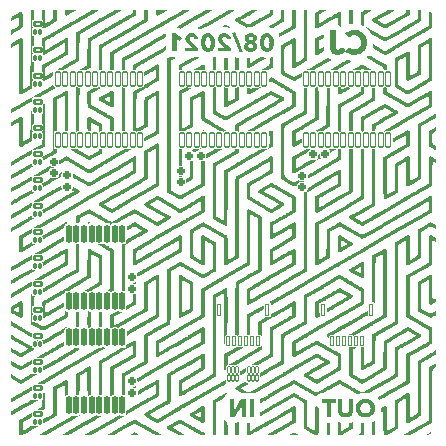
<source format=gbo>
%TF.GenerationSoftware,KiCad,Pcbnew,5.99.0-unknown-dd5676f4bc~131~ubuntu20.04.1*%
%TF.CreationDate,2021-08-08T04:37:49-07:00*%
%TF.ProjectId,panel,70616e65-6c2e-46b6-9963-61645f706362,rev?*%
%TF.SameCoordinates,Original*%
%TF.FileFunction,Legend,Bot*%
%TF.FilePolarity,Positive*%
%FSLAX46Y46*%
G04 Gerber Fmt 4.6, Leading zero omitted, Abs format (unit mm)*
G04 Created by KiCad (PCBNEW 5.99.0-unknown-dd5676f4bc~131~ubuntu20.04.1) date 2021-08-08 04:37:49*
%MOMM*%
%LPD*%
G01*
G04 APERTURE LIST*
G04 Aperture macros list*
%AMRoundRect*
0 Rectangle with rounded corners*
0 $1 Rounding radius*
0 $2 $3 $4 $5 $6 $7 $8 $9 X,Y pos of 4 corners*
0 Add a 4 corners polygon primitive as box body*
4,1,4,$2,$3,$4,$5,$6,$7,$8,$9,$2,$3,0*
0 Add four circle primitives for the rounded corners*
1,1,$1+$1,$2,$3*
1,1,$1+$1,$4,$5*
1,1,$1+$1,$6,$7*
1,1,$1+$1,$8,$9*
0 Add four rect primitives between the rounded corners*
20,1,$1+$1,$2,$3,$4,$5,0*
20,1,$1+$1,$4,$5,$6,$7,0*
20,1,$1+$1,$6,$7,$8,$9,0*
20,1,$1+$1,$8,$9,$2,$3,0*%
G04 Aperture macros list end*
%ADD10RoundRect,0.050000X-0.200000X0.600000X-0.200000X-0.600000X0.200000X-0.600000X0.200000X0.600000X0*%
%ADD11RoundRect,0.100000X0.075000X-0.150000X0.075000X0.150000X-0.075000X0.150000X-0.075000X-0.150000X0*%
%ADD12RoundRect,0.100000X0.300000X-0.150000X0.300000X0.150000X-0.300000X0.150000X-0.300000X-0.150000X0*%
%ADD13RoundRect,0.190000X-0.170000X0.140000X-0.170000X-0.140000X0.170000X-0.140000X0.170000X0.140000X0*%
%ADD14RoundRect,0.185000X-0.185000X0.135000X-0.185000X-0.135000X0.185000X-0.135000X0.185000X0.135000X0*%
%ADD15RoundRect,0.185000X-0.135000X-0.185000X0.135000X-0.185000X0.135000X0.185000X-0.135000X0.185000X0*%
%ADD16RoundRect,0.050000X-0.150000X-0.350000X0.150000X-0.350000X0.150000X0.350000X-0.150000X0.350000X0*%
%ADD17RoundRect,0.050000X-0.150000X-0.500000X0.150000X-0.500000X0.150000X0.500000X-0.150000X0.500000X0*%
%ADD18RoundRect,0.150000X-0.100000X0.637500X-0.100000X-0.637500X0.100000X-0.637500X0.100000X0.637500X0*%
%ADD19RoundRect,0.050000X-0.100000X0.285000X-0.100000X-0.285000X0.100000X-0.285000X0.100000X0.285000X0*%
%ADD20RoundRect,0.050000X-0.100000X0.260000X-0.100000X-0.260000X0.100000X-0.260000X0.100000X0.260000X0*%
%ADD21RoundRect,0.190000X0.170000X-0.140000X0.170000X0.140000X-0.170000X0.140000X-0.170000X-0.140000X0*%
G04 APERTURE END LIST*
%TO.C,G\u002A\u002A\u002A*%
G36*
X95607218Y-95750473D02*
G01*
X95635041Y-95753849D01*
X95647842Y-95758636D01*
X95648109Y-95759298D01*
X95641143Y-95770591D01*
X95619696Y-95789426D01*
X95587426Y-95813331D01*
X95547992Y-95839837D01*
X95505053Y-95866472D01*
X95462269Y-95890766D01*
X95423298Y-95910248D01*
X95414756Y-95914006D01*
X95366420Y-95932791D01*
X95310182Y-95951746D01*
X95256529Y-95967286D01*
X95223211Y-95975693D01*
X95175396Y-95986390D01*
X95147416Y-95990015D01*
X95139080Y-95986286D01*
X95150198Y-95974923D01*
X95180581Y-95955645D01*
X95230038Y-95928173D01*
X95278503Y-95901559D01*
X95328782Y-95871791D01*
X95377128Y-95840007D01*
X95432669Y-95800454D01*
X95457612Y-95782518D01*
X95486510Y-95764020D01*
X95510485Y-95754069D01*
X95536733Y-95750030D01*
X95572448Y-95749270D01*
X95607218Y-95750473D01*
G37*
G36*
X95992992Y-90237496D02*
G01*
X95871681Y-90303238D01*
X95836852Y-90322414D01*
X95793343Y-90348048D01*
X95763843Y-90368556D01*
X95745117Y-90386298D01*
X95733925Y-90403634D01*
X95733535Y-90404512D01*
X95731657Y-90410703D01*
X95729929Y-90420432D01*
X95728346Y-90434539D01*
X95726900Y-90453864D01*
X95725586Y-90479249D01*
X95724399Y-90511534D01*
X95723330Y-90551560D01*
X95722375Y-90600168D01*
X95721528Y-90658199D01*
X95720782Y-90726493D01*
X95720130Y-90805891D01*
X95719568Y-90897233D01*
X95719088Y-91001362D01*
X95718685Y-91119116D01*
X95718353Y-91251338D01*
X95718085Y-91398867D01*
X95717874Y-91562546D01*
X95717716Y-91743213D01*
X95717604Y-91941711D01*
X95717531Y-92158879D01*
X95717492Y-92395559D01*
X95717481Y-92652592D01*
X95717481Y-94866895D01*
X95695145Y-94895290D01*
X95680192Y-94909918D01*
X95649141Y-94932301D01*
X95613022Y-94952635D01*
X95589485Y-94964373D01*
X95538299Y-94991127D01*
X95477490Y-95023964D01*
X95412454Y-95059890D01*
X95348585Y-95095913D01*
X95291279Y-95129037D01*
X95245933Y-95156272D01*
X95213698Y-95175769D01*
X95163836Y-95204740D01*
X95118774Y-95229758D01*
X95107894Y-95235620D01*
X95061551Y-95260997D01*
X95005019Y-95292406D01*
X94943092Y-95327140D01*
X94880562Y-95362492D01*
X94822225Y-95395755D01*
X94772872Y-95424222D01*
X94737297Y-95445186D01*
X94730876Y-95449015D01*
X94697735Y-95468273D01*
X94652561Y-95494031D01*
X94600466Y-95523387D01*
X94546559Y-95553442D01*
X94517616Y-95569491D01*
X94402668Y-95633387D01*
X94306293Y-95687241D01*
X94228505Y-95731045D01*
X94169318Y-95764790D01*
X94128745Y-95788470D01*
X94106801Y-95802076D01*
X94092117Y-95811186D01*
X94060782Y-95829274D01*
X94019829Y-95852091D01*
X93974343Y-95876770D01*
X93940225Y-95895244D01*
X93892326Y-95921814D01*
X93850569Y-95945668D01*
X93821267Y-95963241D01*
X93774157Y-95992991D01*
X93471580Y-95992863D01*
X93169003Y-95992736D01*
X93215120Y-95966372D01*
X93231618Y-95957123D01*
X93254943Y-95944826D01*
X93266251Y-95940008D01*
X93271327Y-95938084D01*
X93291902Y-95927314D01*
X93324214Y-95909084D01*
X93364330Y-95885699D01*
X93408321Y-95859461D01*
X93452254Y-95832673D01*
X93492199Y-95807638D01*
X93532976Y-95782739D01*
X93577382Y-95757524D01*
X93614060Y-95738542D01*
X93636260Y-95727335D01*
X93676959Y-95705302D01*
X93724647Y-95678345D01*
X93773008Y-95649984D01*
X93806218Y-95630330D01*
X93860369Y-95599023D01*
X93911926Y-95569982D01*
X93953150Y-95547606D01*
X93988979Y-95528292D01*
X94038996Y-95500514D01*
X94094224Y-95469228D01*
X94147911Y-95438227D01*
X94157184Y-95432823D01*
X94201469Y-95407373D01*
X94238411Y-95386718D01*
X94264377Y-95372858D01*
X94275738Y-95367793D01*
X94276510Y-95367670D01*
X94290804Y-95361209D01*
X94317387Y-95346876D01*
X94351191Y-95327387D01*
X94373625Y-95314105D01*
X94449247Y-95269484D01*
X94509445Y-95234270D01*
X94556375Y-95207230D01*
X94592193Y-95187131D01*
X94619055Y-95172742D01*
X94639118Y-95162830D01*
X94646536Y-95159217D01*
X94678322Y-95142178D01*
X94718778Y-95119005D01*
X94760979Y-95093632D01*
X94775206Y-95084946D01*
X94827689Y-95053928D01*
X94885546Y-95020885D01*
X94938632Y-94991640D01*
X94980850Y-94968724D01*
X95063287Y-94922795D01*
X95144000Y-94876461D01*
X95214359Y-94834636D01*
X95235024Y-94822963D01*
X95270770Y-94804355D01*
X95309538Y-94785386D01*
X95318660Y-94781042D01*
X95360632Y-94758748D01*
X95388349Y-94736680D01*
X95405413Y-94709482D01*
X95415428Y-94671801D01*
X95421997Y-94618281D01*
X95422399Y-94611902D01*
X95423268Y-94582911D01*
X95424111Y-94534260D01*
X95424923Y-94467005D01*
X95425699Y-94382201D01*
X95426437Y-94280903D01*
X95427131Y-94164168D01*
X95427778Y-94033049D01*
X95428373Y-93888604D01*
X95428912Y-93731887D01*
X95429391Y-93563953D01*
X95429806Y-93385858D01*
X95430153Y-93198657D01*
X95430428Y-93003407D01*
X95430626Y-92801161D01*
X95430744Y-92592976D01*
X95430777Y-92379908D01*
X95430770Y-92205474D01*
X95430773Y-91968538D01*
X95430798Y-91751330D01*
X95430853Y-91552982D01*
X95430945Y-91372624D01*
X95431083Y-91209388D01*
X95431273Y-91062404D01*
X95431524Y-90930805D01*
X95431844Y-90813720D01*
X95432239Y-90710281D01*
X95432719Y-90619620D01*
X95433290Y-90540867D01*
X95433960Y-90473154D01*
X95434737Y-90415612D01*
X95435629Y-90367371D01*
X95436643Y-90327563D01*
X95437788Y-90295320D01*
X95439071Y-90269772D01*
X95440499Y-90250050D01*
X95442081Y-90235286D01*
X95443824Y-90224611D01*
X95445735Y-90217155D01*
X95447824Y-90212051D01*
X95450096Y-90208428D01*
X95459835Y-90195917D01*
X95471551Y-90184175D01*
X95487739Y-90173243D01*
X95513324Y-90159894D01*
X95553234Y-90140905D01*
X95556380Y-90139404D01*
X95587818Y-90123227D01*
X95631349Y-90099505D01*
X95681645Y-90071189D01*
X95733375Y-90041227D01*
X95737838Y-90038606D01*
X95791510Y-90007530D01*
X95844856Y-89977358D01*
X95891924Y-89951421D01*
X95926763Y-89933046D01*
X95992992Y-89899653D01*
X95992992Y-90237496D01*
G37*
G36*
X95988118Y-88801737D02*
G01*
X95990011Y-88822930D01*
X95991487Y-88859557D01*
X95992423Y-88908041D01*
X95992691Y-88964810D01*
X95992390Y-89131706D01*
X95894672Y-89189225D01*
X95868781Y-89204655D01*
X95820556Y-89234237D01*
X95776599Y-89262163D01*
X95743972Y-89283992D01*
X95717053Y-89301790D01*
X95674719Y-89328000D01*
X95625172Y-89357434D01*
X95574427Y-89386457D01*
X95537053Y-89407501D01*
X95457072Y-89453332D01*
X95379059Y-89499011D01*
X95308588Y-89541256D01*
X95251231Y-89576786D01*
X95228633Y-89590874D01*
X95183793Y-89618159D01*
X95128447Y-89651344D01*
X95067233Y-89687688D01*
X95004791Y-89724454D01*
X94945759Y-89758902D01*
X94894775Y-89788292D01*
X94856477Y-89809887D01*
X94823084Y-89829148D01*
X94794427Y-89849231D01*
X94777235Y-89867977D01*
X94767036Y-89889361D01*
X94765669Y-89897162D01*
X94764216Y-89915447D01*
X94762877Y-89944355D01*
X94761648Y-89984546D01*
X94760525Y-90036681D01*
X94759504Y-90101420D01*
X94758582Y-90179425D01*
X94757754Y-90271355D01*
X94757016Y-90377872D01*
X94756365Y-90499636D01*
X94755796Y-90637307D01*
X94755305Y-90791548D01*
X94754890Y-90963017D01*
X94754544Y-91152376D01*
X94754266Y-91360286D01*
X94754050Y-91587406D01*
X94753892Y-91834399D01*
X94753790Y-92101923D01*
X94753717Y-92323547D01*
X94753605Y-92562821D01*
X94753457Y-92782425D01*
X94753269Y-92983179D01*
X94753033Y-93165904D01*
X94752745Y-93331418D01*
X94752398Y-93480543D01*
X94751987Y-93614098D01*
X94751506Y-93732902D01*
X94750949Y-93837777D01*
X94750310Y-93929541D01*
X94749583Y-94009016D01*
X94748763Y-94077019D01*
X94747843Y-94134373D01*
X94746818Y-94181896D01*
X94745683Y-94220408D01*
X94744431Y-94250730D01*
X94743056Y-94273681D01*
X94741552Y-94290081D01*
X94739915Y-94300751D01*
X94738137Y-94306510D01*
X94737441Y-94307786D01*
X94716250Y-94330585D01*
X94674982Y-94360111D01*
X94613628Y-94396371D01*
X94568505Y-94421553D01*
X94526316Y-94445497D01*
X94484256Y-94469905D01*
X94437784Y-94497443D01*
X94382357Y-94530776D01*
X94313434Y-94572570D01*
X94306985Y-94576489D01*
X94220567Y-94628838D01*
X94138190Y-94678448D01*
X94062656Y-94723647D01*
X93996768Y-94762762D01*
X93943329Y-94794124D01*
X93905143Y-94816059D01*
X93867309Y-94838751D01*
X93820095Y-94869890D01*
X93780473Y-94898832D01*
X93768378Y-94907857D01*
X93713773Y-94937272D01*
X93657917Y-94951390D01*
X93604747Y-94950168D01*
X93558199Y-94933567D01*
X93522209Y-94901543D01*
X93522187Y-94901514D01*
X93518884Y-94896313D01*
X93515974Y-94889342D01*
X93513430Y-94879307D01*
X93511227Y-94864913D01*
X93509340Y-94844865D01*
X93507743Y-94817867D01*
X93506411Y-94782626D01*
X93505318Y-94737845D01*
X93504439Y-94682231D01*
X93503748Y-94614488D01*
X93503220Y-94533321D01*
X93502830Y-94437436D01*
X93502552Y-94325537D01*
X93502360Y-94196329D01*
X93502229Y-94048519D01*
X93502133Y-93880810D01*
X93502010Y-93757145D01*
X93501679Y-93607210D01*
X93501163Y-93467396D01*
X93500475Y-93338935D01*
X93499628Y-93223055D01*
X93498634Y-93120988D01*
X93497505Y-93033963D01*
X93496254Y-92963210D01*
X93494893Y-92909960D01*
X93493434Y-92875443D01*
X93491890Y-92860889D01*
X93490599Y-92857753D01*
X93473202Y-92838686D01*
X93447416Y-92838243D01*
X93414981Y-92856522D01*
X93414133Y-92857170D01*
X93396394Y-92869063D01*
X93363305Y-92889947D01*
X93317498Y-92918209D01*
X93261606Y-92952234D01*
X93198260Y-92990411D01*
X93130093Y-93031126D01*
X93121261Y-93036382D01*
X93054246Y-93076506D01*
X92992935Y-93113633D01*
X92939841Y-93146212D01*
X92897473Y-93172689D01*
X92868343Y-93191514D01*
X92854963Y-93201134D01*
X92841352Y-93221388D01*
X92831121Y-93250383D01*
X92830616Y-93256080D01*
X92829722Y-93282074D01*
X92828871Y-93326967D01*
X92828073Y-93389277D01*
X92827335Y-93467523D01*
X92826666Y-93560223D01*
X92826076Y-93665896D01*
X92825574Y-93783060D01*
X92825167Y-93910234D01*
X92824866Y-94045936D01*
X92824679Y-94188684D01*
X92824614Y-94336998D01*
X92824614Y-95391080D01*
X92794504Y-95419173D01*
X92786840Y-95425607D01*
X92757723Y-95445887D01*
X92718451Y-95469903D01*
X92675292Y-95493734D01*
X92654577Y-95504658D01*
X92616188Y-95525563D01*
X92586377Y-95542667D01*
X92570297Y-95553059D01*
X92567039Y-95555431D01*
X92546867Y-95568414D01*
X92513444Y-95588880D01*
X92470545Y-95614539D01*
X92421944Y-95643099D01*
X92405927Y-95652445D01*
X92357211Y-95681017D01*
X92314384Y-95706344D01*
X92281597Y-95725964D01*
X92262996Y-95737417D01*
X92258065Y-95740576D01*
X92224842Y-95761153D01*
X92177874Y-95789499D01*
X92120988Y-95823332D01*
X92058015Y-95860374D01*
X91992783Y-95898343D01*
X91965707Y-95914211D01*
X91924941Y-95938833D01*
X91891980Y-95959620D01*
X91872142Y-95973268D01*
X91860958Y-95980512D01*
X91843192Y-95986829D01*
X91817198Y-95990634D01*
X91778660Y-95992497D01*
X91723261Y-95992991D01*
X91703960Y-95992906D01*
X91644262Y-95991070D01*
X91605179Y-95986852D01*
X91586934Y-95980275D01*
X91586601Y-95979848D01*
X91584373Y-95971264D01*
X91582404Y-95952273D01*
X91580682Y-95921896D01*
X91579193Y-95879151D01*
X91577926Y-95823058D01*
X91576868Y-95752636D01*
X91576006Y-95666905D01*
X91575330Y-95564884D01*
X91574825Y-95445592D01*
X91574479Y-95308050D01*
X91574281Y-95151276D01*
X91574218Y-94974290D01*
X91574214Y-94939765D01*
X91574061Y-94766947D01*
X91573693Y-94608645D01*
X91573116Y-94465601D01*
X91572339Y-94338558D01*
X91571368Y-94228256D01*
X91570213Y-94135438D01*
X91568879Y-94060846D01*
X91567374Y-94005221D01*
X91565707Y-93969305D01*
X91563884Y-93953839D01*
X91552656Y-93935533D01*
X91537288Y-93926658D01*
X91528858Y-93929173D01*
X91504564Y-93941356D01*
X91470413Y-93961354D01*
X91430955Y-93986600D01*
X91403546Y-94004521D01*
X91370340Y-94025224D01*
X91346925Y-94038557D01*
X91337159Y-94042232D01*
X91337213Y-94035925D01*
X91341027Y-94012585D01*
X91348414Y-93976419D01*
X91358499Y-93931956D01*
X91363478Y-93909924D01*
X91375069Y-93851225D01*
X91384544Y-93793315D01*
X91390223Y-93746037D01*
X91396883Y-93666084D01*
X91472305Y-93621463D01*
X91474854Y-93619951D01*
X91519261Y-93592713D01*
X91563809Y-93564012D01*
X91599217Y-93539818D01*
X91623345Y-93523336D01*
X91650127Y-93509971D01*
X91679002Y-93504101D01*
X91719489Y-93502795D01*
X91720307Y-93502795D01*
X91758574Y-93503732D01*
X91783517Y-93508281D01*
X91802852Y-93519094D01*
X91824297Y-93538823D01*
X91860326Y-93574852D01*
X91860326Y-94577985D01*
X91860383Y-94718636D01*
X91860662Y-94900712D01*
X91861172Y-95061680D01*
X91861916Y-95201591D01*
X91862893Y-95320493D01*
X91864104Y-95418436D01*
X91865549Y-95495471D01*
X91867229Y-95551645D01*
X91869144Y-95587010D01*
X91871295Y-95601614D01*
X91889149Y-95619254D01*
X91913992Y-95617881D01*
X91944519Y-95596791D01*
X91954542Y-95588738D01*
X91983784Y-95568434D01*
X92027323Y-95540123D01*
X92082652Y-95505342D01*
X92147265Y-95465624D01*
X92218656Y-95422505D01*
X92294319Y-95377520D01*
X92371748Y-95332205D01*
X92448436Y-95288095D01*
X92457907Y-95282330D01*
X92489084Y-95258941D01*
X92512015Y-95235625D01*
X92512400Y-95235108D01*
X92515805Y-95230053D01*
X92518821Y-95223792D01*
X92521476Y-95215077D01*
X92523797Y-95202658D01*
X92525812Y-95185286D01*
X92527547Y-95161712D01*
X92529030Y-95130687D01*
X92530288Y-95090960D01*
X92531349Y-95041284D01*
X92532239Y-94980409D01*
X92532985Y-94907086D01*
X92533616Y-94820064D01*
X92534158Y-94718096D01*
X92534638Y-94599932D01*
X92535083Y-94464322D01*
X92535522Y-94310018D01*
X92535980Y-94135769D01*
X92536463Y-93960730D01*
X92536970Y-93803984D01*
X92537517Y-93666038D01*
X92538126Y-93545693D01*
X92538816Y-93441746D01*
X92539609Y-93352995D01*
X92540524Y-93278239D01*
X92541583Y-93216277D01*
X92542806Y-93165908D01*
X92544214Y-93125928D01*
X92545827Y-93095138D01*
X92547665Y-93072336D01*
X92549750Y-93056320D01*
X92552101Y-93045888D01*
X92554740Y-93039840D01*
X92571056Y-93023615D01*
X92600756Y-93002591D01*
X92636741Y-92982121D01*
X92659441Y-92969876D01*
X92698637Y-92947689D01*
X92751027Y-92917426D01*
X92814077Y-92880569D01*
X92885253Y-92838601D01*
X92962020Y-92793003D01*
X93041844Y-92745257D01*
X93043863Y-92744046D01*
X93121847Y-92697272D01*
X93195145Y-92653377D01*
X93261511Y-92613702D01*
X93318698Y-92579586D01*
X93364460Y-92552369D01*
X93396551Y-92533392D01*
X93412725Y-92523995D01*
X93412860Y-92523919D01*
X93437608Y-92508536D01*
X93471806Y-92485350D01*
X93508094Y-92459350D01*
X93522831Y-92448566D01*
X93552919Y-92428495D01*
X93577723Y-92417595D01*
X93605438Y-92413011D01*
X93644260Y-92411885D01*
X93654667Y-92411829D01*
X93690366Y-92412771D01*
X93713786Y-92417425D01*
X93732199Y-92428168D01*
X93752875Y-92447376D01*
X93788903Y-92483404D01*
X93788903Y-93495139D01*
X93788904Y-93526538D01*
X93788938Y-93693096D01*
X93789040Y-93839927D01*
X93789229Y-93968278D01*
X93789526Y-94079396D01*
X93789952Y-94174527D01*
X93790527Y-94254919D01*
X93791272Y-94321818D01*
X93792207Y-94376471D01*
X93793353Y-94420126D01*
X93794731Y-94454029D01*
X93796360Y-94479426D01*
X93798262Y-94497566D01*
X93800458Y-94509695D01*
X93802966Y-94517059D01*
X93805809Y-94520906D01*
X93809215Y-94523788D01*
X93816114Y-94528645D01*
X93824073Y-94529506D01*
X93836422Y-94524841D01*
X93856489Y-94513120D01*
X93887604Y-94492812D01*
X93933095Y-94462387D01*
X93965469Y-94441258D01*
X94012387Y-94411868D01*
X94053818Y-94387127D01*
X94055639Y-94386079D01*
X94088447Y-94366840D01*
X94133224Y-94340140D01*
X94184316Y-94309367D01*
X94236068Y-94277911D01*
X94249202Y-94269916D01*
X94293661Y-94243326D01*
X94330811Y-94221816D01*
X94357088Y-94207420D01*
X94368925Y-94202169D01*
X94372182Y-94201272D01*
X94389202Y-94191028D01*
X94412601Y-94173028D01*
X94429765Y-94156957D01*
X94442479Y-94137645D01*
X94450567Y-94110841D01*
X94456963Y-94069712D01*
X94457076Y-94068706D01*
X94458067Y-94048133D01*
X94459024Y-94007425D01*
X94459943Y-93947532D01*
X94460819Y-93869406D01*
X94461648Y-93773999D01*
X94462426Y-93662262D01*
X94463149Y-93535146D01*
X94463814Y-93393602D01*
X94464415Y-93238583D01*
X94464949Y-93071039D01*
X94465411Y-92891921D01*
X94465798Y-92702182D01*
X94466105Y-92502771D01*
X94466329Y-92294642D01*
X94466465Y-92078745D01*
X94466510Y-91856031D01*
X94466480Y-89716527D01*
X94490287Y-89691185D01*
X94505424Y-89678005D01*
X94536774Y-89656444D01*
X94572713Y-89635962D01*
X94592702Y-89625299D01*
X94632088Y-89603253D01*
X94681945Y-89574609D01*
X94737900Y-89541885D01*
X94795578Y-89507600D01*
X94838415Y-89481947D01*
X94895248Y-89448001D01*
X94947063Y-89417148D01*
X94989476Y-89391996D01*
X95018106Y-89375154D01*
X95055548Y-89353248D01*
X95134642Y-89306441D01*
X95210484Y-89260882D01*
X95280047Y-89218429D01*
X95340302Y-89180937D01*
X95388221Y-89150264D01*
X95420776Y-89128265D01*
X95449307Y-89108930D01*
X95495064Y-89080638D01*
X95536253Y-89057871D01*
X95539994Y-89055957D01*
X95569620Y-89039872D01*
X95612909Y-89015414D01*
X95666089Y-88984753D01*
X95725389Y-88950060D01*
X95787039Y-88913505D01*
X95807463Y-88901331D01*
X95863178Y-88868338D01*
X95911717Y-88839911D01*
X95950333Y-88817639D01*
X95976280Y-88803110D01*
X95986811Y-88797914D01*
X95988118Y-88801737D01*
G37*
G36*
X90893019Y-94731693D02*
G01*
X90893640Y-94761346D01*
X90894213Y-94808529D01*
X90894726Y-94871411D01*
X90895170Y-94948160D01*
X90895533Y-95036944D01*
X90895806Y-95135933D01*
X90895978Y-95243294D01*
X90896037Y-95357196D01*
X90896037Y-95992991D01*
X90609929Y-95992991D01*
X90609929Y-94884128D01*
X90664795Y-94859332D01*
X90675506Y-94854217D01*
X90714154Y-94833392D01*
X90759619Y-94806473D01*
X90804173Y-94777969D01*
X90826324Y-94763227D01*
X90859210Y-94741706D01*
X90882559Y-94726906D01*
X90892361Y-94721401D01*
X90893019Y-94731693D01*
G37*
G36*
X89664892Y-94934694D02*
G01*
X89690758Y-94940183D01*
X89728954Y-94948906D01*
X89774774Y-94959811D01*
X89808455Y-94967707D01*
X89852925Y-94977300D01*
X89887919Y-94983865D01*
X89907906Y-94986302D01*
X89931748Y-94986316D01*
X89931748Y-95469157D01*
X89931582Y-95575929D01*
X89930934Y-95689939D01*
X89929810Y-95785518D01*
X89928220Y-95862115D01*
X89926177Y-95919178D01*
X89923692Y-95956155D01*
X89920779Y-95972494D01*
X89918266Y-95976555D01*
X89912572Y-95981736D01*
X89902570Y-95985699D01*
X89885848Y-95988605D01*
X89859994Y-95990618D01*
X89822595Y-95991900D01*
X89771240Y-95992615D01*
X89703515Y-95992924D01*
X89617010Y-95992991D01*
X89607198Y-95992987D01*
X89532201Y-95992667D01*
X89465359Y-95991886D01*
X89409278Y-95990712D01*
X89366567Y-95989213D01*
X89339834Y-95987459D01*
X89331686Y-95985516D01*
X89333214Y-95984325D01*
X89349424Y-95974372D01*
X89379670Y-95957077D01*
X89420308Y-95934497D01*
X89467697Y-95908691D01*
X89470530Y-95907159D01*
X89522319Y-95877747D01*
X89566816Y-95849938D01*
X89600110Y-95826309D01*
X89618288Y-95809437D01*
X89621529Y-95804868D01*
X89626485Y-95796192D01*
X89630523Y-95785018D01*
X89633761Y-95769269D01*
X89636315Y-95746867D01*
X89638302Y-95715736D01*
X89639839Y-95673798D01*
X89641044Y-95618976D01*
X89642034Y-95549192D01*
X89642927Y-95462371D01*
X89643838Y-95356433D01*
X89644130Y-95324216D01*
X89645239Y-95233983D01*
X89646675Y-95151472D01*
X89648369Y-95078929D01*
X89650257Y-95018599D01*
X89652270Y-94972726D01*
X89654343Y-94943555D01*
X89656408Y-94933333D01*
X89664892Y-94934694D01*
G37*
G36*
X87721164Y-94827420D02*
G01*
X87733373Y-94832829D01*
X87758788Y-94845385D01*
X87792382Y-94862612D01*
X87828424Y-94879622D01*
X87882278Y-94901143D01*
X87931644Y-94917168D01*
X88003171Y-94936478D01*
X88003171Y-95258798D01*
X88003359Y-95330795D01*
X88004240Y-95419344D01*
X88005801Y-95492033D01*
X88007999Y-95547528D01*
X88010794Y-95584499D01*
X88014140Y-95601614D01*
X88022939Y-95613814D01*
X88040952Y-95620728D01*
X88066383Y-95611903D01*
X88102055Y-95586866D01*
X88115725Y-95576314D01*
X88153760Y-95549283D01*
X88188611Y-95527145D01*
X88197591Y-95521959D01*
X88232791Y-95501618D01*
X88262787Y-95484271D01*
X88265118Y-95482915D01*
X88288579Y-95469018D01*
X88324897Y-95447275D01*
X88369560Y-95420394D01*
X88418057Y-95391082D01*
X88424727Y-95387047D01*
X88474149Y-95357466D01*
X88520138Y-95330434D01*
X88557816Y-95308794D01*
X88582304Y-95295389D01*
X88592652Y-95290007D01*
X88623753Y-95271652D01*
X88645674Y-95252308D01*
X88660253Y-95227935D01*
X88669328Y-95194491D01*
X88674735Y-95147936D01*
X88678312Y-95084229D01*
X88684433Y-94946614D01*
X88771807Y-94925044D01*
X88777951Y-94923497D01*
X88827690Y-94909244D01*
X88876038Y-94892850D01*
X88913320Y-94877564D01*
X88967460Y-94851654D01*
X88967460Y-95391080D01*
X88936741Y-95419775D01*
X88913723Y-95437860D01*
X88877859Y-95461349D01*
X88838722Y-95483606D01*
X88804511Y-95502069D01*
X88753294Y-95531159D01*
X88707844Y-95558407D01*
X88693793Y-95567099D01*
X88654840Y-95590850D01*
X88603614Y-95621793D01*
X88543158Y-95658117D01*
X88476514Y-95698008D01*
X88406725Y-95739654D01*
X88336836Y-95781244D01*
X88269889Y-95820965D01*
X88208926Y-95857005D01*
X88156992Y-95887552D01*
X88117129Y-95910794D01*
X88092381Y-95924918D01*
X88072205Y-95936462D01*
X88038911Y-95956932D01*
X88014988Y-95973391D01*
X88003421Y-95980763D01*
X87985478Y-95986946D01*
X87959167Y-95990675D01*
X87920217Y-95992504D01*
X87864359Y-95992991D01*
X87845295Y-95992967D01*
X87797285Y-95992403D01*
X87765403Y-95990653D01*
X87745800Y-95987138D01*
X87734626Y-95981277D01*
X87728033Y-95972494D01*
X87726602Y-95962362D01*
X87725000Y-95933173D01*
X87723481Y-95887521D01*
X87722062Y-95827757D01*
X87720757Y-95756237D01*
X87719580Y-95675312D01*
X87718547Y-95587338D01*
X87717671Y-95494666D01*
X87716969Y-95399650D01*
X87716454Y-95304645D01*
X87716141Y-95212002D01*
X87716045Y-95124077D01*
X87716181Y-95043222D01*
X87716564Y-94971790D01*
X87717208Y-94912135D01*
X87718128Y-94866611D01*
X87719339Y-94837570D01*
X87720855Y-94827367D01*
X87721164Y-94827420D01*
G37*
G36*
X87038882Y-95992991D02*
G01*
X86752775Y-95992991D01*
X86752775Y-94954526D01*
X87038882Y-94954526D01*
X87038882Y-95992991D01*
G37*
G36*
X84022893Y-92409911D02*
G01*
X84049735Y-92412463D01*
X84073723Y-92420243D01*
X84101469Y-92435731D01*
X84139588Y-92461410D01*
X84152370Y-92470052D01*
X84191010Y-92495018D01*
X84243908Y-92528229D01*
X84308372Y-92568071D01*
X84381711Y-92612928D01*
X84461233Y-92661187D01*
X84544249Y-92711232D01*
X84628067Y-92761449D01*
X84709995Y-92810223D01*
X84787344Y-92855940D01*
X84857421Y-92896984D01*
X84917537Y-92931742D01*
X84964999Y-92958599D01*
X84997118Y-92975940D01*
X85010996Y-92983255D01*
X85049148Y-93005636D01*
X85079186Y-93026500D01*
X85095566Y-93042121D01*
X85097545Y-93046387D01*
X85099913Y-93056078D01*
X85102014Y-93071471D01*
X85103865Y-93093759D01*
X85105488Y-93124133D01*
X85106901Y-93163784D01*
X85108123Y-93213904D01*
X85109175Y-93275685D01*
X85110075Y-93350318D01*
X85110843Y-93438994D01*
X85111499Y-93542906D01*
X85112061Y-93663244D01*
X85112550Y-93801201D01*
X85112984Y-93957968D01*
X85113384Y-94134737D01*
X85113704Y-94301237D01*
X85113999Y-94460500D01*
X85114323Y-94600934D01*
X85114757Y-94723763D01*
X85115380Y-94830209D01*
X85116275Y-94921496D01*
X85117520Y-94998847D01*
X85119198Y-95063485D01*
X85121388Y-95116635D01*
X85124171Y-95159518D01*
X85127628Y-95193358D01*
X85131840Y-95219380D01*
X85136887Y-95238805D01*
X85142849Y-95252858D01*
X85149808Y-95262761D01*
X85157843Y-95269738D01*
X85167037Y-95275013D01*
X85177468Y-95279808D01*
X85189218Y-95285347D01*
X85199701Y-95290871D01*
X85232925Y-95309466D01*
X85277751Y-95335471D01*
X85331195Y-95367065D01*
X85390270Y-95402433D01*
X85451992Y-95439755D01*
X85513375Y-95477213D01*
X85571434Y-95512990D01*
X85623183Y-95545267D01*
X85665636Y-95572227D01*
X85695809Y-95592051D01*
X85710715Y-95602921D01*
X85714770Y-95606449D01*
X85741769Y-95619565D01*
X85764525Y-95613922D01*
X85779018Y-95590265D01*
X85779243Y-95588995D01*
X85780314Y-95570531D01*
X85781356Y-95532710D01*
X85782359Y-95477049D01*
X85783309Y-95405069D01*
X85784194Y-95318288D01*
X85785001Y-95218224D01*
X85785717Y-95106397D01*
X85786331Y-94984325D01*
X85786829Y-94853527D01*
X85787200Y-94715522D01*
X85787430Y-94571829D01*
X85788486Y-93579829D01*
X85811458Y-93550624D01*
X85828156Y-93534329D01*
X85856517Y-93514277D01*
X85885992Y-93498556D01*
X85908245Y-93492198D01*
X85914928Y-93499120D01*
X85930353Y-93519201D01*
X85950829Y-93547830D01*
X85973534Y-93575962D01*
X86013692Y-93615823D01*
X86057007Y-93650516D01*
X86124480Y-93697570D01*
X86102186Y-93735289D01*
X86100138Y-93738799D01*
X86096780Y-93745272D01*
X86093809Y-93753022D01*
X86091199Y-93763294D01*
X86088922Y-93777333D01*
X86086949Y-93796383D01*
X86085254Y-93821689D01*
X86083808Y-93854496D01*
X86082585Y-93896049D01*
X86081556Y-93947592D01*
X86080693Y-94010370D01*
X86079970Y-94085628D01*
X86079358Y-94174610D01*
X86078830Y-94278562D01*
X86078358Y-94398728D01*
X86077914Y-94536353D01*
X86077472Y-94692681D01*
X86077002Y-94868958D01*
X86076808Y-94938918D01*
X86076177Y-95126750D01*
X86075434Y-95294175D01*
X86074572Y-95441776D01*
X86073583Y-95570137D01*
X86072459Y-95679841D01*
X86071193Y-95771472D01*
X86069777Y-95845613D01*
X86068203Y-95902848D01*
X86066464Y-95943760D01*
X86064551Y-95968933D01*
X86062459Y-95978949D01*
X86052953Y-95984624D01*
X86028707Y-95989446D01*
X85988278Y-95992148D01*
X85929190Y-95992991D01*
X85887789Y-95992884D01*
X85847408Y-95991856D01*
X85818660Y-95988816D01*
X85796094Y-95982674D01*
X85774257Y-95972343D01*
X85747697Y-95956732D01*
X85745128Y-95955178D01*
X85715370Y-95937299D01*
X85671779Y-95911241D01*
X85618261Y-95879333D01*
X85558726Y-95843907D01*
X85497080Y-95807292D01*
X85490136Y-95803170D01*
X85428154Y-95766290D01*
X85368429Y-95730603D01*
X85314958Y-95698508D01*
X85271737Y-95672403D01*
X85242762Y-95654687D01*
X85179597Y-95615759D01*
X85121665Y-95580785D01*
X85071392Y-95551475D01*
X85023460Y-95524733D01*
X84972549Y-95497466D01*
X84952707Y-95486739D01*
X84911331Y-95462733D01*
X84877123Y-95440770D01*
X84855987Y-95424543D01*
X84829496Y-95399109D01*
X84824197Y-94321144D01*
X84823475Y-94180695D01*
X84822495Y-94011401D01*
X84821479Y-93861591D01*
X84820412Y-93730289D01*
X84819277Y-93616517D01*
X84818058Y-93519301D01*
X84816738Y-93437662D01*
X84815301Y-93370625D01*
X84813731Y-93317214D01*
X84812012Y-93276452D01*
X84810127Y-93247362D01*
X84808059Y-93228968D01*
X84805793Y-93220295D01*
X84804843Y-93218994D01*
X84789491Y-93206041D01*
X84758714Y-93184318D01*
X84714957Y-93155411D01*
X84660669Y-93120909D01*
X84598295Y-93082399D01*
X84530282Y-93041471D01*
X84458055Y-92998473D01*
X84386191Y-92955550D01*
X84318792Y-92915160D01*
X84259300Y-92879371D01*
X84211157Y-92850249D01*
X84177806Y-92829861D01*
X84173250Y-92827046D01*
X84122279Y-92795841D01*
X84085215Y-92774157D01*
X84058358Y-92760279D01*
X84038010Y-92752490D01*
X84020473Y-92749075D01*
X84002049Y-92748318D01*
X83988712Y-92749739D01*
X83964871Y-92756586D01*
X83932493Y-92769951D01*
X83889687Y-92790768D01*
X83834560Y-92819969D01*
X83765217Y-92858488D01*
X83679767Y-92907260D01*
X83654860Y-92921577D01*
X83599535Y-92953241D01*
X83544837Y-92984397D01*
X83499625Y-93009991D01*
X83482241Y-93019784D01*
X83390772Y-93071360D01*
X83315825Y-93113733D01*
X83255705Y-93147868D01*
X83208722Y-93174732D01*
X83173183Y-93195293D01*
X83147395Y-93210517D01*
X83129666Y-93221371D01*
X83125500Y-93223959D01*
X83094957Y-93241933D01*
X83054662Y-93264602D01*
X83012182Y-93287694D01*
X83004822Y-93291625D01*
X82961217Y-93315199D01*
X82920387Y-93337681D01*
X82890322Y-93354680D01*
X82885977Y-93357191D01*
X82857367Y-93373474D01*
X82816187Y-93396672D01*
X82767277Y-93424065D01*
X82715478Y-93452933D01*
X82700749Y-93461141D01*
X82651638Y-93488800D01*
X82608412Y-93513567D01*
X82575299Y-93533004D01*
X82556529Y-93544668D01*
X82541900Y-93553772D01*
X82510564Y-93571841D01*
X82469590Y-93594596D01*
X82424072Y-93619172D01*
X82391816Y-93636677D01*
X82340789Y-93665513D01*
X82294426Y-93692957D01*
X82259825Y-93714873D01*
X82232502Y-93732521D01*
X82185759Y-93760483D01*
X82143338Y-93783620D01*
X82135956Y-93787438D01*
X82098885Y-93807799D01*
X82046480Y-93837834D01*
X81980800Y-93876328D01*
X81903903Y-93922068D01*
X81817849Y-93973839D01*
X81724698Y-94030427D01*
X81711812Y-94038285D01*
X81636269Y-94084149D01*
X81559109Y-94130685D01*
X81482524Y-94176598D01*
X81408707Y-94220591D01*
X81339854Y-94261370D01*
X81278156Y-94297640D01*
X81225807Y-94328104D01*
X81185001Y-94351468D01*
X81157931Y-94366437D01*
X81146791Y-94371714D01*
X81145525Y-94370739D01*
X81141854Y-94354608D01*
X81139034Y-94320603D01*
X81137226Y-94271258D01*
X81136588Y-94209110D01*
X81136757Y-94156387D01*
X81137622Y-94107860D01*
X81139542Y-94074427D01*
X81142866Y-94052723D01*
X81147946Y-94039380D01*
X81155132Y-94031033D01*
X81161335Y-94026333D01*
X81188332Y-94008467D01*
X81231643Y-93981671D01*
X81289710Y-93946881D01*
X81360977Y-93905036D01*
X81443889Y-93857073D01*
X81455262Y-93850488D01*
X81509487Y-93818217D01*
X81566383Y-93783244D01*
X81615347Y-93752064D01*
X81620744Y-93748551D01*
X81672692Y-93715879D01*
X81730427Y-93681090D01*
X81782421Y-93651147D01*
X81794405Y-93644394D01*
X81841155Y-93616758D01*
X81885633Y-93588749D01*
X81919607Y-93565506D01*
X81940554Y-93550929D01*
X81983444Y-93524362D01*
X82022745Y-93503454D01*
X82027838Y-93501020D01*
X82059732Y-93484633D01*
X82103604Y-93460927D01*
X82154344Y-93432696D01*
X82206842Y-93402737D01*
X82247084Y-93379577D01*
X82311203Y-93342955D01*
X82382956Y-93302212D01*
X82456187Y-93260841D01*
X82524740Y-93222336D01*
X82580237Y-93191213D01*
X82649091Y-93152456D01*
X82715903Y-93114710D01*
X82775184Y-93081077D01*
X82821444Y-93054659D01*
X82855510Y-93035211D01*
X82917477Y-93000237D01*
X82979893Y-92965414D01*
X83033375Y-92935995D01*
X83056709Y-92923193D01*
X83112480Y-92891972D01*
X83167791Y-92860304D01*
X83213517Y-92833389D01*
X83217946Y-92830731D01*
X83268977Y-92800887D01*
X83326100Y-92768532D01*
X83377764Y-92740218D01*
X83389505Y-92733918D01*
X83435213Y-92709065D01*
X83478103Y-92685302D01*
X83510213Y-92667029D01*
X83525403Y-92658159D01*
X83561005Y-92637398D01*
X83589687Y-92620707D01*
X83591436Y-92619698D01*
X83618011Y-92604990D01*
X83655248Y-92585057D01*
X83695662Y-92563912D01*
X83706677Y-92558092D01*
X83754168Y-92531192D01*
X83806773Y-92499288D01*
X83854995Y-92468092D01*
X83889686Y-92445113D01*
X83921251Y-92426458D01*
X83946540Y-92415943D01*
X83971534Y-92411199D01*
X84002217Y-92409860D01*
X84022893Y-92409911D01*
G37*
G36*
X84024676Y-95749594D02*
G01*
X84058251Y-95753302D01*
X84085229Y-95763507D01*
X84115286Y-95783114D01*
X84125580Y-95790223D01*
X84158563Y-95811283D01*
X84203369Y-95838515D01*
X84255442Y-95869177D01*
X84310231Y-95900527D01*
X84343057Y-95919070D01*
X84389523Y-95945500D01*
X84427145Y-95967124D01*
X84452708Y-95982089D01*
X84462998Y-95988543D01*
X84459636Y-95989128D01*
X84438340Y-95990026D01*
X84399310Y-95990844D01*
X84344682Y-95991561D01*
X84276596Y-95992155D01*
X84197190Y-95992605D01*
X84108601Y-95992891D01*
X84012967Y-95992991D01*
X83954648Y-95992971D01*
X83853390Y-95992796D01*
X83770857Y-95992394D01*
X83705406Y-95991711D01*
X83655394Y-95990693D01*
X83619177Y-95989284D01*
X83595111Y-95987432D01*
X83581554Y-95985081D01*
X83576862Y-95982177D01*
X83579391Y-95978667D01*
X83591170Y-95971166D01*
X83619430Y-95954102D01*
X83657638Y-95931579D01*
X83700960Y-95906465D01*
X83726951Y-95891205D01*
X83779501Y-95858857D01*
X83829538Y-95826383D01*
X83869022Y-95798928D01*
X83887054Y-95785782D01*
X83917322Y-95765696D01*
X83941745Y-95754743D01*
X83967694Y-95750181D01*
X84002538Y-95749270D01*
X84024676Y-95749594D01*
G37*
G36*
X84054001Y-93507565D02*
G01*
X84102103Y-93526075D01*
X84134489Y-93558225D01*
X84137263Y-93567075D01*
X84139707Y-93585580D01*
X84141750Y-93614891D01*
X84143417Y-93656308D01*
X84144731Y-93711128D01*
X84145716Y-93780650D01*
X84146395Y-93866171D01*
X84146793Y-93968990D01*
X84146933Y-94090405D01*
X84146840Y-94231714D01*
X84146695Y-94323775D01*
X84146398Y-94446248D01*
X84145972Y-94550097D01*
X84145378Y-94636869D01*
X84144577Y-94708110D01*
X84143530Y-94765366D01*
X84142198Y-94810183D01*
X84140541Y-94844107D01*
X84138521Y-94868685D01*
X84136098Y-94885463D01*
X84133233Y-94895986D01*
X84129888Y-94901801D01*
X84129875Y-94901815D01*
X84112449Y-94915310D01*
X84082258Y-94933594D01*
X84045831Y-94952715D01*
X84040646Y-94955265D01*
X83995863Y-94978432D01*
X83944551Y-95006433D01*
X83896813Y-95033772D01*
X83879927Y-95043684D01*
X83845944Y-95063153D01*
X83821226Y-95076641D01*
X83810226Y-95081685D01*
X83809884Y-95081748D01*
X83797487Y-95087970D01*
X83771013Y-95102905D01*
X83734094Y-95124465D01*
X83690363Y-95150563D01*
X83685351Y-95153580D01*
X83642290Y-95179268D01*
X83606533Y-95200197D01*
X83581681Y-95214282D01*
X83571337Y-95219441D01*
X83562405Y-95223769D01*
X83537839Y-95237129D01*
X83500700Y-95257872D01*
X83453988Y-95284324D01*
X83400699Y-95314810D01*
X83351202Y-95343117D01*
X83303771Y-95369941D01*
X83265638Y-95391177D01*
X83239819Y-95405149D01*
X83229326Y-95410179D01*
X83225992Y-95411495D01*
X83207980Y-95421387D01*
X83178502Y-95438854D01*
X83141874Y-95461368D01*
X83118533Y-95475639D01*
X83065867Y-95506593D01*
X83008034Y-95539385D01*
X82953901Y-95568941D01*
X82917591Y-95588491D01*
X82875256Y-95611880D01*
X82841508Y-95631191D01*
X82821444Y-95643551D01*
X82805444Y-95653598D01*
X82773007Y-95671960D01*
X82736671Y-95690987D01*
X82710394Y-95704742D01*
X82667057Y-95728543D01*
X82617178Y-95756774D01*
X82567126Y-95785870D01*
X82528225Y-95808667D01*
X82473489Y-95840310D01*
X82422182Y-95869535D01*
X82381686Y-95892114D01*
X82380475Y-95892777D01*
X82336893Y-95917163D01*
X82293609Y-95942224D01*
X82259825Y-95962635D01*
X82212141Y-95992588D01*
X81911021Y-95992790D01*
X81894803Y-95992795D01*
X81818993Y-95992655D01*
X81751329Y-95992268D01*
X81694420Y-95991667D01*
X81650875Y-95990886D01*
X81623304Y-95989960D01*
X81614317Y-95988923D01*
X81620071Y-95985248D01*
X81641244Y-95972936D01*
X81673962Y-95954416D01*
X81714101Y-95932038D01*
X81760875Y-95906110D01*
X81811690Y-95877819D01*
X81849153Y-95856712D01*
X81876291Y-95841032D01*
X81896132Y-95829021D01*
X81911703Y-95818921D01*
X81926033Y-95808973D01*
X81939483Y-95800169D01*
X81971644Y-95780918D01*
X82013193Y-95757292D01*
X82058490Y-95732544D01*
X82083531Y-95719049D01*
X82136678Y-95689885D01*
X82187603Y-95661354D01*
X82228035Y-95638063D01*
X82238865Y-95631710D01*
X82284817Y-95605225D01*
X82337309Y-95575496D01*
X82386984Y-95547836D01*
X82430603Y-95523661D01*
X82486890Y-95492210D01*
X82547201Y-95458316D01*
X82604214Y-95426082D01*
X82639869Y-95405901D01*
X82702032Y-95370869D01*
X82772158Y-95331480D01*
X82844052Y-95291215D01*
X82911515Y-95253554D01*
X82963264Y-95224622D01*
X83028832Y-95187719D01*
X83091446Y-95152233D01*
X83145910Y-95121114D01*
X83187026Y-95097307D01*
X83208786Y-95084617D01*
X83270013Y-95049358D01*
X83340518Y-95009240D01*
X83416353Y-94966467D01*
X83493569Y-94923246D01*
X83568217Y-94881781D01*
X83636348Y-94844279D01*
X83694014Y-94812946D01*
X83737264Y-94789986D01*
X83752194Y-94781978D01*
X83790671Y-94758980D01*
X83821101Y-94737477D01*
X83837932Y-94721261D01*
X83841281Y-94715018D01*
X83845128Y-94702658D01*
X83848175Y-94683994D01*
X83850510Y-94656901D01*
X83852222Y-94619250D01*
X83853400Y-94568915D01*
X83854131Y-94503768D01*
X83854505Y-94421683D01*
X83854610Y-94320533D01*
X83854646Y-94260824D01*
X83854685Y-94165465D01*
X83854222Y-94088825D01*
X83852703Y-94029297D01*
X83849579Y-93985275D01*
X83844296Y-93955153D01*
X83836303Y-93937325D01*
X83825049Y-93930183D01*
X83809981Y-93932122D01*
X83790547Y-93941537D01*
X83766196Y-93956819D01*
X83736377Y-93976364D01*
X83721367Y-93985988D01*
X83677078Y-94013873D01*
X83624973Y-94046137D01*
X83567924Y-94081057D01*
X83508803Y-94116909D01*
X83450484Y-94151972D01*
X83395838Y-94184523D01*
X83347740Y-94212839D01*
X83309061Y-94235198D01*
X83282675Y-94249876D01*
X83271454Y-94255152D01*
X83262004Y-94259596D01*
X83240074Y-94273990D01*
X83211551Y-94294889D01*
X83207586Y-94297855D01*
X83175863Y-94319512D01*
X83131751Y-94347408D01*
X83080547Y-94378264D01*
X83027544Y-94408802D01*
X83025725Y-94409825D01*
X82975877Y-94438209D01*
X82914377Y-94473769D01*
X82844557Y-94514530D01*
X82769750Y-94558513D01*
X82693289Y-94603742D01*
X82618507Y-94648241D01*
X82548736Y-94690031D01*
X82487310Y-94727136D01*
X82437560Y-94757580D01*
X82402820Y-94779384D01*
X82380440Y-94793473D01*
X82343777Y-94815467D01*
X82314577Y-94831751D01*
X82301018Y-94839350D01*
X82267244Y-94860886D01*
X82233366Y-94885074D01*
X82215460Y-94897569D01*
X82177061Y-94921336D01*
X82130305Y-94947968D01*
X82081624Y-94973707D01*
X82045681Y-94992062D01*
X81989031Y-95021366D01*
X81922268Y-95056196D01*
X81848283Y-95095019D01*
X81769967Y-95136304D01*
X81690208Y-95178515D01*
X81611897Y-95220121D01*
X81537925Y-95259588D01*
X81471181Y-95295384D01*
X81414556Y-95325974D01*
X81370939Y-95349826D01*
X81343221Y-95365407D01*
X81332762Y-95371437D01*
X81289171Y-95395978D01*
X81238457Y-95423882D01*
X81189571Y-95450210D01*
X81173144Y-95459199D01*
X81134458Y-95481122D01*
X81081512Y-95511677D01*
X81016668Y-95549482D01*
X80942287Y-95593152D01*
X80860733Y-95641305D01*
X80774365Y-95692555D01*
X80685548Y-95745518D01*
X80271595Y-95992991D01*
X80024764Y-95992991D01*
X80013651Y-95951722D01*
X80011500Y-95937819D01*
X80008980Y-95900629D01*
X80007042Y-95843304D01*
X80005694Y-95766454D01*
X80004948Y-95670691D01*
X80004812Y-95556629D01*
X80005295Y-95424880D01*
X80008052Y-94939307D01*
X80050354Y-94927440D01*
X80063236Y-94924234D01*
X80090762Y-94921318D01*
X80122749Y-94924699D01*
X80166917Y-94934868D01*
X80167252Y-94934955D01*
X80208170Y-94944661D01*
X80244233Y-94951629D01*
X80267668Y-94954358D01*
X80294160Y-94954552D01*
X80295220Y-95272085D01*
X80295276Y-95288076D01*
X80295793Y-95380622D01*
X80296750Y-95454401D01*
X80298398Y-95511517D01*
X80300985Y-95554075D01*
X80304761Y-95584178D01*
X80309977Y-95603929D01*
X80316881Y-95615432D01*
X80325724Y-95620792D01*
X80336754Y-95622111D01*
X80340175Y-95621515D01*
X80359088Y-95611658D01*
X80382840Y-95593523D01*
X80393174Y-95584978D01*
X80427101Y-95560369D01*
X80462853Y-95537891D01*
X80469714Y-95533966D01*
X80514096Y-95508135D01*
X80567837Y-95476297D01*
X80627873Y-95440321D01*
X80691140Y-95402080D01*
X80754575Y-95363446D01*
X80815114Y-95326290D01*
X80869694Y-95292483D01*
X80915251Y-95263898D01*
X80948722Y-95242405D01*
X80967043Y-95229876D01*
X80984882Y-95218046D01*
X81019673Y-95197435D01*
X81066177Y-95171300D01*
X81120557Y-95141794D01*
X81178974Y-95111067D01*
X81226877Y-95086230D01*
X81287705Y-95054580D01*
X81343737Y-95025309D01*
X81390294Y-95000864D01*
X81422695Y-94983689D01*
X81583381Y-94897950D01*
X81772383Y-94797765D01*
X81813914Y-94775544D01*
X81856602Y-94752097D01*
X81890315Y-94732924D01*
X81910138Y-94720772D01*
X81932605Y-94707073D01*
X81966983Y-94688117D01*
X82005507Y-94668216D01*
X82009356Y-94666261D01*
X82039519Y-94649928D01*
X82084689Y-94624435D01*
X82142301Y-94591305D01*
X82209791Y-94552060D01*
X82284595Y-94508225D01*
X82364147Y-94461321D01*
X82445885Y-94412873D01*
X82527243Y-94364403D01*
X82605658Y-94317434D01*
X82678565Y-94273489D01*
X82743400Y-94234091D01*
X82797598Y-94200764D01*
X82838597Y-94175030D01*
X82863830Y-94158412D01*
X82881381Y-94146609D01*
X82923776Y-94120003D01*
X82973394Y-94090549D01*
X83022779Y-94062736D01*
X83050235Y-94047612D01*
X83099865Y-94019600D01*
X83145215Y-93993244D01*
X83179072Y-93972699D01*
X83180584Y-93971745D01*
X83212384Y-93952131D01*
X83256510Y-93925469D01*
X83307331Y-93895142D01*
X83359214Y-93864530D01*
X83407485Y-93836029D01*
X83474839Y-93795807D01*
X83542160Y-93755192D01*
X83600292Y-93719685D01*
X83648984Y-93689933D01*
X83696122Y-93661595D01*
X83736026Y-93638062D01*
X83763320Y-93622538D01*
X83776645Y-93614901D01*
X83816770Y-93589003D01*
X83853391Y-93562015D01*
X83861804Y-93555272D01*
X83899093Y-93527920D01*
X83930161Y-93512009D01*
X83962419Y-93504610D01*
X84003280Y-93502795D01*
X84054001Y-93507565D01*
G37*
G36*
X79321260Y-94872403D02*
G01*
X79321887Y-94874867D01*
X79323492Y-94895186D01*
X79324984Y-94933910D01*
X79326332Y-94989014D01*
X79327504Y-95058471D01*
X79328471Y-95140255D01*
X79329202Y-95232342D01*
X79329666Y-95332706D01*
X79329832Y-95439320D01*
X79329871Y-95992991D01*
X79038778Y-95992991D01*
X79041271Y-95465960D01*
X79043763Y-94938928D01*
X79134716Y-94917587D01*
X79149215Y-94914038D01*
X79193391Y-94901523D01*
X79230445Y-94888647D01*
X79253554Y-94877701D01*
X79273557Y-94866302D01*
X79302310Y-94860108D01*
X79321260Y-94872403D01*
G37*
G36*
X78092980Y-94606463D02*
G01*
X78099125Y-94626264D01*
X78099745Y-94629098D01*
X78116005Y-94668481D01*
X78146044Y-94714740D01*
X78186247Y-94763458D01*
X78232999Y-94810218D01*
X78282685Y-94850600D01*
X78298507Y-94862183D01*
X78331105Y-94887928D01*
X78354713Y-94909233D01*
X78365053Y-94922372D01*
X78365214Y-94923231D01*
X78366115Y-94940146D01*
X78366919Y-94975804D01*
X78367611Y-95028112D01*
X78368177Y-95094976D01*
X78368601Y-95174301D01*
X78368869Y-95263993D01*
X78368966Y-95361957D01*
X78368878Y-95466101D01*
X78367957Y-95993570D01*
X78224196Y-95990631D01*
X78080436Y-95987693D01*
X78079955Y-95300552D01*
X78079938Y-95259480D01*
X78080018Y-95142508D01*
X78080280Y-95032348D01*
X78080709Y-94930798D01*
X78081289Y-94839656D01*
X78082006Y-94760719D01*
X78082843Y-94695784D01*
X78083786Y-94646650D01*
X78084819Y-94615113D01*
X78085927Y-94602972D01*
X78086726Y-94601984D01*
X78092980Y-94606463D01*
G37*
G36*
X78275511Y-92414516D02*
G01*
X78308777Y-92424591D01*
X78327018Y-92436388D01*
X78327064Y-92451506D01*
X78308826Y-92472306D01*
X78272214Y-92501148D01*
X78217535Y-92547368D01*
X78161240Y-92610537D01*
X78118046Y-92677844D01*
X78091610Y-92744366D01*
X78083124Y-92772835D01*
X78071466Y-92802912D01*
X78061490Y-92819572D01*
X78061269Y-92819769D01*
X78047441Y-92829282D01*
X78018178Y-92847734D01*
X77976241Y-92873487D01*
X77924390Y-92904904D01*
X77865385Y-92940347D01*
X77801985Y-92978178D01*
X77736950Y-93016759D01*
X77673041Y-93054455D01*
X77613017Y-93089626D01*
X77559638Y-93120635D01*
X77515665Y-93145845D01*
X77483856Y-93163618D01*
X77466972Y-93172317D01*
X77466687Y-93172437D01*
X77458140Y-93175783D01*
X77450442Y-93178946D01*
X77443550Y-93182993D01*
X77437419Y-93188995D01*
X77432004Y-93198020D01*
X77427262Y-93211136D01*
X77423147Y-93229412D01*
X77419616Y-93253919D01*
X77416624Y-93285723D01*
X77414126Y-93325894D01*
X77412078Y-93375501D01*
X77410436Y-93435613D01*
X77409156Y-93507299D01*
X77408192Y-93591627D01*
X77407501Y-93689666D01*
X77407038Y-93802485D01*
X77406759Y-93931153D01*
X77406619Y-94076739D01*
X77406575Y-94240312D01*
X77406580Y-94422940D01*
X77406592Y-94625692D01*
X77406592Y-95992991D01*
X77120484Y-95992991D01*
X77118221Y-94612786D01*
X77118173Y-94583956D01*
X77117891Y-94413634D01*
X77117614Y-94248307D01*
X77117344Y-94089323D01*
X77117084Y-93938033D01*
X77116835Y-93795787D01*
X77116601Y-93663935D01*
X77116384Y-93543826D01*
X77116186Y-93436811D01*
X77116010Y-93344240D01*
X77115858Y-93267462D01*
X77115733Y-93207827D01*
X77115636Y-93166685D01*
X77115571Y-93145387D01*
X77115557Y-93134071D01*
X77117082Y-93093341D01*
X77123319Y-93062574D01*
X77137146Y-93037940D01*
X77161441Y-93015609D01*
X77199081Y-92991751D01*
X77252942Y-92962538D01*
X77288798Y-92943064D01*
X77342257Y-92912874D01*
X77399922Y-92879362D01*
X77454277Y-92846846D01*
X77482602Y-92829597D01*
X77602641Y-92756671D01*
X77708702Y-92692539D01*
X77799781Y-92637802D01*
X77874877Y-92593064D01*
X77932987Y-92558927D01*
X77944794Y-92551977D01*
X77993629Y-92521780D01*
X78041688Y-92490169D01*
X78080070Y-92462951D01*
X78088570Y-92456708D01*
X78150702Y-92422229D01*
X78212428Y-92408310D01*
X78275511Y-92414516D01*
G37*
G36*
X74420650Y-94665817D02*
G01*
X74479722Y-94689876D01*
X74534919Y-94727132D01*
X74542771Y-94732718D01*
X74565905Y-94747351D01*
X74598559Y-94767095D01*
X74636126Y-94789267D01*
X74674000Y-94811183D01*
X74707574Y-94830159D01*
X74732240Y-94843513D01*
X74743391Y-94848560D01*
X74749859Y-94851697D01*
X74771286Y-94863876D01*
X74803821Y-94883100D01*
X74843546Y-94907081D01*
X74871213Y-94923752D01*
X74914990Y-94949449D01*
X74952683Y-94970790D01*
X74978334Y-94984359D01*
X74995228Y-94992998D01*
X75031658Y-95012610D01*
X75080160Y-95039361D01*
X75137122Y-95071218D01*
X75198934Y-95106148D01*
X75261982Y-95142116D01*
X75322657Y-95177090D01*
X75377347Y-95209036D01*
X75391512Y-95217319D01*
X75445150Y-95247976D01*
X75503938Y-95280764D01*
X75557489Y-95309869D01*
X75583223Y-95323741D01*
X75624835Y-95346767D01*
X75658779Y-95366274D01*
X75679500Y-95379108D01*
X75689890Y-95385795D01*
X75719015Y-95403194D01*
X75758007Y-95425566D01*
X75801361Y-95449718D01*
X75872558Y-95488968D01*
X75929982Y-95521094D01*
X75975981Y-95547476D01*
X76014233Y-95570224D01*
X76048418Y-95591449D01*
X76067754Y-95603211D01*
X76092933Y-95616812D01*
X76107047Y-95622111D01*
X76109521Y-95622661D01*
X76127374Y-95630936D01*
X76156638Y-95647077D01*
X76192394Y-95668415D01*
X76192498Y-95668479D01*
X76240095Y-95696409D01*
X76292720Y-95725130D01*
X76338997Y-95748436D01*
X76375132Y-95767043D01*
X76409352Y-95792207D01*
X76429806Y-95822270D01*
X76439716Y-95862532D01*
X76442303Y-95918289D01*
X76442303Y-95992991D01*
X76287475Y-95992991D01*
X76227664Y-95992767D01*
X76185416Y-95991813D01*
X76157195Y-95989679D01*
X76139461Y-95985919D01*
X76128678Y-95980083D01*
X76121308Y-95971724D01*
X76120226Y-95970315D01*
X76101757Y-95954675D01*
X76070725Y-95934872D01*
X76033223Y-95914838D01*
X76007790Y-95901972D01*
X75959335Y-95876029D01*
X75905563Y-95845988D01*
X75854130Y-95816070D01*
X75823516Y-95798082D01*
X75765240Y-95764874D01*
X75707143Y-95732839D01*
X75658156Y-95706950D01*
X75639241Y-95697154D01*
X75596451Y-95674023D01*
X75560028Y-95653083D01*
X75536296Y-95637917D01*
X75515634Y-95624654D01*
X75480419Y-95604075D01*
X75436183Y-95579410D01*
X75387944Y-95553515D01*
X75341133Y-95528541D01*
X75298144Y-95504973D01*
X75264480Y-95485853D01*
X75244890Y-95473826D01*
X75240027Y-95470548D01*
X75209848Y-95451762D01*
X75167594Y-95426906D01*
X75118658Y-95399022D01*
X75068434Y-95371152D01*
X75022315Y-95346338D01*
X74985693Y-95327622D01*
X74965215Y-95317186D01*
X74920751Y-95292620D01*
X74879727Y-95267941D01*
X74866048Y-95259441D01*
X74826301Y-95235955D01*
X74778764Y-95208977D01*
X74730956Y-95182811D01*
X74713479Y-95173369D01*
X74659242Y-95143277D01*
X74604787Y-95112121D01*
X74559629Y-95085313D01*
X74508560Y-95054959D01*
X74451453Y-95024988D01*
X74403960Y-95007097D01*
X74361955Y-95000805D01*
X74321314Y-95005633D01*
X74277910Y-95021101D01*
X74227618Y-95046731D01*
X74222184Y-95049720D01*
X74187929Y-95068100D01*
X74139744Y-95093471D01*
X74081680Y-95123723D01*
X74017784Y-95156742D01*
X73952107Y-95190418D01*
X73926822Y-95203357D01*
X73868138Y-95233614D01*
X73816895Y-95260351D01*
X73775959Y-95282054D01*
X73748196Y-95297208D01*
X73736474Y-95304300D01*
X73730016Y-95320078D01*
X73741063Y-95342905D01*
X73770593Y-95370097D01*
X73817695Y-95400576D01*
X73820510Y-95402185D01*
X73865422Y-95428162D01*
X73910651Y-95454761D01*
X73946809Y-95476465D01*
X73970289Y-95490696D01*
X74015549Y-95517729D01*
X74058073Y-95542730D01*
X74088078Y-95560433D01*
X74131973Y-95586722D01*
X74182257Y-95617116D01*
X74232917Y-95647992D01*
X74280338Y-95676457D01*
X74332101Y-95706420D01*
X74378422Y-95732168D01*
X74413058Y-95750161D01*
X74424744Y-95756063D01*
X74467206Y-95779838D01*
X74515543Y-95809403D01*
X74561410Y-95839723D01*
X74572170Y-95847089D01*
X74624345Y-95881020D01*
X74680241Y-95915152D01*
X74729468Y-95943096D01*
X74812752Y-95987693D01*
X74246498Y-95993341D01*
X74112548Y-95913991D01*
X74093306Y-95902568D01*
X74037982Y-95869568D01*
X73971329Y-95829648D01*
X73898084Y-95785652D01*
X73822986Y-95740425D01*
X73750772Y-95696810D01*
X73713769Y-95674525D01*
X73643518Y-95632717D01*
X73574988Y-95592519D01*
X73512266Y-95556300D01*
X73459435Y-95526429D01*
X73420580Y-95505277D01*
X73371958Y-95479035D01*
X73326654Y-95451530D01*
X73295520Y-95427004D01*
X73275604Y-95402494D01*
X73263954Y-95375036D01*
X73257618Y-95341667D01*
X73254494Y-95304231D01*
X73257093Y-95270998D01*
X73268074Y-95242698D01*
X73289668Y-95216703D01*
X73324106Y-95190384D01*
X73373619Y-95161111D01*
X73440439Y-95126256D01*
X73442303Y-95125314D01*
X73494105Y-95098984D01*
X73543498Y-95073638D01*
X73584973Y-95052115D01*
X73613017Y-95037259D01*
X73632417Y-95026778D01*
X73671372Y-95005839D01*
X73718228Y-94980733D01*
X73766667Y-94954850D01*
X73799330Y-94937364D01*
X73861931Y-94903646D01*
X73927346Y-94868212D01*
X73985800Y-94836348D01*
X73987341Y-94835505D01*
X74031310Y-94811739D01*
X74068271Y-94792309D01*
X74094383Y-94779196D01*
X74105806Y-94774384D01*
X74107182Y-94774042D01*
X74122362Y-94766287D01*
X74149349Y-94750399D01*
X74183376Y-94729157D01*
X74183836Y-94728863D01*
X74233837Y-94697879D01*
X74271974Y-94677312D01*
X74303487Y-94665132D01*
X74333613Y-94659311D01*
X74367591Y-94657822D01*
X74420650Y-94665817D01*
G37*
G36*
X70535150Y-94658640D02*
G01*
X70565306Y-94664115D01*
X70596299Y-94677096D01*
X70636106Y-94700297D01*
X70665854Y-94718622D01*
X70729549Y-94756834D01*
X70807600Y-94802543D01*
X70901090Y-94856374D01*
X71011101Y-94918952D01*
X71138715Y-94990904D01*
X71159510Y-95002595D01*
X71344401Y-95107258D01*
X71530789Y-95214136D01*
X71550428Y-95225418D01*
X71608791Y-95258592D01*
X71671098Y-95293619D01*
X71726826Y-95324571D01*
X71752981Y-95339050D01*
X71805161Y-95368303D01*
X71854591Y-95396429D01*
X71893336Y-95418928D01*
X71902691Y-95424416D01*
X71941145Y-95446539D01*
X71990968Y-95474771D01*
X72046747Y-95506056D01*
X72103070Y-95537338D01*
X72117393Y-95545265D01*
X72177358Y-95578753D01*
X72237640Y-95612822D01*
X72291933Y-95643895D01*
X72333931Y-95668392D01*
X72349238Y-95677354D01*
X72396191Y-95703709D01*
X72441007Y-95727436D01*
X72475739Y-95744282D01*
X72505972Y-95759128D01*
X72550638Y-95784097D01*
X72592301Y-95810195D01*
X72606432Y-95819464D01*
X72649711Y-95846219D01*
X72700109Y-95875771D01*
X72749395Y-95903242D01*
X72774762Y-95916991D01*
X72817615Y-95940497D01*
X72853500Y-95960518D01*
X72876554Y-95973800D01*
X72884954Y-95979171D01*
X72889165Y-95983618D01*
X72886620Y-95986985D01*
X72875256Y-95989424D01*
X72853010Y-95991085D01*
X72817820Y-95992117D01*
X72767624Y-95992672D01*
X72700359Y-95992900D01*
X72613963Y-95992951D01*
X72319583Y-95992991D01*
X72179504Y-95916934D01*
X72165977Y-95909569D01*
X72109153Y-95878235D01*
X72053818Y-95847169D01*
X72005705Y-95819612D01*
X71970547Y-95798805D01*
X71929899Y-95774943D01*
X71876457Y-95745325D01*
X71827493Y-95719785D01*
X71827335Y-95719706D01*
X71783777Y-95696956D01*
X71740843Y-95672820D01*
X71707803Y-95652510D01*
X71704965Y-95650646D01*
X71676046Y-95632907D01*
X71634303Y-95608630D01*
X71584890Y-95580770D01*
X71532960Y-95552281D01*
X71477646Y-95521960D01*
X71415233Y-95486986D01*
X71356214Y-95453227D01*
X71308261Y-95425027D01*
X71286994Y-95412418D01*
X71234123Y-95382209D01*
X71181752Y-95353587D01*
X71138618Y-95331374D01*
X71136732Y-95330450D01*
X71094829Y-95308974D01*
X71055616Y-95287346D01*
X71027354Y-95270116D01*
X71019364Y-95264790D01*
X71002571Y-95254074D01*
X70981719Y-95241507D01*
X70953903Y-95225421D01*
X70916219Y-95204149D01*
X70865761Y-95176023D01*
X70799625Y-95139376D01*
X70788579Y-95133237D01*
X70749878Y-95111513D01*
X70703496Y-95085268D01*
X70657188Y-95058884D01*
X70636101Y-95047162D01*
X70593919Y-95025585D01*
X70557641Y-95009337D01*
X70533369Y-95001260D01*
X70490470Y-95001359D01*
X70438929Y-95014639D01*
X70386358Y-95039409D01*
X70368113Y-95049682D01*
X70333899Y-95068258D01*
X70290563Y-95091363D01*
X70243304Y-95116207D01*
X70204973Y-95136272D01*
X70153619Y-95163315D01*
X70107642Y-95187693D01*
X70073759Y-95205857D01*
X70052603Y-95217276D01*
X70009618Y-95240349D01*
X69959580Y-95267100D01*
X69909512Y-95293771D01*
X69879331Y-95309923D01*
X69824227Y-95339842D01*
X69771509Y-95368927D01*
X69729370Y-95392677D01*
X69719608Y-95398246D01*
X69671053Y-95425318D01*
X69616192Y-95455172D01*
X69565123Y-95482296D01*
X69549536Y-95490533D01*
X69501534Y-95516863D01*
X69456360Y-95542873D01*
X69422070Y-95563964D01*
X69420990Y-95564667D01*
X69394220Y-95581477D01*
X69353237Y-95606492D01*
X69301904Y-95637387D01*
X69244087Y-95671835D01*
X69183647Y-95707511D01*
X69179920Y-95709700D01*
X69119543Y-95745317D01*
X69062023Y-95779497D01*
X69011223Y-95809929D01*
X68971003Y-95834299D01*
X68945224Y-95850296D01*
X68923166Y-95864048D01*
X68885616Y-95886256D01*
X68855153Y-95902920D01*
X68836399Y-95913067D01*
X68800369Y-95934320D01*
X68763721Y-95957510D01*
X68709376Y-95993342D01*
X68424630Y-95990517D01*
X68139884Y-95987693D01*
X68196668Y-95955903D01*
X68198978Y-95954602D01*
X68231274Y-95935679D01*
X68275344Y-95908963D01*
X68325689Y-95877820D01*
X68376810Y-95845618D01*
X68382884Y-95841762D01*
X68433457Y-95810265D01*
X68482044Y-95780965D01*
X68523388Y-95756983D01*
X68552229Y-95741443D01*
X68568697Y-95732935D01*
X68607753Y-95711370D01*
X68653993Y-95684648D01*
X68700581Y-95656675D01*
X68714029Y-95648432D01*
X68777400Y-95609798D01*
X68841012Y-95571320D01*
X68900297Y-95535743D01*
X68950686Y-95505810D01*
X68987610Y-95484266D01*
X68995295Y-95479785D01*
X69022656Y-95463504D01*
X69062112Y-95439795D01*
X69109616Y-95411092D01*
X69161125Y-95379829D01*
X69190279Y-95362152D01*
X69235502Y-95334985D01*
X69272204Y-95313254D01*
X69297204Y-95298839D01*
X69307316Y-95293617D01*
X69316143Y-95288716D01*
X69339112Y-95274031D01*
X69372498Y-95251912D01*
X69412660Y-95224739D01*
X69450148Y-95199640D01*
X69485653Y-95176927D01*
X69511594Y-95161530D01*
X69524067Y-95155861D01*
X69524681Y-95155746D01*
X69538874Y-95149497D01*
X69569037Y-95134598D01*
X69612838Y-95112271D01*
X69667946Y-95083739D01*
X69732031Y-95050226D01*
X69802764Y-95012953D01*
X69877812Y-94973145D01*
X69954846Y-94932024D01*
X70031535Y-94890812D01*
X70105549Y-94850733D01*
X70143169Y-94830624D01*
X70193680Y-94804350D01*
X70238006Y-94781995D01*
X70269574Y-94765619D01*
X70306613Y-94744465D01*
X70333375Y-94726992D01*
X70383816Y-94693874D01*
X70447989Y-94666650D01*
X70511174Y-94657822D01*
X70535150Y-94658640D01*
G37*
G36*
X70549669Y-95750375D02*
G01*
X70576952Y-95755875D01*
X70602843Y-95768879D01*
X70636113Y-95792496D01*
X70654546Y-95805776D01*
X70696514Y-95834035D01*
X70745510Y-95865313D01*
X70794327Y-95894943D01*
X70826564Y-95913934D01*
X70869232Y-95939144D01*
X70904441Y-95960034D01*
X70926784Y-95973399D01*
X70927311Y-95973718D01*
X70934248Y-95978321D01*
X70937332Y-95982111D01*
X70934828Y-95985167D01*
X70925002Y-95987570D01*
X70906122Y-95989400D01*
X70876451Y-95990736D01*
X70834258Y-95991659D01*
X70777807Y-95992248D01*
X70705364Y-95992583D01*
X70615197Y-95992745D01*
X70505570Y-95992812D01*
X70447758Y-95992804D01*
X70355930Y-95992654D01*
X70272276Y-95992350D01*
X70198967Y-95991910D01*
X70138171Y-95991351D01*
X70092059Y-95990691D01*
X70062801Y-95989948D01*
X70052566Y-95989138D01*
X70053631Y-95988055D01*
X70067965Y-95978793D01*
X70096420Y-95961964D01*
X70135666Y-95939510D01*
X70182374Y-95913377D01*
X70186114Y-95911302D01*
X70241177Y-95880106D01*
X70296124Y-95847936D01*
X70344775Y-95818466D01*
X70380947Y-95795369D01*
X70389749Y-95789501D01*
X70424524Y-95767880D01*
X70451686Y-95755755D01*
X70478977Y-95750444D01*
X70514139Y-95749270D01*
X70549669Y-95750375D01*
G37*
G36*
X69184180Y-94277884D02*
G01*
X69204622Y-94288349D01*
X69231521Y-94305486D01*
X69239847Y-94311143D01*
X69256119Y-94320791D01*
X69273440Y-94327514D01*
X69295838Y-94331965D01*
X69327342Y-94334795D01*
X69371980Y-94336655D01*
X69433780Y-94338197D01*
X69457044Y-94338597D01*
X69515790Y-94338576D01*
X69568391Y-94337178D01*
X69609836Y-94334583D01*
X69635115Y-94330969D01*
X69646441Y-94328231D01*
X69662145Y-94326168D01*
X69660493Y-94330228D01*
X69640488Y-94342667D01*
X69606457Y-94363315D01*
X69568314Y-94386071D01*
X69530508Y-94408320D01*
X69497491Y-94427450D01*
X69473711Y-94440844D01*
X69463618Y-94445890D01*
X69462332Y-94446309D01*
X69447809Y-94454316D01*
X69421345Y-94470406D01*
X69387504Y-94491826D01*
X69374875Y-94499929D01*
X69294865Y-94550254D01*
X69220326Y-94595465D01*
X69157155Y-94631973D01*
X69126594Y-94649394D01*
X69078230Y-94677798D01*
X69022135Y-94711379D01*
X68962022Y-94747859D01*
X68901600Y-94784955D01*
X68844579Y-94820389D01*
X68794669Y-94851877D01*
X68755583Y-94877141D01*
X68731028Y-94893900D01*
X68709923Y-94908436D01*
X68671237Y-94931865D01*
X68637923Y-94948553D01*
X68637918Y-94948554D01*
X68606902Y-94963038D01*
X68561149Y-94986613D01*
X68504062Y-95017412D01*
X68439045Y-95053569D01*
X68369501Y-95093219D01*
X68298832Y-95134495D01*
X68288168Y-95140784D01*
X68239369Y-95169186D01*
X68190419Y-95197184D01*
X68150480Y-95219526D01*
X68119271Y-95236705D01*
X68058595Y-95270361D01*
X67994878Y-95305977D01*
X67931202Y-95341804D01*
X67870650Y-95376095D01*
X67816303Y-95407101D01*
X67771244Y-95433074D01*
X67738555Y-95452267D01*
X67721319Y-95462931D01*
X67719228Y-95464337D01*
X67695031Y-95479241D01*
X67659891Y-95499549D01*
X67620651Y-95521293D01*
X67576032Y-95545785D01*
X67521288Y-95576367D01*
X67472299Y-95604223D01*
X67453239Y-95615108D01*
X67404253Y-95642597D01*
X67349434Y-95672885D01*
X67297456Y-95701159D01*
X67268234Y-95717054D01*
X67222054Y-95742761D01*
X67182009Y-95765723D01*
X67154402Y-95782363D01*
X67147317Y-95786790D01*
X67113864Y-95806682D01*
X67071355Y-95830961D01*
X67027243Y-95855349D01*
X67021095Y-95858697D01*
X66969458Y-95887545D01*
X66914912Y-95919018D01*
X66868294Y-95946877D01*
X66794118Y-95992419D01*
X66492999Y-95992705D01*
X66476780Y-95992715D01*
X66400971Y-95992610D01*
X66333306Y-95992274D01*
X66276397Y-95991736D01*
X66232852Y-95991027D01*
X66205282Y-95990178D01*
X66196294Y-95989219D01*
X66197586Y-95988346D01*
X66212720Y-95979342D01*
X66241802Y-95962535D01*
X66281348Y-95939930D01*
X66327869Y-95913533D01*
X66329261Y-95912745D01*
X66383981Y-95881314D01*
X66439299Y-95848755D01*
X66488836Y-95818866D01*
X66526213Y-95795444D01*
X66535419Y-95789517D01*
X66568459Y-95769028D01*
X66593532Y-95754677D01*
X66605802Y-95749270D01*
X66614945Y-95745634D01*
X66639395Y-95733197D01*
X66674958Y-95714017D01*
X66717770Y-95690279D01*
X66763966Y-95664172D01*
X66809682Y-95637881D01*
X66851053Y-95613594D01*
X66884215Y-95593498D01*
X66905304Y-95579780D01*
X66908018Y-95577871D01*
X66929921Y-95564151D01*
X66943371Y-95558531D01*
X66945180Y-95558133D01*
X66952593Y-95554964D01*
X66966390Y-95548008D01*
X66987909Y-95536520D01*
X67018485Y-95519754D01*
X67059456Y-95496966D01*
X67112158Y-95467410D01*
X67177926Y-95430341D01*
X67258099Y-95385014D01*
X67354011Y-95330684D01*
X67467001Y-95266606D01*
X67498467Y-95248793D01*
X67553872Y-95217604D01*
X67604583Y-95189265D01*
X67646027Y-95166327D01*
X67673634Y-95151340D01*
X67685740Y-95144806D01*
X67724452Y-95123162D01*
X67770615Y-95096635D01*
X67816688Y-95069536D01*
X67829123Y-95062162D01*
X67883700Y-95030445D01*
X67941364Y-94997734D01*
X67991531Y-94970052D01*
X68028741Y-94949885D01*
X68126278Y-94896317D01*
X68218339Y-94844763D01*
X68301576Y-94797130D01*
X68372640Y-94755327D01*
X68428182Y-94721263D01*
X68445193Y-94710580D01*
X68490845Y-94682658D01*
X68533568Y-94657450D01*
X68565937Y-94639369D01*
X68584216Y-94629483D01*
X68618175Y-94610035D01*
X68643221Y-94594347D01*
X68647162Y-94591682D01*
X68675995Y-94573235D01*
X68717684Y-94547564D01*
X68767642Y-94517403D01*
X68821281Y-94485484D01*
X68874013Y-94454543D01*
X68921250Y-94427314D01*
X68958402Y-94406529D01*
X69000407Y-94382602D01*
X69050450Y-94352446D01*
X69096158Y-94323448D01*
X69105688Y-94317245D01*
X69139213Y-94296436D01*
X69165153Y-94281862D01*
X69178538Y-94276366D01*
X69184180Y-94277884D01*
G37*
G36*
X67240211Y-94287611D02*
G01*
X67259441Y-94295955D01*
X67285608Y-94310784D01*
X67296896Y-94317420D01*
X67312190Y-94324262D01*
X67330795Y-94329007D01*
X67356288Y-94332036D01*
X67392245Y-94333728D01*
X67442241Y-94334465D01*
X67509853Y-94334626D01*
X67515800Y-94334625D01*
X67583354Y-94334320D01*
X67633326Y-94333276D01*
X67669068Y-94331199D01*
X67693932Y-94327797D01*
X67711270Y-94322774D01*
X67724434Y-94315838D01*
X67734233Y-94309999D01*
X67750382Y-94305164D01*
X67751129Y-94313227D01*
X67734564Y-94331277D01*
X67732559Y-94332894D01*
X67711880Y-94346837D01*
X67679620Y-94366349D01*
X67641844Y-94387737D01*
X67599176Y-94411144D01*
X67556983Y-94434483D01*
X67524702Y-94452730D01*
X67497427Y-94468718D01*
X67470254Y-94485278D01*
X67438276Y-94505242D01*
X67423703Y-94514378D01*
X67403496Y-94526974D01*
X67382578Y-94539881D01*
X67358762Y-94554417D01*
X67329861Y-94571899D01*
X67293688Y-94593643D01*
X67248057Y-94620967D01*
X67190780Y-94655188D01*
X67119670Y-94697622D01*
X67032541Y-94749587D01*
X67005464Y-94765776D01*
X66945422Y-94801977D01*
X66891146Y-94835103D01*
X66845756Y-94863226D01*
X66812374Y-94884421D01*
X66794118Y-94896763D01*
X66792159Y-94898193D01*
X66768540Y-94913199D01*
X66731366Y-94934724D01*
X66685342Y-94960109D01*
X66635169Y-94986690D01*
X66630417Y-94989157D01*
X66578219Y-95016338D01*
X66518612Y-95047506D01*
X66454870Y-95080938D01*
X66390266Y-95114906D01*
X66328075Y-95147687D01*
X66271571Y-95177553D01*
X66224028Y-95202781D01*
X66188719Y-95221643D01*
X66168920Y-95232415D01*
X66167820Y-95233030D01*
X66148830Y-95243421D01*
X66115966Y-95261223D01*
X66073541Y-95284108D01*
X66025866Y-95309743D01*
X65982038Y-95333367D01*
X65915775Y-95369323D01*
X65849568Y-95405475D01*
X65792741Y-95436742D01*
X65764255Y-95452826D01*
X65718306Y-95479277D01*
X65659425Y-95513491D01*
X65590215Y-95553933D01*
X65513278Y-95599063D01*
X65431218Y-95647346D01*
X65346638Y-95697242D01*
X65262139Y-95747216D01*
X65180325Y-95795728D01*
X65103799Y-95841242D01*
X65035164Y-95882219D01*
X64977022Y-95917124D01*
X64931976Y-95944417D01*
X64902629Y-95962561D01*
X64854944Y-95992742D01*
X64569128Y-95992866D01*
X64502147Y-95992974D01*
X64428394Y-95993035D01*
X64373628Y-95992398D01*
X64336577Y-95990404D01*
X64315972Y-95986397D01*
X64310543Y-95979718D01*
X64319020Y-95969709D01*
X64340133Y-95955713D01*
X64372612Y-95937071D01*
X64415186Y-95913126D01*
X64429324Y-95904993D01*
X64480201Y-95874478D01*
X64530664Y-95842644D01*
X64571601Y-95815196D01*
X64610801Y-95789083D01*
X64654542Y-95762521D01*
X64691143Y-95742775D01*
X64703631Y-95736295D01*
X64736601Y-95717943D01*
X64783617Y-95690953D01*
X64842207Y-95656805D01*
X64909899Y-95616979D01*
X64984222Y-95572955D01*
X65062704Y-95526215D01*
X65142874Y-95478238D01*
X65222261Y-95430504D01*
X65298392Y-95384494D01*
X65368797Y-95341688D01*
X65431004Y-95303567D01*
X65482542Y-95271610D01*
X65520938Y-95247299D01*
X65543722Y-95232113D01*
X65575430Y-95211161D01*
X65621625Y-95183853D01*
X65666525Y-95160100D01*
X65683627Y-95151548D01*
X65724162Y-95130676D01*
X65778978Y-95101999D01*
X65845419Y-95066929D01*
X65920827Y-95026878D01*
X66002546Y-94983260D01*
X66087917Y-94937486D01*
X66174284Y-94890971D01*
X66258991Y-94845125D01*
X66266993Y-94840794D01*
X66310396Y-94817660D01*
X66350971Y-94796539D01*
X66380851Y-94781538D01*
X66383701Y-94780145D01*
X66415396Y-94763436D01*
X66456047Y-94740596D01*
X66497592Y-94716141D01*
X66501041Y-94714064D01*
X66544475Y-94688936D01*
X66587768Y-94665429D01*
X66622026Y-94648385D01*
X66640091Y-94639990D01*
X66659368Y-94630453D01*
X66680873Y-94618982D01*
X66707245Y-94604051D01*
X66741121Y-94584130D01*
X66785137Y-94557694D01*
X66841933Y-94523213D01*
X66914144Y-94479159D01*
X66942982Y-94461599D01*
X66988080Y-94434374D01*
X67024653Y-94412593D01*
X67049525Y-94398143D01*
X67059520Y-94392907D01*
X67062623Y-94391502D01*
X67080003Y-94381230D01*
X67108801Y-94363172D01*
X67144837Y-94339925D01*
X67162973Y-94328256D01*
X67197478Y-94307067D01*
X67223559Y-94292414D01*
X67236634Y-94286942D01*
X67240211Y-94287611D01*
G37*
G36*
X65900679Y-94233762D02*
G01*
X65906523Y-94241332D01*
X65914121Y-94257499D01*
X65907113Y-94267752D01*
X65899108Y-94272745D01*
X65874663Y-94287555D01*
X65837732Y-94309718D01*
X65791651Y-94337234D01*
X65739758Y-94368102D01*
X65705711Y-94388362D01*
X65652458Y-94420223D01*
X65604925Y-94448862D01*
X65567288Y-94471760D01*
X65543722Y-94486397D01*
X65511930Y-94506260D01*
X65463573Y-94535740D01*
X65406205Y-94570198D01*
X65344744Y-94606680D01*
X65284105Y-94642236D01*
X65260035Y-94656282D01*
X65174347Y-94706809D01*
X65095039Y-94754384D01*
X65024527Y-94797515D01*
X64965228Y-94834712D01*
X64919558Y-94864485D01*
X64889934Y-94885343D01*
X64871000Y-94898864D01*
X64826526Y-94926368D01*
X64783968Y-94948284D01*
X64762238Y-94958618D01*
X64721083Y-94979662D01*
X64669530Y-95007015D01*
X64612057Y-95038216D01*
X64553146Y-95070803D01*
X64497275Y-95102316D01*
X64448926Y-95130295D01*
X64412578Y-95152278D01*
X64390456Y-95165708D01*
X64351621Y-95188188D01*
X64311910Y-95210231D01*
X64301054Y-95216153D01*
X64263828Y-95236811D01*
X64215376Y-95264019D01*
X64160760Y-95294928D01*
X64105044Y-95326687D01*
X64073794Y-95344502D01*
X64027600Y-95370558D01*
X63990070Y-95391379D01*
X63964435Y-95405182D01*
X63953927Y-95410179D01*
X63950636Y-95411499D01*
X63932709Y-95421393D01*
X63903295Y-95438858D01*
X63866697Y-95461368D01*
X63843356Y-95475639D01*
X63790689Y-95506593D01*
X63732857Y-95539385D01*
X63678724Y-95568941D01*
X63642414Y-95588491D01*
X63600079Y-95611880D01*
X63566331Y-95631191D01*
X63546267Y-95643551D01*
X63530267Y-95653598D01*
X63497830Y-95671960D01*
X63461494Y-95690987D01*
X63435217Y-95704742D01*
X63391880Y-95728543D01*
X63342000Y-95756774D01*
X63291949Y-95785870D01*
X63253048Y-95808667D01*
X63198311Y-95840310D01*
X63147005Y-95869535D01*
X63106509Y-95892114D01*
X63105297Y-95892777D01*
X63061715Y-95917163D01*
X63018432Y-95942224D01*
X62984648Y-95962635D01*
X62936963Y-95992588D01*
X62635844Y-95992790D01*
X62619626Y-95992795D01*
X62543816Y-95992655D01*
X62476152Y-95992268D01*
X62419242Y-95991667D01*
X62375698Y-95990886D01*
X62348127Y-95989960D01*
X62339140Y-95988923D01*
X62344894Y-95985248D01*
X62366067Y-95972936D01*
X62398784Y-95954416D01*
X62438924Y-95932038D01*
X62485698Y-95906110D01*
X62536513Y-95877819D01*
X62573976Y-95856712D01*
X62601114Y-95841032D01*
X62620955Y-95829021D01*
X62636526Y-95818921D01*
X62650856Y-95808973D01*
X62664306Y-95800169D01*
X62696467Y-95780918D01*
X62738016Y-95757292D01*
X62783313Y-95732544D01*
X62808354Y-95719049D01*
X62861501Y-95689885D01*
X62912426Y-95661354D01*
X62952858Y-95638063D01*
X62963688Y-95631710D01*
X63009640Y-95605225D01*
X63062132Y-95575496D01*
X63111807Y-95547836D01*
X63155426Y-95523661D01*
X63211712Y-95492210D01*
X63272023Y-95458316D01*
X63329037Y-95426082D01*
X63364692Y-95405901D01*
X63426854Y-95370869D01*
X63496981Y-95331480D01*
X63568875Y-95291215D01*
X63636337Y-95253554D01*
X63688086Y-95224622D01*
X63753654Y-95187717D01*
X63816268Y-95152228D01*
X63870732Y-95121105D01*
X63911849Y-95097293D01*
X63913300Y-95096443D01*
X63953699Y-95073075D01*
X64007657Y-95042264D01*
X64070411Y-95006710D01*
X64137198Y-94969111D01*
X64203254Y-94932167D01*
X64267694Y-94896238D01*
X64349019Y-94850785D01*
X64415348Y-94813539D01*
X64468809Y-94783286D01*
X64511528Y-94758814D01*
X64545631Y-94738912D01*
X64573246Y-94722366D01*
X64596497Y-94707964D01*
X64616317Y-94695788D01*
X64652348Y-94674054D01*
X64700896Y-94644993D01*
X64758999Y-94610374D01*
X64823698Y-94571963D01*
X64892032Y-94531528D01*
X64952275Y-94495856D01*
X65021477Y-94454679D01*
X65086046Y-94416056D01*
X65142574Y-94382034D01*
X65187650Y-94354658D01*
X65217866Y-94335975D01*
X65294679Y-94287526D01*
X65345024Y-94314453D01*
X65361140Y-94322806D01*
X65378964Y-94330364D01*
X65398368Y-94335364D01*
X65423273Y-94338218D01*
X65457602Y-94339336D01*
X65505275Y-94339127D01*
X65570213Y-94338003D01*
X65745057Y-94334626D01*
X65793779Y-94300787D01*
X65812141Y-94287017D01*
X65841713Y-94260758D01*
X65861521Y-94237920D01*
X65880540Y-94208892D01*
X65900679Y-94233762D01*
G37*
G36*
X61779753Y-94236914D02*
G01*
X61780396Y-94255261D01*
X61782573Y-94309393D01*
X61784836Y-94355580D01*
X61786951Y-94389407D01*
X61788687Y-94406463D01*
X61788144Y-94415093D01*
X61774320Y-94432705D01*
X61742143Y-94454148D01*
X61733539Y-94459138D01*
X61704028Y-94476534D01*
X61660328Y-94502497D01*
X61605080Y-94535451D01*
X61540929Y-94573816D01*
X61470519Y-94616016D01*
X61396491Y-94660471D01*
X61352489Y-94686855D01*
X61283995Y-94727641D01*
X61222507Y-94763910D01*
X61170249Y-94794369D01*
X61129444Y-94817727D01*
X61102317Y-94832689D01*
X61091093Y-94837964D01*
X61090402Y-94838016D01*
X61076070Y-94846112D01*
X61056665Y-94863823D01*
X61051859Y-94869693D01*
X61039856Y-94893538D01*
X61030479Y-94928925D01*
X61023601Y-94977448D01*
X61019092Y-95040703D01*
X61016822Y-95120286D01*
X61016663Y-95217790D01*
X61018484Y-95334811D01*
X61018596Y-95339955D01*
X61020861Y-95429774D01*
X61023650Y-95500190D01*
X61027548Y-95552906D01*
X61033138Y-95589627D01*
X61041003Y-95612055D01*
X61051726Y-95621893D01*
X61065891Y-95620845D01*
X61084081Y-95610614D01*
X61106879Y-95592903D01*
X61116871Y-95585020D01*
X61152105Y-95560116D01*
X61188452Y-95537464D01*
X61193604Y-95534517D01*
X61238330Y-95508508D01*
X61292336Y-95476522D01*
X61352566Y-95440427D01*
X61415966Y-95402092D01*
X61479482Y-95363383D01*
X61540057Y-95326169D01*
X61594638Y-95292319D01*
X61640170Y-95263699D01*
X61673597Y-95242179D01*
X61691865Y-95229627D01*
X61699921Y-95223650D01*
X61736782Y-95199359D01*
X61774243Y-95178119D01*
X61819533Y-95155171D01*
X61854277Y-95181671D01*
X61878469Y-95196286D01*
X61931391Y-95214947D01*
X61994752Y-95226211D01*
X62062584Y-95229891D01*
X62128925Y-95225801D01*
X62187808Y-95213752D01*
X62233270Y-95193559D01*
X62245927Y-95185368D01*
X62268543Y-95171812D01*
X62280177Y-95166458D01*
X62281345Y-95166693D01*
X62295364Y-95174373D01*
X62317332Y-95189525D01*
X62348533Y-95212593D01*
X62271868Y-95254089D01*
X62247604Y-95267283D01*
X62197430Y-95294782D01*
X62141909Y-95325406D01*
X62089237Y-95354643D01*
X62060479Y-95370601D01*
X62001654Y-95402933D01*
X61942815Y-95434946D01*
X61893200Y-95461600D01*
X61879715Y-95468970D01*
X61842430Y-95490120D01*
X61790743Y-95520055D01*
X61727060Y-95557356D01*
X61653785Y-95600607D01*
X61573324Y-95648391D01*
X61488080Y-95699292D01*
X61400459Y-95751892D01*
X60997789Y-95994286D01*
X60891823Y-95988854D01*
X60837632Y-95985707D01*
X60794417Y-95981650D01*
X60765877Y-95975937D01*
X60748583Y-95967455D01*
X60739104Y-95955095D01*
X60734012Y-95937745D01*
X60733353Y-95931413D01*
X60732176Y-95904423D01*
X60731086Y-95859412D01*
X60730104Y-95798441D01*
X60729252Y-95723576D01*
X60728552Y-95636879D01*
X60728024Y-95540415D01*
X60727692Y-95436247D01*
X60727577Y-95326440D01*
X60727593Y-95242017D01*
X60727708Y-95128616D01*
X60727975Y-95033574D01*
X60728447Y-94955175D01*
X60729176Y-94891702D01*
X60730212Y-94841438D01*
X60731608Y-94802667D01*
X60733416Y-94773671D01*
X60735687Y-94752734D01*
X60738473Y-94738140D01*
X60741825Y-94728171D01*
X60745795Y-94721110D01*
X60751539Y-94713263D01*
X60775245Y-94686584D01*
X60799079Y-94666410D01*
X60816904Y-94658174D01*
X60818480Y-94657680D01*
X60834720Y-94649366D01*
X60865859Y-94631929D01*
X60909422Y-94606850D01*
X60962936Y-94575605D01*
X61023927Y-94539673D01*
X61089921Y-94500532D01*
X61158444Y-94459662D01*
X61227023Y-94418539D01*
X61293184Y-94378643D01*
X61354452Y-94341451D01*
X61408354Y-94308443D01*
X61452417Y-94281095D01*
X61484166Y-94260888D01*
X61501127Y-94249298D01*
X61502527Y-94248258D01*
X61521457Y-94236250D01*
X61552309Y-94218293D01*
X61589140Y-94197860D01*
X61630814Y-94174582D01*
X61678375Y-94146801D01*
X61717961Y-94122490D01*
X61774664Y-94086218D01*
X61779753Y-94236914D01*
G37*
G36*
X61870376Y-92989039D02*
G01*
X61883066Y-92996911D01*
X61912266Y-93010069D01*
X61947754Y-93018105D01*
X61996966Y-93023016D01*
X62038146Y-93025059D01*
X62122463Y-93022757D01*
X62188943Y-93010356D01*
X62238190Y-92987768D01*
X62254835Y-92976690D01*
X62273022Y-92967884D01*
X62287928Y-92969782D01*
X62308354Y-92981611D01*
X62339958Y-93001621D01*
X62242653Y-93061470D01*
X62210220Y-93081234D01*
X62175391Y-93101974D01*
X62150689Y-93116100D01*
X62140045Y-93121318D01*
X62139041Y-93121658D01*
X62125014Y-93129744D01*
X62097627Y-93146965D01*
X62060283Y-93171152D01*
X62016385Y-93200137D01*
X62009077Y-93204988D01*
X61962933Y-93234936D01*
X61921379Y-93260821D01*
X61888721Y-93280015D01*
X61869264Y-93289892D01*
X61854970Y-93296447D01*
X61823771Y-93311997D01*
X61779248Y-93334809D01*
X61724226Y-93363423D01*
X61661531Y-93396378D01*
X61593988Y-93432213D01*
X61548455Y-93456462D01*
X61472042Y-93497075D01*
X61396588Y-93537092D01*
X61326527Y-93574164D01*
X61266293Y-93605944D01*
X61220317Y-93630084D01*
X61218105Y-93631242D01*
X61164626Y-93659697D01*
X61112332Y-93688311D01*
X61067117Y-93713815D01*
X61034877Y-93732939D01*
X61003645Y-93751692D01*
X60958760Y-93777600D01*
X60907102Y-93806700D01*
X60854735Y-93835536D01*
X60849729Y-93838260D01*
X60812642Y-93858632D01*
X60775086Y-93879681D01*
X60734861Y-93902706D01*
X60689768Y-93929010D01*
X60637607Y-93959894D01*
X60576181Y-93996657D01*
X60503288Y-94040602D01*
X60416731Y-94093029D01*
X60314310Y-94155240D01*
X60288742Y-94170666D01*
X60237256Y-94201043D01*
X60190984Y-94227483D01*
X60154190Y-94247571D01*
X60131138Y-94258897D01*
X60123303Y-94262186D01*
X60107957Y-94269451D01*
X60095153Y-94278170D01*
X60084656Y-94290137D01*
X60076233Y-94307145D01*
X60069650Y-94330991D01*
X60064675Y-94363467D01*
X60061072Y-94406370D01*
X60058610Y-94461493D01*
X60057053Y-94530630D01*
X60056169Y-94615578D01*
X60055723Y-94718129D01*
X60055483Y-94840079D01*
X60055229Y-94926109D01*
X60054682Y-95018792D01*
X60053896Y-95102617D01*
X60052905Y-95175529D01*
X60051742Y-95235472D01*
X60050443Y-95280390D01*
X60049040Y-95308226D01*
X60047569Y-95316925D01*
X60046668Y-95315585D01*
X60040631Y-95298458D01*
X60032484Y-95267342D01*
X60023727Y-95227835D01*
X60022428Y-95221199D01*
X60018864Y-95198848D01*
X60015876Y-95171941D01*
X60013416Y-95138629D01*
X60011439Y-95097064D01*
X60009897Y-95045398D01*
X60008744Y-94981782D01*
X60007932Y-94904367D01*
X60007414Y-94811306D01*
X60007145Y-94700748D01*
X60007076Y-94570847D01*
X60007143Y-93995536D01*
X60036217Y-93977803D01*
X60048537Y-93970203D01*
X60078623Y-93951441D01*
X60117772Y-93926886D01*
X60160660Y-93899873D01*
X60187029Y-93883433D01*
X60233009Y-93855596D01*
X60274315Y-93831533D01*
X60304387Y-93815111D01*
X60331282Y-93800741D01*
X60375580Y-93775754D01*
X60429421Y-93744488D01*
X60488813Y-93709344D01*
X60549767Y-93672723D01*
X60608290Y-93637026D01*
X60660392Y-93604652D01*
X60702081Y-93578004D01*
X60729367Y-93559481D01*
X60746913Y-93547606D01*
X60786403Y-93523597D01*
X60834028Y-93496821D01*
X60883018Y-93471170D01*
X60911878Y-93456563D01*
X60964349Y-93429496D01*
X61013215Y-93403723D01*
X61050772Y-93383280D01*
X61054037Y-93381456D01*
X61089805Y-93361847D01*
X61137772Y-93335986D01*
X61192065Y-93307024D01*
X61246809Y-93278112D01*
X61295120Y-93252730D01*
X61372962Y-93211724D01*
X61437550Y-93177497D01*
X61492502Y-93148096D01*
X61541433Y-93121567D01*
X61587960Y-93095958D01*
X61635700Y-93069314D01*
X61688269Y-93039682D01*
X61827728Y-92960816D01*
X61870376Y-92989039D01*
G37*
G36*
X64782456Y-91323198D02*
G01*
X64820856Y-91334279D01*
X64846737Y-91355074D01*
X64864011Y-91387513D01*
X64864626Y-91389473D01*
X64867430Y-91407539D01*
X64869701Y-91439866D01*
X64871454Y-91487442D01*
X64872705Y-91551259D01*
X64873468Y-91632306D01*
X64873757Y-91731572D01*
X64873588Y-91850048D01*
X64872976Y-91988722D01*
X64869814Y-92556878D01*
X64798800Y-92564144D01*
X64726756Y-92579215D01*
X64662427Y-92610747D01*
X64612113Y-92657711D01*
X64584966Y-92692156D01*
X64584849Y-92229423D01*
X64584772Y-92165750D01*
X64584429Y-92072040D01*
X64583841Y-91986013D01*
X64583038Y-91909920D01*
X64582052Y-91846013D01*
X64580913Y-91796545D01*
X64579652Y-91763765D01*
X64578299Y-91749928D01*
X64576148Y-91745629D01*
X64557864Y-91734562D01*
X64528653Y-91737394D01*
X64492510Y-91753940D01*
X64487201Y-91757112D01*
X64457725Y-91773900D01*
X64413835Y-91798179D01*
X64358920Y-91828128D01*
X64296369Y-91861928D01*
X64229573Y-91897759D01*
X64161920Y-91933800D01*
X64096801Y-91968231D01*
X64037605Y-91999233D01*
X63987721Y-92024985D01*
X63984371Y-92026651D01*
X63972769Y-92031935D01*
X63962471Y-92036686D01*
X63953398Y-92042112D01*
X63945468Y-92049419D01*
X63938601Y-92059815D01*
X63932717Y-92074506D01*
X63927736Y-92094700D01*
X63923576Y-92121602D01*
X63920159Y-92156421D01*
X63917402Y-92200363D01*
X63915226Y-92254635D01*
X63913551Y-92320444D01*
X63912296Y-92398997D01*
X63911381Y-92491501D01*
X63910725Y-92599163D01*
X63910248Y-92723190D01*
X63909869Y-92864788D01*
X63909508Y-93025166D01*
X63909085Y-93205529D01*
X63908871Y-93290173D01*
X63908435Y-93457031D01*
X63908010Y-93604497D01*
X63907568Y-93733799D01*
X63907083Y-93846165D01*
X63906529Y-93942823D01*
X63905879Y-94025003D01*
X63905105Y-94093933D01*
X63904181Y-94150841D01*
X63903080Y-94196955D01*
X63901776Y-94233505D01*
X63900242Y-94261718D01*
X63898450Y-94282823D01*
X63896375Y-94298049D01*
X63893989Y-94308624D01*
X63891266Y-94315777D01*
X63888179Y-94320735D01*
X63884701Y-94324728D01*
X63871954Y-94335986D01*
X63842438Y-94356779D01*
X63807990Y-94377111D01*
X63797951Y-94382609D01*
X63765602Y-94400968D01*
X63719386Y-94427676D01*
X63662181Y-94461031D01*
X63596865Y-94499330D01*
X63526315Y-94540872D01*
X63453409Y-94583955D01*
X63381024Y-94626876D01*
X63312038Y-94667934D01*
X63249330Y-94705427D01*
X63195776Y-94737653D01*
X63154254Y-94762910D01*
X63127643Y-94779495D01*
X63105487Y-94793392D01*
X63067974Y-94815797D01*
X63037572Y-94832690D01*
X63029492Y-94837087D01*
X62994938Y-94858778D01*
X62961686Y-94883053D01*
X62936128Y-94901336D01*
X62896715Y-94925827D01*
X62855720Y-94948375D01*
X62852442Y-94950039D01*
X62819922Y-94966334D01*
X62796500Y-94977694D01*
X62787056Y-94981747D01*
X62786644Y-94977855D01*
X62785683Y-94956541D01*
X62784472Y-94919811D01*
X62783126Y-94871264D01*
X62781757Y-94814498D01*
X62778015Y-94647978D01*
X63106509Y-94450655D01*
X63170583Y-94412234D01*
X63248102Y-94365931D01*
X63320976Y-94322590D01*
X63386506Y-94283807D01*
X63441992Y-94251182D01*
X63484731Y-94226310D01*
X63512026Y-94210789D01*
X63521861Y-94205232D01*
X63558361Y-94182389D01*
X63586938Y-94161141D01*
X63602096Y-94145471D01*
X63604097Y-94138174D01*
X63606153Y-94120759D01*
X63608031Y-94092654D01*
X63609747Y-94052902D01*
X63611317Y-94000551D01*
X63612754Y-93934643D01*
X63614076Y-93854226D01*
X63615298Y-93758344D01*
X63616435Y-93646043D01*
X63617502Y-93516367D01*
X63618516Y-93368362D01*
X63619491Y-93201074D01*
X63620443Y-93013547D01*
X63625741Y-91904400D01*
X63649741Y-91876802D01*
X63661744Y-91866128D01*
X63691588Y-91845643D01*
X63731724Y-91821835D01*
X63776900Y-91797960D01*
X63802733Y-91785049D01*
X63857870Y-91757104D01*
X63911251Y-91729613D01*
X63954235Y-91707008D01*
X63997699Y-91683743D01*
X64053014Y-91654138D01*
X64102587Y-91627609D01*
X64185036Y-91583455D01*
X64277838Y-91533634D01*
X64355021Y-91492011D01*
X64418351Y-91457616D01*
X64469595Y-91429479D01*
X64510518Y-91406626D01*
X64542886Y-91388087D01*
X64568466Y-91372892D01*
X64589023Y-91360068D01*
X64591321Y-91358595D01*
X64626318Y-91337576D01*
X64654361Y-91325938D01*
X64684822Y-91320955D01*
X64727070Y-91319900D01*
X64727626Y-91319900D01*
X64782456Y-91323198D01*
G37*
G36*
X76439154Y-94386357D02*
G01*
X76438557Y-94496508D01*
X76437907Y-94589051D01*
X76437147Y-94665603D01*
X76436218Y-94727782D01*
X76435064Y-94777204D01*
X76433625Y-94815489D01*
X76431846Y-94844253D01*
X76429667Y-94865114D01*
X76427033Y-94879690D01*
X76423883Y-94889599D01*
X76420162Y-94896458D01*
X76415812Y-94901884D01*
X76392950Y-94921739D01*
X76362829Y-94939664D01*
X76350216Y-94944724D01*
X76302130Y-94954190D01*
X76251819Y-94947580D01*
X76196401Y-94924189D01*
X76132997Y-94883309D01*
X76127609Y-94879436D01*
X76088183Y-94852878D01*
X76035519Y-94819476D01*
X75974168Y-94782016D01*
X75908677Y-94743284D01*
X75843597Y-94706066D01*
X75837393Y-94702534D01*
X75809111Y-94685946D01*
X75771330Y-94663356D01*
X75730466Y-94638591D01*
X75707484Y-94624578D01*
X75633388Y-94579594D01*
X75564110Y-94537820D01*
X75502296Y-94500835D01*
X75450592Y-94470217D01*
X75411647Y-94447545D01*
X75388107Y-94434397D01*
X75328471Y-94402257D01*
X75279826Y-94373830D01*
X75244475Y-94350000D01*
X75219225Y-94328772D01*
X75218462Y-94328031D01*
X75202144Y-94310021D01*
X75192939Y-94291455D01*
X75188739Y-94265459D01*
X75187542Y-94228445D01*
X75626367Y-94228445D01*
X75626405Y-94228818D01*
X75636197Y-94239507D01*
X75660816Y-94257711D01*
X75696698Y-94280975D01*
X75740280Y-94306849D01*
X75762146Y-94319367D01*
X75832177Y-94360070D01*
X75903061Y-94402075D01*
X75969961Y-94442469D01*
X76028039Y-94478342D01*
X76072457Y-94506781D01*
X76092603Y-94519734D01*
X76111128Y-94528683D01*
X76122946Y-94526994D01*
X76134346Y-94515559D01*
X76138216Y-94503103D01*
X76142041Y-94471933D01*
X76145130Y-94426202D01*
X76147467Y-94369469D01*
X76149035Y-94305292D01*
X76149816Y-94237226D01*
X76149795Y-94168831D01*
X76148953Y-94103664D01*
X76147275Y-94045282D01*
X76144743Y-93997243D01*
X76141341Y-93963104D01*
X76137051Y-93946424D01*
X76126622Y-93934394D01*
X76113578Y-93926658D01*
X76107712Y-93928754D01*
X76086462Y-93940063D01*
X76054500Y-93958971D01*
X76016160Y-93982972D01*
X75996358Y-93995511D01*
X75941465Y-94029236D01*
X75881980Y-94064687D01*
X75827702Y-94095989D01*
X75764703Y-94131795D01*
X75710030Y-94163819D01*
X75670687Y-94188295D01*
X75644847Y-94206423D01*
X75630682Y-94219406D01*
X75626367Y-94228445D01*
X75187542Y-94228445D01*
X75187436Y-94225158D01*
X75188917Y-94180050D01*
X75196804Y-94147060D01*
X75214464Y-94121389D01*
X75245265Y-94098146D01*
X75292574Y-94072440D01*
X75299124Y-94069046D01*
X75331295Y-94051301D01*
X75378147Y-94024472D01*
X75437146Y-93990083D01*
X75505756Y-93949658D01*
X75581444Y-93904723D01*
X75661673Y-93856803D01*
X75743910Y-93807422D01*
X75825618Y-93758105D01*
X75904265Y-93710376D01*
X75977314Y-93665762D01*
X76042231Y-93625786D01*
X76096480Y-93591974D01*
X76137528Y-93565850D01*
X76162840Y-93548938D01*
X76175317Y-93540136D01*
X76206907Y-93519631D01*
X76232356Y-93508425D01*
X76259753Y-93503739D01*
X76297191Y-93502795D01*
X76297285Y-93502795D01*
X76336222Y-93503728D01*
X76361863Y-93508274D01*
X76382069Y-93519060D01*
X76404699Y-93538710D01*
X76442780Y-93574624D01*
X76439892Y-94226380D01*
X76439844Y-94237226D01*
X76439756Y-94256979D01*
X76439154Y-94386357D01*
G37*
G36*
X78287586Y-83550899D02*
G01*
X78329280Y-83572897D01*
X78357828Y-83607877D01*
X78358180Y-83608842D01*
X78359737Y-83620333D01*
X78361151Y-83643767D01*
X78362427Y-83679762D01*
X78363566Y-83728934D01*
X78364573Y-83791900D01*
X78365450Y-83869276D01*
X78366199Y-83961679D01*
X78366826Y-84069725D01*
X78367332Y-84194032D01*
X78367720Y-84335215D01*
X78367994Y-84493892D01*
X78368157Y-84670678D01*
X78368212Y-84866191D01*
X78368162Y-85081047D01*
X78368011Y-85315863D01*
X78367760Y-85571255D01*
X78365582Y-87510429D01*
X78298561Y-87515762D01*
X78262461Y-87519555D01*
X78236208Y-87526689D01*
X78214853Y-87540771D01*
X78189946Y-87565685D01*
X78148352Y-87610276D01*
X78148352Y-87934765D01*
X78148314Y-88008552D01*
X78148004Y-88088628D01*
X78147139Y-88150569D01*
X78145440Y-88196117D01*
X78142628Y-88227012D01*
X78138423Y-88244995D01*
X78132544Y-88251806D01*
X78124711Y-88249186D01*
X78114646Y-88238876D01*
X78102067Y-88222615D01*
X78101570Y-88221944D01*
X78099126Y-88218278D01*
X78096883Y-88213634D01*
X78094832Y-88207132D01*
X78092964Y-88197895D01*
X78091270Y-88185042D01*
X78089741Y-88167695D01*
X78088369Y-88144975D01*
X78087144Y-88116004D01*
X78086057Y-88079902D01*
X78085099Y-88035791D01*
X78084261Y-87982791D01*
X78083535Y-87920023D01*
X78082911Y-87846609D01*
X78082380Y-87761671D01*
X78081933Y-87664328D01*
X78081562Y-87553702D01*
X78081258Y-87428914D01*
X78081010Y-87289085D01*
X78080812Y-87133336D01*
X78080652Y-86960789D01*
X78080523Y-86770565D01*
X78080416Y-86561784D01*
X78080321Y-86333567D01*
X78080229Y-86085037D01*
X78080192Y-85986575D01*
X78080081Y-85743570D01*
X78079944Y-85520590D01*
X78079774Y-85316791D01*
X78079565Y-85131328D01*
X78079310Y-84963356D01*
X78079003Y-84812031D01*
X78078636Y-84676508D01*
X78078204Y-84555942D01*
X78077699Y-84449489D01*
X78077116Y-84356304D01*
X78076446Y-84275542D01*
X78075684Y-84206359D01*
X78074824Y-84147910D01*
X78073858Y-84099350D01*
X78072779Y-84059835D01*
X78071582Y-84028520D01*
X78070259Y-84004560D01*
X78068804Y-83987111D01*
X78067210Y-83975328D01*
X78065471Y-83968367D01*
X78063580Y-83965382D01*
X78040164Y-83959302D01*
X78004837Y-83967617D01*
X77964113Y-83991438D01*
X77958165Y-83995612D01*
X77928785Y-84013783D01*
X77889237Y-84036041D01*
X77846350Y-84058497D01*
X77821659Y-84071050D01*
X77768059Y-84098853D01*
X77709752Y-84129627D01*
X77655612Y-84158709D01*
X77620918Y-84177411D01*
X77572826Y-84202891D01*
X77530650Y-84224757D01*
X77500712Y-84239705D01*
X77487728Y-84245922D01*
X77462473Y-84258920D01*
X77443535Y-84272206D01*
X77429950Y-84288765D01*
X77420756Y-84311583D01*
X77414989Y-84343647D01*
X77411686Y-84387942D01*
X77409884Y-84447453D01*
X77408618Y-84525168D01*
X77408224Y-84550798D01*
X77406973Y-84618509D01*
X77405447Y-84669150D01*
X77403316Y-84705848D01*
X77400249Y-84731730D01*
X77395916Y-84749922D01*
X77389985Y-84763554D01*
X77382127Y-84775751D01*
X77379508Y-84779459D01*
X77374782Y-84787018D01*
X77370841Y-84796034D01*
X77367613Y-84808302D01*
X77365026Y-84825616D01*
X77363011Y-84849770D01*
X77361495Y-84882559D01*
X77360408Y-84925776D01*
X77359678Y-84981215D01*
X77359234Y-85050672D01*
X77359005Y-85135939D01*
X77358920Y-85238811D01*
X77358907Y-85361082D01*
X77358907Y-85913862D01*
X77382816Y-85946203D01*
X77406724Y-85978544D01*
X77404009Y-88470242D01*
X77401294Y-90961939D01*
X77364206Y-90993400D01*
X77363375Y-90994099D01*
X77334400Y-91014991D01*
X77294818Y-91039388D01*
X77252942Y-91062154D01*
X77209383Y-91085106D01*
X77163124Y-91111252D01*
X77125783Y-91134105D01*
X77123971Y-91135282D01*
X77099075Y-91150868D01*
X77059179Y-91175247D01*
X77007196Y-91206664D01*
X76946043Y-91243362D01*
X76878634Y-91283586D01*
X76807885Y-91325580D01*
X76804182Y-91327773D01*
X76731863Y-91370828D01*
X76661657Y-91413035D01*
X76596796Y-91452421D01*
X76540515Y-91487010D01*
X76496049Y-91514830D01*
X76466631Y-91533905D01*
X76462235Y-91536851D01*
X76415506Y-91566512D01*
X76365946Y-91595627D01*
X76323577Y-91618287D01*
X76318180Y-91620965D01*
X76281989Y-91639373D01*
X76231749Y-91665409D01*
X76171275Y-91697057D01*
X76104381Y-91732303D01*
X76034882Y-91769133D01*
X75966592Y-91805533D01*
X75903325Y-91839487D01*
X75848895Y-91868981D01*
X75847542Y-91869719D01*
X75802096Y-91894285D01*
X75749384Y-91922468D01*
X75700543Y-91948315D01*
X75675343Y-91961741D01*
X75624145Y-91989661D01*
X75567969Y-92020887D01*
X75515103Y-92050837D01*
X75480435Y-92070541D01*
X75430530Y-92098377D01*
X75385519Y-92122928D01*
X75352111Y-92140501D01*
X75341333Y-92146157D01*
X75306057Y-92165765D01*
X75257081Y-92193915D01*
X75196864Y-92229121D01*
X75127865Y-92269900D01*
X75052542Y-92314767D01*
X74973354Y-92362238D01*
X74892758Y-92410828D01*
X74813214Y-92459053D01*
X74737180Y-92505428D01*
X74667114Y-92548469D01*
X74605475Y-92586692D01*
X74554721Y-92618612D01*
X74517311Y-92642744D01*
X74495704Y-92657604D01*
X74487862Y-92663499D01*
X74457357Y-92684753D01*
X74432582Y-92696229D01*
X74404673Y-92700920D01*
X74364766Y-92701818D01*
X74327162Y-92700263D01*
X74287054Y-92691446D01*
X74258606Y-92672698D01*
X74236681Y-92641606D01*
X74236231Y-92640329D01*
X74234125Y-92621604D01*
X74232250Y-92583171D01*
X74230625Y-92526265D01*
X74229269Y-92452122D01*
X74228202Y-92361977D01*
X74227441Y-92257065D01*
X74227007Y-92138621D01*
X74226918Y-92007882D01*
X74226944Y-91928975D01*
X74226945Y-91807375D01*
X74227075Y-91704360D01*
X74227548Y-91618271D01*
X74228579Y-91547452D01*
X74230383Y-91490246D01*
X74233176Y-91444997D01*
X74237173Y-91410047D01*
X74242589Y-91383740D01*
X74249638Y-91364419D01*
X74258536Y-91350428D01*
X74269498Y-91340108D01*
X74282739Y-91331805D01*
X74298474Y-91323860D01*
X74316918Y-91314617D01*
X74336102Y-91304126D01*
X74373731Y-91282744D01*
X74422070Y-91254730D01*
X74476937Y-91222513D01*
X74534148Y-91188520D01*
X74574509Y-91164393D01*
X74635260Y-91128086D01*
X74692878Y-91093661D01*
X74742344Y-91064116D01*
X74778640Y-91042449D01*
X74786559Y-91037712D01*
X74837016Y-91007144D01*
X74892683Y-90972933D01*
X74942887Y-90941630D01*
X74985464Y-90915269D01*
X75039823Y-90882297D01*
X75098610Y-90847151D01*
X75154819Y-90814048D01*
X75172279Y-90803862D01*
X75292280Y-90733756D01*
X75395935Y-90673006D01*
X75485032Y-90620550D01*
X75561359Y-90575324D01*
X75626703Y-90536266D01*
X75682853Y-90502313D01*
X75731596Y-90472401D01*
X75774719Y-90445468D01*
X75791396Y-90434968D01*
X75846140Y-90400888D01*
X75894049Y-90371945D01*
X75941530Y-90344402D01*
X75994988Y-90314524D01*
X76060826Y-90278573D01*
X76083131Y-90265891D01*
X76102456Y-90252207D01*
X76117666Y-90236067D01*
X76129263Y-90215128D01*
X76137749Y-90187049D01*
X76143625Y-90149487D01*
X76147395Y-90100100D01*
X76149560Y-90036547D01*
X76150622Y-89956485D01*
X76151083Y-89857572D01*
X76151128Y-89836489D01*
X76150955Y-89757385D01*
X76150277Y-89685054D01*
X76149158Y-89622379D01*
X76147660Y-89572244D01*
X76145844Y-89537533D01*
X76143775Y-89521130D01*
X76137269Y-89508274D01*
X76122389Y-89499315D01*
X76098994Y-89502726D01*
X76064615Y-89519046D01*
X76016783Y-89548812D01*
X75982641Y-89570862D01*
X75928032Y-89605003D01*
X75863107Y-89644753D01*
X75792305Y-89687439D01*
X75720065Y-89730389D01*
X75650826Y-89770928D01*
X75589027Y-89806386D01*
X75550590Y-89829196D01*
X75510729Y-89854767D01*
X75480615Y-89876093D01*
X75460164Y-89889801D01*
X75423728Y-89911580D01*
X75375810Y-89938729D01*
X75320224Y-89969090D01*
X75260785Y-90000504D01*
X75257868Y-90002019D01*
X75169509Y-90047947D01*
X75097495Y-90085437D01*
X75039421Y-90115752D01*
X74992884Y-90140159D01*
X74955479Y-90159923D01*
X74924801Y-90176308D01*
X74898446Y-90190580D01*
X74874010Y-90204004D01*
X74859906Y-90211749D01*
X74818118Y-90234401D01*
X74768968Y-90260762D01*
X74720359Y-90286581D01*
X74663085Y-90316960D01*
X74599648Y-90351014D01*
X74549786Y-90378297D01*
X74515260Y-90397842D01*
X74497831Y-90408683D01*
X74487456Y-90414953D01*
X74461507Y-90429411D01*
X74424691Y-90449351D01*
X74381269Y-90472444D01*
X74344169Y-90492262D01*
X74304668Y-90513979D01*
X74274900Y-90531050D01*
X74259408Y-90540921D01*
X74256114Y-90543288D01*
X74235916Y-90556238D01*
X74202497Y-90576714D01*
X74159622Y-90602428D01*
X74111056Y-90631090D01*
X74096742Y-90639482D01*
X74046365Y-90669155D01*
X74000673Y-90696265D01*
X73964208Y-90718111D01*
X73941511Y-90731988D01*
X73934656Y-90736265D01*
X73898350Y-90758304D01*
X73862036Y-90779623D01*
X73843775Y-90790334D01*
X73804847Y-90814005D01*
X73766667Y-90838037D01*
X73739902Y-90854523D01*
X73694021Y-90880895D01*
X73650105Y-90904364D01*
X73618298Y-90922462D01*
X73588227Y-90943743D01*
X73570630Y-90961347D01*
X73570149Y-90962158D01*
X73567612Y-90968957D01*
X73565349Y-90980426D01*
X73563340Y-90997745D01*
X73561565Y-91022094D01*
X73560004Y-91054653D01*
X73558639Y-91096602D01*
X73557449Y-91149123D01*
X73556414Y-91213394D01*
X73555516Y-91290597D01*
X73554735Y-91381911D01*
X73554051Y-91488517D01*
X73553444Y-91611596D01*
X73552896Y-91752326D01*
X73552386Y-91911890D01*
X73551895Y-92091466D01*
X73551693Y-92168187D01*
X73551202Y-92338879D01*
X73550688Y-92490062D01*
X73550131Y-92622925D01*
X73549511Y-92738660D01*
X73548807Y-92838456D01*
X73548000Y-92923505D01*
X73547069Y-92994996D01*
X73545995Y-93054120D01*
X73544756Y-93102067D01*
X73543333Y-93140028D01*
X73541706Y-93169194D01*
X73539855Y-93190754D01*
X73537758Y-93205899D01*
X73535397Y-93215819D01*
X73532751Y-93221705D01*
X73525660Y-93228967D01*
X73500047Y-93247296D01*
X73459562Y-93271974D01*
X73406926Y-93301378D01*
X73344854Y-93333886D01*
X73296761Y-93358505D01*
X73241857Y-93386984D01*
X73194192Y-93412107D01*
X73157664Y-93431816D01*
X73136171Y-93444055D01*
X73117168Y-93455291D01*
X73079683Y-93476187D01*
X73040801Y-93496752D01*
X73014662Y-93510214D01*
X72959894Y-93538791D01*
X72898577Y-93571150D01*
X72834327Y-93605347D01*
X72770765Y-93639439D01*
X72711507Y-93671480D01*
X72660172Y-93699528D01*
X72620379Y-93721638D01*
X72595745Y-93735866D01*
X72579566Y-93745428D01*
X72541381Y-93767089D01*
X72495092Y-93792609D01*
X72447393Y-93818271D01*
X72408895Y-93839203D01*
X72349312Y-93872807D01*
X72286892Y-93909076D01*
X72230163Y-93943108D01*
X72174527Y-93976993D01*
X72109181Y-94016299D01*
X72046108Y-94053760D01*
X71987947Y-94087844D01*
X71937333Y-94117020D01*
X71896902Y-94139756D01*
X71869293Y-94154521D01*
X71857141Y-94159783D01*
X71852594Y-94161883D01*
X71835029Y-94173797D01*
X71810137Y-94192730D01*
X71791719Y-94208542D01*
X71778954Y-94226500D01*
X71782429Y-94242490D01*
X71803322Y-94259708D01*
X71842811Y-94281351D01*
X71863311Y-94292529D01*
X71899766Y-94313393D01*
X71948567Y-94341875D01*
X72006753Y-94376236D01*
X72071368Y-94414740D01*
X72139453Y-94455648D01*
X72141257Y-94456736D01*
X72207444Y-94496380D01*
X72268499Y-94532430D01*
X72321832Y-94563395D01*
X72364851Y-94587787D01*
X72394963Y-94604116D01*
X72409577Y-94610892D01*
X72436935Y-94611094D01*
X72479836Y-94598171D01*
X72536327Y-94571028D01*
X72607172Y-94529347D01*
X72625436Y-94517973D01*
X72675387Y-94487411D01*
X72724240Y-94458171D01*
X72763611Y-94435294D01*
X72793973Y-94417668D01*
X72840052Y-94390130D01*
X72891867Y-94358569D01*
X72942923Y-94326910D01*
X72985401Y-94300482D01*
X73041305Y-94266149D01*
X73094011Y-94234210D01*
X73136171Y-94209145D01*
X73136516Y-94208943D01*
X73184666Y-94180768D01*
X73247245Y-94144118D01*
X73320437Y-94101230D01*
X73400427Y-94054339D01*
X73483402Y-94005683D01*
X73565547Y-93957496D01*
X73643046Y-93912016D01*
X73685509Y-93886777D01*
X73752213Y-93846293D01*
X73819635Y-93804585D01*
X73878217Y-93767525D01*
X73885498Y-93762850D01*
X73928107Y-93735760D01*
X73963448Y-93713739D01*
X73988017Y-93698944D01*
X73998314Y-93693533D01*
X74009531Y-93688703D01*
X74034586Y-93674902D01*
X74068965Y-93654753D01*
X74108323Y-93630893D01*
X74148314Y-93605958D01*
X74184593Y-93582583D01*
X74212816Y-93563404D01*
X74240952Y-93544674D01*
X74286437Y-93517327D01*
X74330475Y-93493505D01*
X74341283Y-93488004D01*
X74385429Y-93464506D01*
X74436023Y-93436439D01*
X74484125Y-93408735D01*
X74492673Y-93403716D01*
X74538590Y-93377176D01*
X74595217Y-93344939D01*
X74656168Y-93310623D01*
X74715061Y-93277846D01*
X74731254Y-93268888D01*
X74789144Y-93236743D01*
X74845798Y-93205119D01*
X74895440Y-93177248D01*
X74932291Y-93156360D01*
X74987635Y-93124718D01*
X75077458Y-93073456D01*
X75152486Y-93030786D01*
X75215028Y-92995402D01*
X75267397Y-92965999D01*
X75311902Y-92941271D01*
X75350856Y-92919913D01*
X75368388Y-92910329D01*
X75414758Y-92884637D01*
X75457307Y-92860634D01*
X75488611Y-92842490D01*
X75519699Y-92824292D01*
X75562634Y-92799667D01*
X75605173Y-92775687D01*
X75632794Y-92760194D01*
X75680188Y-92733396D01*
X75733407Y-92703129D01*
X75785315Y-92673446D01*
X75822880Y-92652052D01*
X75879229Y-92620413D01*
X75932892Y-92590736D01*
X75976054Y-92567369D01*
X75994287Y-92557483D01*
X76044738Y-92528916D01*
X76099956Y-92496387D01*
X76150897Y-92465181D01*
X76179332Y-92447518D01*
X76220970Y-92422379D01*
X76255700Y-92402250D01*
X76278056Y-92390347D01*
X76296689Y-92380896D01*
X76332159Y-92361681D01*
X76376922Y-92336694D01*
X76426066Y-92308734D01*
X76474683Y-92280598D01*
X76517861Y-92255085D01*
X76550691Y-92234992D01*
X76561690Y-92228156D01*
X76583961Y-92215168D01*
X76595068Y-92210012D01*
X76599506Y-92208089D01*
X76619645Y-92197546D01*
X76652976Y-92179363D01*
X76696269Y-92155308D01*
X76746296Y-92127151D01*
X76762724Y-92117867D01*
X76824077Y-92083428D01*
X76886379Y-92048765D01*
X76943180Y-92017457D01*
X76988027Y-91993080D01*
X77013695Y-91979147D01*
X77055568Y-91955785D01*
X77089920Y-91935853D01*
X77111134Y-91922569D01*
X77133732Y-91908302D01*
X77168236Y-91888286D01*
X77206503Y-91867298D01*
X77243499Y-91847447D01*
X77283485Y-91825654D01*
X77313872Y-91808740D01*
X77317995Y-91806397D01*
X77356229Y-91784748D01*
X77393346Y-91763827D01*
X77402635Y-91758547D01*
X77428275Y-91743312D01*
X77443680Y-91733166D01*
X77457305Y-91724531D01*
X77484068Y-91709168D01*
X77517856Y-91690622D01*
X77584573Y-91654583D01*
X77648737Y-91619475D01*
X77701102Y-91590182D01*
X77745461Y-91564579D01*
X77785606Y-91540540D01*
X77790251Y-91537713D01*
X77822143Y-91518627D01*
X77845581Y-91505148D01*
X77855775Y-91500041D01*
X77855814Y-91500040D01*
X77867354Y-91494844D01*
X77892871Y-91481128D01*
X77928245Y-91461281D01*
X77969352Y-91437689D01*
X78012070Y-91412739D01*
X78052279Y-91388817D01*
X78085855Y-91368311D01*
X78108677Y-91353606D01*
X78120933Y-91345445D01*
X78160669Y-91320961D01*
X78197527Y-91300533D01*
X78241403Y-91278265D01*
X78245322Y-91392773D01*
X78245749Y-91404926D01*
X78247985Y-91452855D01*
X78251319Y-91485828D01*
X78256894Y-91509018D01*
X78265854Y-91527599D01*
X78279342Y-91546743D01*
X78288805Y-91559592D01*
X78302132Y-91580054D01*
X78305722Y-91589642D01*
X78301682Y-91592154D01*
X78282335Y-91602914D01*
X78250990Y-91619823D01*
X78211932Y-91640554D01*
X78145895Y-91675807D01*
X78059539Y-91723122D01*
X77962711Y-91777436D01*
X77851648Y-91840841D01*
X77823213Y-91857156D01*
X77773356Y-91885645D01*
X77727451Y-91911750D01*
X77692700Y-91931367D01*
X77592103Y-91987870D01*
X77506056Y-92036488D01*
X77433514Y-92077828D01*
X77371919Y-92113350D01*
X77318710Y-92144512D01*
X77298912Y-92156093D01*
X77248296Y-92184881D01*
X77199137Y-92211877D01*
X77159762Y-92232475D01*
X77125230Y-92250491D01*
X77095399Y-92267454D01*
X77078098Y-92278991D01*
X77077558Y-92279442D01*
X77059674Y-92291471D01*
X77029524Y-92309281D01*
X76993325Y-92329190D01*
X76954809Y-92349833D01*
X76915757Y-92371093D01*
X76886753Y-92387232D01*
X76876946Y-92392813D01*
X76844648Y-92411181D01*
X76803357Y-92434654D01*
X76759594Y-92459525D01*
X76716940Y-92484073D01*
X76661288Y-92516604D01*
X76601749Y-92551796D01*
X76545613Y-92585363D01*
X76493609Y-92616102D01*
X76430413Y-92652339D01*
X76369122Y-92686480D01*
X76317786Y-92713981D01*
X76221937Y-92764702D01*
X76123317Y-92818792D01*
X76031439Y-92871066D01*
X75952569Y-92918023D01*
X75910205Y-92943110D01*
X75859393Y-92971623D01*
X75814813Y-92995168D01*
X75779362Y-93013613D01*
X75744892Y-93032749D01*
X75721736Y-93046969D01*
X75720171Y-93048046D01*
X75701122Y-93060368D01*
X75674378Y-93076330D01*
X75637181Y-93097503D01*
X75586774Y-93125461D01*
X75520401Y-93161775D01*
X75482037Y-93183337D01*
X75440873Y-93207685D01*
X75409137Y-93227715D01*
X75385145Y-93242744D01*
X75344445Y-93265992D01*
X75303171Y-93287638D01*
X75294808Y-93291865D01*
X75257675Y-93311571D01*
X75209283Y-93338198D01*
X75154963Y-93368786D01*
X75100048Y-93400376D01*
X75074104Y-93415418D01*
X75028405Y-93441602D01*
X74991054Y-93462592D01*
X74965360Y-93476541D01*
X74954631Y-93481602D01*
X74952421Y-93482313D01*
X74935813Y-93490796D01*
X74907362Y-93506841D01*
X74871646Y-93527895D01*
X74843518Y-93544560D01*
X74792793Y-93574024D01*
X74736772Y-93606055D01*
X74683271Y-93636162D01*
X74643023Y-93658991D01*
X74594808Y-93687315D01*
X74553244Y-93712751D01*
X74524322Y-93731696D01*
X74495804Y-93750310D01*
X74452332Y-93775944D01*
X74409198Y-93799036D01*
X74394903Y-93806445D01*
X74354922Y-93828366D01*
X74304419Y-93857118D01*
X74248425Y-93889818D01*
X74191968Y-93923580D01*
X74163318Y-93940912D01*
X74107895Y-93974290D01*
X74056358Y-94005150D01*
X74013445Y-94030658D01*
X73983897Y-94047980D01*
X73975075Y-94053091D01*
X73935052Y-94076571D01*
X73885791Y-94105801D01*
X73830725Y-94138709D01*
X73773286Y-94173225D01*
X73716906Y-94207275D01*
X73665018Y-94238790D01*
X73621055Y-94265697D01*
X73588448Y-94285924D01*
X73570630Y-94297400D01*
X73560626Y-94304032D01*
X73530222Y-94322820D01*
X73496454Y-94342444D01*
X73469806Y-94357560D01*
X73402901Y-94396536D01*
X73331136Y-94439472D01*
X73263330Y-94481122D01*
X73247968Y-94490621D01*
X73206338Y-94515905D01*
X73157699Y-94545023D01*
X73109679Y-94573392D01*
X73087870Y-94586209D01*
X73037265Y-94616175D01*
X72988866Y-94645095D01*
X72950730Y-94668166D01*
X72883458Y-94709223D01*
X72828354Y-94742610D01*
X72783271Y-94769585D01*
X72744169Y-94792567D01*
X72707009Y-94813970D01*
X72676216Y-94832503D01*
X72629182Y-94863315D01*
X72588536Y-94892512D01*
X72560722Y-94912487D01*
X72528033Y-94932777D01*
X72503763Y-94944328D01*
X72490234Y-94947986D01*
X72431540Y-94950993D01*
X72369848Y-94935802D01*
X72309637Y-94903355D01*
X72295356Y-94893773D01*
X72260377Y-94871458D01*
X72211351Y-94840945D01*
X72150815Y-94803755D01*
X72081304Y-94761410D01*
X72005351Y-94715431D01*
X71925492Y-94667340D01*
X71844261Y-94618658D01*
X71764193Y-94570908D01*
X71687824Y-94525609D01*
X71617688Y-94484285D01*
X71556319Y-94448456D01*
X71506252Y-94419645D01*
X71470023Y-94399372D01*
X71462469Y-94395238D01*
X71410422Y-94364703D01*
X71374377Y-94337980D01*
X71351055Y-94311457D01*
X71337174Y-94281518D01*
X71329454Y-94244553D01*
X71326550Y-94206059D01*
X71331395Y-94172097D01*
X71346698Y-94142449D01*
X71374768Y-94114082D01*
X71417916Y-94083966D01*
X71478454Y-94049067D01*
X71524569Y-94023542D01*
X71574435Y-93995343D01*
X71617566Y-93970356D01*
X71647999Y-93951996D01*
X71670853Y-93937931D01*
X71709048Y-93914801D01*
X71759514Y-93884448D01*
X71819264Y-93848667D01*
X71885306Y-93809251D01*
X71954652Y-93767994D01*
X72019139Y-93729520D01*
X72089786Y-93687006D01*
X72156036Y-93646775D01*
X72214424Y-93610946D01*
X72261482Y-93581634D01*
X72293743Y-93560957D01*
X72303124Y-93554911D01*
X72343349Y-93530605D01*
X72396933Y-93499855D01*
X72459668Y-93465011D01*
X72527342Y-93428421D01*
X72595745Y-93392435D01*
X72609923Y-93385084D01*
X72682854Y-93347112D01*
X72757474Y-93308031D01*
X72828649Y-93270544D01*
X72891247Y-93237352D01*
X72940134Y-93211158D01*
X72995404Y-93181532D01*
X73052628Y-93151284D01*
X73104763Y-93124117D01*
X73145056Y-93103576D01*
X73153412Y-93099299D01*
X73191678Y-93077159D01*
X73222702Y-93055288D01*
X73240425Y-93037861D01*
X73240538Y-93037687D01*
X73243370Y-93031951D01*
X73245892Y-93023244D01*
X73248124Y-93010349D01*
X73250089Y-92992054D01*
X73251808Y-92967142D01*
X73253304Y-92934400D01*
X73254599Y-92892612D01*
X73255714Y-92840564D01*
X73256671Y-92777041D01*
X73257493Y-92700827D01*
X73258200Y-92610710D01*
X73258816Y-92505473D01*
X73259363Y-92383902D01*
X73259861Y-92244781D01*
X73260333Y-92086898D01*
X73260800Y-91909036D01*
X73263570Y-90807076D01*
X73287292Y-90781768D01*
X73300032Y-90770521D01*
X73330795Y-90749578D01*
X73366250Y-90730297D01*
X73370287Y-90728314D01*
X73397398Y-90713740D01*
X73439079Y-90690178D01*
X73492492Y-90659280D01*
X73554799Y-90622697D01*
X73623163Y-90582082D01*
X73694744Y-90539086D01*
X73730634Y-90517414D01*
X73815553Y-90466200D01*
X73886282Y-90423665D01*
X73945675Y-90388112D01*
X73996585Y-90357840D01*
X74041866Y-90331152D01*
X74084370Y-90306347D01*
X74126951Y-90281727D01*
X74129735Y-90280095D01*
X74155904Y-90263612D01*
X74191408Y-90240048D01*
X74229397Y-90213934D01*
X74232701Y-90211634D01*
X74274076Y-90184539D01*
X74315458Y-90160003D01*
X74348353Y-90143086D01*
X74349695Y-90142488D01*
X74378747Y-90128641D01*
X74420655Y-90107606D01*
X74470014Y-90082135D01*
X74521418Y-90054980D01*
X74571371Y-90028266D01*
X74633476Y-89995071D01*
X74692864Y-89963344D01*
X74741552Y-89937350D01*
X74761477Y-89926692D01*
X74819778Y-89895309D01*
X74881971Y-89861616D01*
X74937589Y-89831277D01*
X74967670Y-89814939D01*
X75013527Y-89790561D01*
X75053247Y-89770041D01*
X75080643Y-89756608D01*
X75089848Y-89752202D01*
X75128683Y-89731294D01*
X75165415Y-89708751D01*
X75193449Y-89691409D01*
X75234598Y-89668227D01*
X75276669Y-89646344D01*
X75283121Y-89643079D01*
X75317206Y-89624734D01*
X75365440Y-89597690D01*
X75424717Y-89563768D01*
X75491930Y-89524784D01*
X75563973Y-89482559D01*
X75637737Y-89438910D01*
X75710118Y-89395656D01*
X75778007Y-89354616D01*
X75838298Y-89317607D01*
X75840545Y-89316215D01*
X75891126Y-89285309D01*
X75947274Y-89251616D01*
X75997247Y-89222186D01*
X76018788Y-89209666D01*
X76051134Y-89190650D01*
X76076996Y-89174832D01*
X76102351Y-89158394D01*
X76133176Y-89137521D01*
X76175447Y-89108396D01*
X76205337Y-89088840D01*
X76232406Y-89076211D01*
X76261430Y-89070946D01*
X76301999Y-89070145D01*
X76310097Y-89070234D01*
X76345740Y-89071722D01*
X76368885Y-89076865D01*
X76386927Y-89088396D01*
X76407257Y-89109048D01*
X76442303Y-89147290D01*
X76442303Y-89750952D01*
X76442265Y-89826684D01*
X76441966Y-89958519D01*
X76441353Y-90070602D01*
X76440410Y-90163880D01*
X76439116Y-90239305D01*
X76437454Y-90297825D01*
X76435405Y-90340390D01*
X76432951Y-90367950D01*
X76430073Y-90381455D01*
X76425852Y-90389913D01*
X76415870Y-90404083D01*
X76400308Y-90418224D01*
X76375833Y-90434733D01*
X76339109Y-90456006D01*
X76286803Y-90484440D01*
X76281353Y-90487373D01*
X76233215Y-90514056D01*
X76184284Y-90542279D01*
X76144365Y-90566400D01*
X76110355Y-90587573D01*
X76061627Y-90617520D01*
X76016531Y-90644878D01*
X75981294Y-90666059D01*
X75933745Y-90694648D01*
X75880463Y-90726688D01*
X75827702Y-90758419D01*
X75776749Y-90788985D01*
X75720019Y-90822866D01*
X75667583Y-90854043D01*
X75626367Y-90878390D01*
X75586698Y-90901775D01*
X75516972Y-90943187D01*
X75442745Y-90987581D01*
X75368569Y-91032213D01*
X75299001Y-91074339D01*
X75238596Y-91111216D01*
X75191907Y-91140099D01*
X75171465Y-91152774D01*
X75120406Y-91183851D01*
X75064206Y-91217477D01*
X75011765Y-91248305D01*
X74966924Y-91274598D01*
X74907199Y-91310057D01*
X74844545Y-91347614D01*
X74786898Y-91382531D01*
X74782196Y-91385395D01*
X74730625Y-91416377D01*
X74680518Y-91445791D01*
X74637390Y-91470435D01*
X74606756Y-91487108D01*
X74595196Y-91493095D01*
X74573117Y-91505467D01*
X74555439Y-91518505D01*
X74541674Y-91534491D01*
X74531331Y-91555705D01*
X74523922Y-91584428D01*
X74518956Y-91622940D01*
X74515945Y-91673522D01*
X74514399Y-91738456D01*
X74513828Y-91820021D01*
X74513742Y-91920498D01*
X74513747Y-91944980D01*
X74513922Y-92034188D01*
X74514427Y-92104970D01*
X74515370Y-92159554D01*
X74516856Y-92200171D01*
X74518993Y-92229048D01*
X74521888Y-92248415D01*
X74525647Y-92260502D01*
X74530378Y-92267536D01*
X74531587Y-92268745D01*
X74544258Y-92279954D01*
X74555487Y-92281934D01*
X74571299Y-92273388D01*
X74597722Y-92253014D01*
X74607529Y-92245628D01*
X74640485Y-92223019D01*
X74682339Y-92196226D01*
X74726405Y-92169582D01*
X74737466Y-92163106D01*
X74809048Y-92120983D01*
X74880679Y-92078498D01*
X74949301Y-92037492D01*
X75011854Y-91999808D01*
X75065282Y-91967286D01*
X75106524Y-91941767D01*
X75132523Y-91925093D01*
X75140504Y-91919740D01*
X75177354Y-91894998D01*
X75211094Y-91872311D01*
X75221696Y-91865672D01*
X75252797Y-91847798D01*
X75296186Y-91823978D01*
X75347639Y-91796515D01*
X75402935Y-91767710D01*
X75423211Y-91757251D01*
X75487720Y-91723651D01*
X75553272Y-91689101D01*
X75613221Y-91657117D01*
X75660921Y-91631214D01*
X75697421Y-91611262D01*
X75733234Y-91592065D01*
X75758394Y-91579025D01*
X75768968Y-91574217D01*
X75779598Y-91569403D01*
X75803375Y-91556609D01*
X75835081Y-91538629D01*
X75863286Y-91522703D01*
X75908752Y-91497759D01*
X75960904Y-91469691D01*
X76013142Y-91442078D01*
X76059716Y-91417319D01*
X76103181Y-91393455D01*
X76137458Y-91373844D01*
X76157709Y-91361191D01*
X76176684Y-91349257D01*
X76210762Y-91330456D01*
X76248636Y-91311510D01*
X76275060Y-91298168D01*
X76323453Y-91271834D01*
X76386341Y-91236184D01*
X76461796Y-91192340D01*
X76547893Y-91141423D01*
X76642705Y-91084555D01*
X76744306Y-91022857D01*
X76785115Y-90998169D01*
X76849607Y-90959800D01*
X76914626Y-90921730D01*
X76970913Y-90889410D01*
X76996182Y-90874933D01*
X77039101Y-90848712D01*
X77068044Y-90827660D01*
X77086528Y-90809029D01*
X77098072Y-90790071D01*
X77099428Y-90786306D01*
X77100973Y-90779365D01*
X77102417Y-90769163D01*
X77103764Y-90755009D01*
X77105019Y-90736215D01*
X77106186Y-90712090D01*
X77107267Y-90681945D01*
X77108268Y-90645090D01*
X77109193Y-90600836D01*
X77110045Y-90548492D01*
X77110828Y-90487369D01*
X77111547Y-90416778D01*
X77112205Y-90336028D01*
X77112806Y-90244431D01*
X77113355Y-90141295D01*
X77113855Y-90025933D01*
X77114311Y-89897653D01*
X77114726Y-89755767D01*
X77115104Y-89599584D01*
X77115450Y-89428415D01*
X77115767Y-89241571D01*
X77116060Y-89038361D01*
X77116332Y-88818096D01*
X77116587Y-88580087D01*
X77116830Y-88323642D01*
X77117064Y-88048074D01*
X77117294Y-87752692D01*
X77117523Y-87436807D01*
X77119859Y-84120631D01*
X77144014Y-84097377D01*
X77150768Y-84091981D01*
X77176546Y-84075385D01*
X77215411Y-84052896D01*
X77263393Y-84026772D01*
X77316521Y-83999272D01*
X77352745Y-83980854D01*
X77421891Y-83945201D01*
X77498311Y-83905325D01*
X77575015Y-83864883D01*
X77645015Y-83827526D01*
X77695421Y-83800434D01*
X77761850Y-83764779D01*
X77825684Y-83730568D01*
X77881570Y-83700669D01*
X77924151Y-83677952D01*
X77948532Y-83664800D01*
X77999296Y-83636500D01*
X78046739Y-83608998D01*
X78083100Y-83586747D01*
X78121951Y-83565740D01*
X78180090Y-83547025D01*
X78236579Y-83542176D01*
X78287586Y-83550899D01*
G37*
G36*
X90847656Y-93834063D02*
G01*
X90834427Y-93898146D01*
X90794282Y-94009643D01*
X90734231Y-94120254D01*
X90658587Y-94217279D01*
X90568423Y-94299748D01*
X90464814Y-94366696D01*
X90348832Y-94417154D01*
X90221553Y-94450156D01*
X90190527Y-94455236D01*
X90055922Y-94465470D01*
X89922899Y-94457039D01*
X89794410Y-94430500D01*
X89673406Y-94386414D01*
X89562839Y-94325340D01*
X89548593Y-94315639D01*
X89458699Y-94241440D01*
X89383364Y-94153903D01*
X89321413Y-94051444D01*
X89271671Y-93932475D01*
X89268594Y-93923511D01*
X89256554Y-93886638D01*
X89248248Y-93855232D01*
X89242984Y-93823960D01*
X89240067Y-93787492D01*
X89238802Y-93740495D01*
X89238723Y-93724294D01*
X89619696Y-93724294D01*
X89637050Y-93818951D01*
X89671288Y-93906022D01*
X89721235Y-93983069D01*
X89785715Y-94047651D01*
X89863553Y-94097330D01*
X89897472Y-94112815D01*
X89933139Y-94124532D01*
X89972456Y-94131106D01*
X90024183Y-94134568D01*
X90055077Y-94135217D01*
X90144126Y-94127660D01*
X90221526Y-94104476D01*
X90290552Y-94064392D01*
X90354478Y-94006135D01*
X90404422Y-93939369D01*
X90442689Y-93859324D01*
X90466149Y-93772862D01*
X90475017Y-93683255D01*
X90469510Y-93593780D01*
X90449843Y-93507711D01*
X90416233Y-93428322D01*
X90368896Y-93358889D01*
X90308048Y-93302685D01*
X90268055Y-93275459D01*
X90219463Y-93248898D01*
X90171398Y-93232634D01*
X90116725Y-93224453D01*
X90048311Y-93222144D01*
X90045128Y-93222140D01*
X89994223Y-93222624D01*
X89957496Y-93225000D01*
X89928286Y-93230495D01*
X89899936Y-93240334D01*
X89865787Y-93255742D01*
X89814358Y-93284617D01*
X89743722Y-93343320D01*
X89687620Y-93416395D01*
X89647171Y-93502252D01*
X89623497Y-93599304D01*
X89620402Y-93624489D01*
X89619696Y-93724294D01*
X89238723Y-93724294D01*
X89238497Y-93677638D01*
X89239092Y-93617307D01*
X89242814Y-93543465D01*
X89250941Y-93481104D01*
X89264613Y-93424554D01*
X89284969Y-93368143D01*
X89313150Y-93306201D01*
X89325413Y-93282189D01*
X89391013Y-93181374D01*
X89472568Y-93094361D01*
X89569770Y-93021391D01*
X89682312Y-92962702D01*
X89809888Y-92918534D01*
X89864187Y-92907021D01*
X89946938Y-92897429D01*
X90037584Y-92893750D01*
X90129109Y-92895987D01*
X90214498Y-92904146D01*
X90286734Y-92918229D01*
X90402311Y-92957890D01*
X90513609Y-93014779D01*
X90611750Y-93085664D01*
X90694228Y-93169003D01*
X90711186Y-93191078D01*
X90749584Y-93251276D01*
X90786389Y-93321281D01*
X90817811Y-93393517D01*
X90840057Y-93460408D01*
X90850648Y-93515527D01*
X90857565Y-93590752D01*
X90859313Y-93673496D01*
X90858923Y-93683255D01*
X90855981Y-93756889D01*
X90847656Y-93834063D01*
G37*
G36*
X88077557Y-93367688D02*
G01*
X88077620Y-93408996D01*
X88078107Y-93506133D01*
X88079026Y-93598131D01*
X88080322Y-93682314D01*
X88081939Y-93756007D01*
X88083824Y-93816534D01*
X88085921Y-93861220D01*
X88088177Y-93887388D01*
X88102428Y-93951838D01*
X88133423Y-94021679D01*
X88178059Y-94075472D01*
X88235826Y-94112797D01*
X88306217Y-94133231D01*
X88388723Y-94136355D01*
X88442184Y-94129336D01*
X88509117Y-94106229D01*
X88562515Y-94067190D01*
X88603404Y-94011385D01*
X88632810Y-93937980D01*
X88635242Y-93928772D01*
X88638906Y-93909896D01*
X88641907Y-93885681D01*
X88644309Y-93854144D01*
X88646171Y-93813304D01*
X88647557Y-93761179D01*
X88648527Y-93695789D01*
X88649143Y-93615150D01*
X88649468Y-93517283D01*
X88649562Y-93400204D01*
X88649562Y-92919983D01*
X89011401Y-92919983D01*
X89007319Y-93452461D01*
X89006473Y-93557266D01*
X89005477Y-93662391D01*
X89004405Y-93749860D01*
X89003184Y-93821583D01*
X89001739Y-93879469D01*
X88999994Y-93925431D01*
X88997875Y-93961377D01*
X88995306Y-93989219D01*
X88992214Y-94010866D01*
X88988522Y-94028230D01*
X88984157Y-94043220D01*
X88944186Y-94141834D01*
X88887136Y-94235239D01*
X88816215Y-94312700D01*
X88731111Y-94374491D01*
X88631512Y-94420884D01*
X88517105Y-94452153D01*
X88463586Y-94459270D01*
X88388397Y-94462479D01*
X88308365Y-94460288D01*
X88231902Y-94452971D01*
X88167418Y-94440800D01*
X88089192Y-94415052D01*
X87991298Y-94365089D01*
X87906269Y-94299700D01*
X87835631Y-94220381D01*
X87780911Y-94128625D01*
X87743635Y-94025926D01*
X87741079Y-94014761D01*
X87737721Y-93993902D01*
X87734949Y-93966681D01*
X87732711Y-93931244D01*
X87730956Y-93885739D01*
X87729634Y-93828310D01*
X87728694Y-93757104D01*
X87728086Y-93670268D01*
X87727758Y-93565947D01*
X87727660Y-93442287D01*
X87727660Y-92919983D01*
X88077347Y-92919983D01*
X88077557Y-93367688D01*
G37*
G36*
X87568711Y-93227284D02*
G01*
X87144848Y-93227284D01*
X87144848Y-94424697D01*
X86784564Y-94424697D01*
X86784564Y-93227284D01*
X86360701Y-93227284D01*
X86360701Y-92919983D01*
X87568711Y-92919983D01*
X87568711Y-93227284D01*
G37*
G36*
X80606759Y-94424697D02*
G01*
X80246475Y-94424697D01*
X80246475Y-92919983D01*
X80606759Y-92919983D01*
X80606759Y-94424697D01*
G37*
G36*
X78925173Y-93415373D02*
G01*
X78920770Y-93910763D01*
X78945179Y-93873107D01*
X78946340Y-93871297D01*
X78958612Y-93851705D01*
X78980567Y-93816302D01*
X79011039Y-93766978D01*
X79048864Y-93705623D01*
X79092876Y-93634128D01*
X79141911Y-93554385D01*
X79194803Y-93468284D01*
X79250389Y-93377717D01*
X79531190Y-92919983D01*
X79939174Y-92919983D01*
X79939174Y-94424697D01*
X79592713Y-94424697D01*
X79597885Y-93931956D01*
X79598769Y-93839488D01*
X79599474Y-93745774D01*
X79599916Y-93660771D01*
X79600095Y-93586558D01*
X79600009Y-93525216D01*
X79599657Y-93478825D01*
X79599038Y-93449464D01*
X79598151Y-93439215D01*
X79595841Y-93442121D01*
X79583706Y-93460502D01*
X79562145Y-93494400D01*
X79532180Y-93542172D01*
X79494831Y-93602175D01*
X79451119Y-93672769D01*
X79402064Y-93752310D01*
X79348689Y-93839157D01*
X79292013Y-93931667D01*
X78990781Y-94424120D01*
X78786796Y-94424408D01*
X78582812Y-94424697D01*
X78582812Y-92919983D01*
X78929575Y-92919983D01*
X78925173Y-93415373D01*
G37*
G36*
X69698593Y-94306498D02*
G01*
X69695321Y-94311205D01*
X69686359Y-94318731D01*
X69684877Y-94318628D01*
X69682544Y-94312494D01*
X69693920Y-94301825D01*
X69699842Y-94299246D01*
X69698593Y-94306498D01*
G37*
G36*
X69730382Y-94285304D02*
G01*
X69728974Y-94287461D01*
X69718504Y-94297221D01*
X69713476Y-94292865D01*
X69714423Y-94290482D01*
X69725709Y-94280631D01*
X69731631Y-94278053D01*
X69730382Y-94285304D01*
G37*
G36*
X72450091Y-91319918D02*
G01*
X72487058Y-91321088D01*
X72511343Y-91325660D01*
X72530031Y-91335824D01*
X72550205Y-91353768D01*
X72585148Y-91387636D01*
X72585148Y-92004029D01*
X72585179Y-92089408D01*
X72585259Y-92210583D01*
X72585186Y-92313230D01*
X72584739Y-92398994D01*
X72583700Y-92469517D01*
X72581849Y-92526443D01*
X72578965Y-92571416D01*
X72574830Y-92606077D01*
X72569224Y-92632072D01*
X72561926Y-92651044D01*
X72552718Y-92664635D01*
X72541380Y-92674489D01*
X72527692Y-92682250D01*
X72511434Y-92689561D01*
X72492387Y-92698065D01*
X72486727Y-92700761D01*
X72442798Y-92723024D01*
X72384530Y-92754234D01*
X72315153Y-92792609D01*
X72237896Y-92836367D01*
X72155987Y-92883726D01*
X72127689Y-92900179D01*
X72060279Y-92938989D01*
X71984620Y-92982159D01*
X71907349Y-93025925D01*
X71835100Y-93066521D01*
X71774510Y-93100183D01*
X71759401Y-93108596D01*
X71719986Y-93130942D01*
X71673184Y-93157834D01*
X71626158Y-93185167D01*
X71606820Y-93196414D01*
X71548391Y-93229857D01*
X71485964Y-93264994D01*
X71430121Y-93295851D01*
X71400647Y-93312050D01*
X71354562Y-93337856D01*
X71314613Y-93360766D01*
X71287068Y-93377217D01*
X71268853Y-93388128D01*
X71231842Y-93409261D01*
X71186457Y-93434423D01*
X71138715Y-93460247D01*
X71102341Y-93479865D01*
X71060033Y-93503222D01*
X71026309Y-93522442D01*
X71006258Y-93534666D01*
X70986383Y-93547135D01*
X70953212Y-93566610D01*
X70916187Y-93587404D01*
X70890960Y-93601246D01*
X70832676Y-93633365D01*
X70788211Y-93658194D01*
X70754025Y-93677783D01*
X70726581Y-93694185D01*
X70702340Y-93709451D01*
X70677764Y-93725632D01*
X70658891Y-93737744D01*
X70616176Y-93763443D01*
X70566228Y-93792019D01*
X70516365Y-93819229D01*
X70487921Y-93834511D01*
X70435922Y-93863307D01*
X70387470Y-93891088D01*
X70350215Y-93913515D01*
X70294552Y-93948446D01*
X70241147Y-93981720D01*
X70200471Y-94006680D01*
X70169718Y-94025025D01*
X70146078Y-94038454D01*
X70126742Y-94048666D01*
X70124658Y-94049735D01*
X70096031Y-94065793D01*
X70058172Y-94088608D01*
X70018691Y-94113608D01*
X70009318Y-94119676D01*
X69976972Y-94140099D01*
X69953058Y-94154397D01*
X69942196Y-94159783D01*
X69940816Y-94160185D01*
X69925852Y-94168020D01*
X69898922Y-94183801D01*
X69864688Y-94204818D01*
X69857848Y-94209093D01*
X69821277Y-94231781D01*
X69790520Y-94250608D01*
X69771638Y-94261857D01*
X69757329Y-94269084D01*
X69748153Y-94269130D01*
X69753474Y-94255588D01*
X69773336Y-94227565D01*
X69775217Y-94225092D01*
X69786814Y-94208580D01*
X69794927Y-94192158D01*
X69800371Y-94171570D01*
X69803962Y-94142563D01*
X69806515Y-94100881D01*
X69808845Y-94042270D01*
X69809471Y-94025927D01*
X69811886Y-93974647D01*
X69814539Y-93932628D01*
X69817151Y-93903845D01*
X69819441Y-93892272D01*
X69819469Y-93892250D01*
X69830940Y-93885255D01*
X69855659Y-93871166D01*
X69888319Y-93853009D01*
X69919679Y-93834954D01*
X69963468Y-93807784D01*
X69999583Y-93783317D01*
X70025352Y-93765882D01*
X70065829Y-93740408D01*
X70113888Y-93711441D01*
X70163830Y-93682480D01*
X70206845Y-93657608D01*
X70263244Y-93623890D01*
X70315842Y-93591360D01*
X70357251Y-93564524D01*
X70370709Y-93555533D01*
X70406619Y-93532347D01*
X70435688Y-93514698D01*
X70452620Y-93505845D01*
X70465932Y-93499348D01*
X70494910Y-93483827D01*
X70535887Y-93461228D01*
X70585573Y-93433366D01*
X70640676Y-93402060D01*
X70683805Y-93377477D01*
X70746227Y-93342122D01*
X70805648Y-93308703D01*
X70856944Y-93280099D01*
X70894994Y-93259187D01*
X70909918Y-93251031D01*
X70951304Y-93227772D01*
X70986724Y-93206996D01*
X71009794Y-93192419D01*
X71016576Y-93187961D01*
X71045117Y-93170963D01*
X71083833Y-93149366D01*
X71126356Y-93126757D01*
X71175697Y-93101010D01*
X71242970Y-93065175D01*
X71296648Y-93035597D01*
X71334913Y-93013286D01*
X71355945Y-92999252D01*
X71364052Y-92993726D01*
X71389222Y-92978711D01*
X71425234Y-92958458D01*
X71467209Y-92935752D01*
X71484977Y-92926242D01*
X71538802Y-92896754D01*
X71592513Y-92866514D01*
X71636755Y-92840764D01*
X71671979Y-92820110D01*
X71722409Y-92791226D01*
X71778314Y-92759723D01*
X71832791Y-92729519D01*
X71879429Y-92703741D01*
X71941279Y-92669155D01*
X72000872Y-92635457D01*
X72050021Y-92607254D01*
X72074120Y-92593410D01*
X72121736Y-92566782D01*
X72165337Y-92543237D01*
X72197823Y-92526649D01*
X72210830Y-92520404D01*
X72233662Y-92508779D01*
X72251871Y-92496785D01*
X72266009Y-92482108D01*
X72276631Y-92462434D01*
X72284288Y-92435451D01*
X72289536Y-92398844D01*
X72292926Y-92350301D01*
X72295012Y-92287508D01*
X72296348Y-92208152D01*
X72297486Y-92109919D01*
X72297584Y-92101083D01*
X72298407Y-91997391D01*
X72298375Y-91913659D01*
X72297462Y-91848755D01*
X72295640Y-91801549D01*
X72292883Y-91770910D01*
X72289166Y-91755707D01*
X72277589Y-91741392D01*
X72253695Y-91734512D01*
X72219939Y-91744069D01*
X72174808Y-91770254D01*
X72148374Y-91787615D01*
X72125181Y-91801870D01*
X72114138Y-91807342D01*
X72104310Y-91811906D01*
X72078259Y-91825353D01*
X72038518Y-91846363D01*
X71987575Y-91873611D01*
X71927923Y-91905771D01*
X71862052Y-91941516D01*
X71813004Y-91968209D01*
X71738742Y-92008604D01*
X71666623Y-92047812D01*
X71600765Y-92083594D01*
X71545284Y-92113715D01*
X71504297Y-92135936D01*
X71502769Y-92136766D01*
X71468192Y-92156127D01*
X71418141Y-92184918D01*
X71355111Y-92221660D01*
X71281592Y-92264875D01*
X71200081Y-92313085D01*
X71113069Y-92364810D01*
X71023050Y-92418573D01*
X70932518Y-92472896D01*
X70843966Y-92526299D01*
X70759888Y-92577305D01*
X70758106Y-92574086D01*
X70755657Y-92553814D01*
X70753703Y-92517998D01*
X70752409Y-92470058D01*
X70751940Y-92413414D01*
X70751940Y-92244684D01*
X70791677Y-92218155D01*
X70803891Y-92210322D01*
X70834886Y-92191135D01*
X70878961Y-92164276D01*
X70933075Y-92131587D01*
X70994183Y-92094913D01*
X71059241Y-92056096D01*
X71105397Y-92028529D01*
X71167239Y-91991245D01*
X71222618Y-91957461D01*
X71268583Y-91928994D01*
X71302187Y-91907658D01*
X71320481Y-91895268D01*
X71332516Y-91887333D01*
X71362992Y-91869293D01*
X71407050Y-91844375D01*
X71461687Y-91814250D01*
X71523902Y-91780586D01*
X71590694Y-91745051D01*
X71627606Y-91725579D01*
X71701793Y-91686444D01*
X71774964Y-91647847D01*
X71842685Y-91612126D01*
X71900527Y-91581618D01*
X71944055Y-91558660D01*
X71946499Y-91557371D01*
X71991803Y-91533259D01*
X72030367Y-91512360D01*
X72058176Y-91496873D01*
X72071214Y-91488998D01*
X72073455Y-91487473D01*
X72091819Y-91477007D01*
X72122432Y-91460783D01*
X72160019Y-91441614D01*
X72160081Y-91441583D01*
X72208210Y-91416192D01*
X72259216Y-91387302D01*
X72302067Y-91361161D01*
X72305997Y-91358627D01*
X72340944Y-91337548D01*
X72368855Y-91325906D01*
X72398983Y-91320942D01*
X72440584Y-91319900D01*
X72450091Y-91319918D01*
G37*
G36*
X62843181Y-92411873D02*
G01*
X62870322Y-92415729D01*
X62890056Y-92425746D01*
X62910380Y-92444709D01*
X62918395Y-92453452D01*
X62935665Y-92475434D01*
X62942804Y-92489744D01*
X62942878Y-92497605D01*
X62942956Y-92525119D01*
X62943016Y-92570419D01*
X62943056Y-92631580D01*
X62943077Y-92706678D01*
X62943077Y-92793791D01*
X62943056Y-92890995D01*
X62943014Y-92996366D01*
X62942951Y-93107981D01*
X62942927Y-93137269D01*
X62942674Y-93271252D01*
X62942178Y-93385505D01*
X62941413Y-93481244D01*
X62940354Y-93559686D01*
X62938974Y-93622050D01*
X62937249Y-93669551D01*
X62935153Y-93703408D01*
X62932659Y-93724838D01*
X62929743Y-93735059D01*
X62922059Y-93743167D01*
X62897842Y-93761591D01*
X62862597Y-93784615D01*
X62820982Y-93809069D01*
X62791639Y-93825159D01*
X62754761Y-93844527D01*
X62727458Y-93857821D01*
X62714144Y-93862822D01*
X62699155Y-93857751D01*
X62677056Y-93844534D01*
X62675161Y-93843248D01*
X62662088Y-93836837D01*
X62643125Y-93831910D01*
X62615211Y-93828149D01*
X62575286Y-93825238D01*
X62520290Y-93822858D01*
X62447161Y-93820692D01*
X62243466Y-93815394D01*
X62325300Y-93760697D01*
X62347543Y-93746213D01*
X62400097Y-93713733D01*
X62457863Y-93679736D01*
X62511849Y-93649575D01*
X62547199Y-93629585D01*
X62587159Y-93604523D01*
X62617560Y-93582605D01*
X62633710Y-93567011D01*
X62634123Y-93566369D01*
X62639511Y-93554826D01*
X62643762Y-93537527D01*
X62647056Y-93511898D01*
X62649575Y-93475367D01*
X62651500Y-93425361D01*
X62653011Y-93359308D01*
X62654291Y-93274634D01*
X62657726Y-93008396D01*
X62689134Y-92989843D01*
X62698335Y-92983487D01*
X62725097Y-92958323D01*
X62749278Y-92927852D01*
X62778015Y-92884413D01*
X62778015Y-92671363D01*
X62777541Y-92589485D01*
X62776053Y-92526851D01*
X62773440Y-92481538D01*
X62769591Y-92451625D01*
X62764396Y-92435189D01*
X62762471Y-92431797D01*
X62757399Y-92420069D01*
X62761798Y-92413987D01*
X62779575Y-92411698D01*
X62814638Y-92411347D01*
X62843181Y-92411873D01*
G37*
G36*
X93717632Y-86834362D02*
G01*
X93773008Y-86868530D01*
X93788916Y-86879545D01*
X93823317Y-86901788D01*
X93871584Y-86932091D01*
X93931265Y-86968984D01*
X93999908Y-87010994D01*
X94075058Y-87056648D01*
X94154263Y-87104474D01*
X94235070Y-87153000D01*
X94315027Y-87200754D01*
X94391680Y-87246264D01*
X94462577Y-87288057D01*
X94525263Y-87324661D01*
X94577288Y-87354604D01*
X94616197Y-87376414D01*
X94639537Y-87388618D01*
X94655405Y-87396678D01*
X94692478Y-87419292D01*
X94721661Y-87441793D01*
X94737611Y-87458274D01*
X94747825Y-87476368D01*
X94752240Y-87501104D01*
X94753192Y-87539743D01*
X94751629Y-87577110D01*
X94743434Y-87613321D01*
X94725194Y-87641973D01*
X94693577Y-87667885D01*
X94645252Y-87695877D01*
X94630836Y-87703742D01*
X94593738Y-87724786D01*
X94543405Y-87753957D01*
X94482257Y-87789804D01*
X94412719Y-87830874D01*
X94337214Y-87875715D01*
X94258164Y-87922873D01*
X94177993Y-87970896D01*
X94099122Y-88018333D01*
X94023975Y-88063729D01*
X93954976Y-88105633D01*
X93894546Y-88142592D01*
X93845108Y-88173153D01*
X93809087Y-88195864D01*
X93788903Y-88209273D01*
X93769002Y-88222244D01*
X93731253Y-88244555D01*
X93682149Y-88272132D01*
X93625815Y-88302665D01*
X93566375Y-88333847D01*
X93505032Y-88365542D01*
X93354035Y-88444259D01*
X93219690Y-88515408D01*
X93100126Y-88579976D01*
X93099493Y-88580321D01*
X93048359Y-88607767D01*
X92990741Y-88637995D01*
X92938994Y-88664526D01*
X92918586Y-88675082D01*
X92879976Y-88697976D01*
X92855511Y-88718579D01*
X92840975Y-88740148D01*
X92840201Y-88741912D01*
X92837613Y-88750349D01*
X92835323Y-88762976D01*
X92833313Y-88781007D01*
X92831566Y-88805657D01*
X92830064Y-88838141D01*
X92828790Y-88879672D01*
X92827724Y-88931466D01*
X92826851Y-88994737D01*
X92826151Y-89070700D01*
X92825608Y-89160568D01*
X92825203Y-89265557D01*
X92824919Y-89386881D01*
X92824738Y-89525755D01*
X92824642Y-89683393D01*
X92824614Y-89861009D01*
X92824614Y-90947393D01*
X92798215Y-90978767D01*
X92791816Y-90985362D01*
X92764601Y-91006872D01*
X92726751Y-91031672D01*
X92684403Y-91055619D01*
X92675122Y-91060491D01*
X92623782Y-91088621D01*
X92571405Y-91118884D01*
X92528011Y-91145521D01*
X92508299Y-91158024D01*
X92461683Y-91186785D01*
X92409020Y-91218520D01*
X92358365Y-91248349D01*
X92309101Y-91277149D01*
X92238902Y-91318732D01*
X92164115Y-91363528D01*
X92088554Y-91409217D01*
X92016032Y-91453481D01*
X91950362Y-91494000D01*
X91895359Y-91528456D01*
X91854834Y-91554529D01*
X91847539Y-91559250D01*
X91806575Y-91584026D01*
X91753964Y-91613934D01*
X91695705Y-91645623D01*
X91637798Y-91675741D01*
X91627243Y-91681111D01*
X91576628Y-91707276D01*
X91512220Y-91741052D01*
X91437824Y-91780422D01*
X91357243Y-91823367D01*
X91274280Y-91867868D01*
X91192741Y-91911907D01*
X91165941Y-91926437D01*
X91086184Y-91969677D01*
X91008023Y-92012048D01*
X90934865Y-92051706D01*
X90870116Y-92086802D01*
X90817183Y-92115490D01*
X90779475Y-92135923D01*
X90751876Y-92151112D01*
X90695908Y-92182737D01*
X90631483Y-92219890D01*
X90564555Y-92259127D01*
X90501076Y-92297003D01*
X90333941Y-92397803D01*
X90267951Y-92381251D01*
X90266026Y-92380776D01*
X90212448Y-92371773D01*
X90140259Y-92366402D01*
X90048311Y-92364578D01*
X90010139Y-92364654D01*
X89960164Y-92365544D01*
X89917821Y-92368023D01*
X89877479Y-92372827D01*
X89833506Y-92380695D01*
X89780269Y-92392362D01*
X89712139Y-92408566D01*
X89667828Y-92419571D01*
X89603492Y-92436528D01*
X89544530Y-92453145D01*
X89496040Y-92467969D01*
X89463119Y-92479548D01*
X89396621Y-92506423D01*
X89338340Y-92470613D01*
X89332656Y-92467127D01*
X89286442Y-92439429D01*
X89237927Y-92411659D01*
X89181553Y-92380698D01*
X89111760Y-92343425D01*
X89108151Y-92341509D01*
X89068862Y-92320012D01*
X89034126Y-92299975D01*
X89011092Y-92285512D01*
X89007313Y-92282978D01*
X88981346Y-92267333D01*
X88944646Y-92246822D01*
X88903880Y-92225197D01*
X88865264Y-92204521D01*
X88813401Y-92175557D01*
X88756870Y-92143082D01*
X88702545Y-92110993D01*
X88700853Y-92109977D01*
X88649271Y-92079553D01*
X88598415Y-92050469D01*
X88554062Y-92025977D01*
X88521988Y-92009330D01*
X88519325Y-92008027D01*
X88485960Y-91990683D01*
X88440631Y-91965911D01*
X88388955Y-91936821D01*
X88336548Y-91906529D01*
X88298963Y-91884519D01*
X88197329Y-91825478D01*
X88111799Y-91776649D01*
X88040952Y-91737294D01*
X87983372Y-91706672D01*
X87937640Y-91684046D01*
X87902336Y-91668675D01*
X87876043Y-91659819D01*
X87857341Y-91656740D01*
X87850323Y-91657247D01*
X87819231Y-91665658D01*
X87773800Y-91683412D01*
X87716812Y-91709270D01*
X87651054Y-91741994D01*
X87579308Y-91780348D01*
X87560813Y-91790470D01*
X87524812Y-91810042D01*
X87475917Y-91836549D01*
X87417201Y-91868327D01*
X87351739Y-91903711D01*
X87282604Y-91941035D01*
X87181520Y-91995595D01*
X87089444Y-92045356D01*
X87012489Y-92087048D01*
X86948820Y-92121686D01*
X86896602Y-92150286D01*
X86854000Y-92173864D01*
X86819177Y-92193437D01*
X86790300Y-92210020D01*
X86765532Y-92224630D01*
X86743039Y-92238284D01*
X86720985Y-92251996D01*
X86714779Y-92255888D01*
X86646888Y-92298250D01*
X86593744Y-92330639D01*
X86552473Y-92354392D01*
X86520203Y-92370848D01*
X86494058Y-92381344D01*
X86471166Y-92387220D01*
X86448653Y-92389813D01*
X86423644Y-92390462D01*
X86402443Y-92391473D01*
X86353392Y-92397302D01*
X86296254Y-92407226D01*
X86238841Y-92419997D01*
X86210827Y-92427200D01*
X86161410Y-92441643D01*
X86123312Y-92456477D01*
X86089970Y-92474502D01*
X86054817Y-92498518D01*
X86032065Y-92516488D01*
X85980274Y-92565995D01*
X85935424Y-92619984D01*
X85926857Y-92631774D01*
X85903189Y-92663122D01*
X85884881Y-92685589D01*
X85875334Y-92694936D01*
X85871927Y-92694396D01*
X85853598Y-92685775D01*
X85824160Y-92668931D01*
X85788095Y-92646361D01*
X85765030Y-92631771D01*
X85713582Y-92600785D01*
X85656706Y-92568004D01*
X85603046Y-92538465D01*
X85567085Y-92519021D01*
X85523763Y-92494917D01*
X85488620Y-92474609D01*
X85466957Y-92461110D01*
X85461232Y-92457355D01*
X85435226Y-92441621D01*
X85396441Y-92419141D01*
X85349096Y-92392341D01*
X85297412Y-92363646D01*
X85234777Y-92329184D01*
X85129361Y-92271008D01*
X85039785Y-92221306D01*
X84964205Y-92179044D01*
X84900778Y-92143188D01*
X84847659Y-92112705D01*
X84803004Y-92086562D01*
X84769213Y-92066807D01*
X84713055Y-92034645D01*
X84652667Y-92000644D01*
X84596371Y-91969518D01*
X84534359Y-91935457D01*
X84460947Y-91894560D01*
X84384915Y-91851507D01*
X84301090Y-91803364D01*
X84204297Y-91747199D01*
X84180820Y-91733606D01*
X84118283Y-91699002D01*
X84068183Y-91675436D01*
X84026549Y-91662428D01*
X83989406Y-91659502D01*
X83952784Y-91666180D01*
X83912708Y-91681985D01*
X83865207Y-91706439D01*
X83836389Y-91722000D01*
X83790198Y-91746684D01*
X83737525Y-91774638D01*
X83685065Y-91802298D01*
X83617346Y-91837972D01*
X83534811Y-91881714D01*
X83455204Y-91924175D01*
X83380787Y-91964129D01*
X83313822Y-92000352D01*
X83256572Y-92031620D01*
X83211298Y-92056707D01*
X83180262Y-92074390D01*
X83165727Y-92083443D01*
X83163065Y-92085273D01*
X83144222Y-92096341D01*
X83113366Y-92113343D01*
X83075656Y-92133419D01*
X83072275Y-92135192D01*
X83034534Y-92155100D01*
X83001943Y-92172679D01*
X82970636Y-92190169D01*
X82936745Y-92209806D01*
X82896402Y-92233829D01*
X82845740Y-92264475D01*
X82780892Y-92303983D01*
X82752099Y-92321497D01*
X82706956Y-92348708D01*
X82670319Y-92370477D01*
X82645371Y-92384921D01*
X82635297Y-92390154D01*
X82633567Y-92390802D01*
X82618232Y-92399435D01*
X82591072Y-92416010D01*
X82556529Y-92437839D01*
X82544314Y-92445625D01*
X82511617Y-92465994D01*
X82487700Y-92480192D01*
X82477055Y-92485523D01*
X82475227Y-92486163D01*
X82459605Y-92494785D01*
X82432226Y-92511365D01*
X82397581Y-92533208D01*
X82385508Y-92540892D01*
X82352483Y-92561310D01*
X82328014Y-92575546D01*
X82316694Y-92580892D01*
X82315319Y-92581286D01*
X82300608Y-92589725D01*
X82274509Y-92606905D01*
X82241601Y-92629844D01*
X82230907Y-92637296D01*
X82184775Y-92667110D01*
X82131753Y-92698777D01*
X82081307Y-92726588D01*
X82059562Y-92738049D01*
X82018156Y-92760555D01*
X81984083Y-92779936D01*
X81963121Y-92792951D01*
X81956307Y-92797456D01*
X81931582Y-92812951D01*
X81893597Y-92836257D01*
X81845204Y-92865664D01*
X81789257Y-92899464D01*
X81728609Y-92935949D01*
X81666113Y-92973409D01*
X81604622Y-93010136D01*
X81546989Y-93044420D01*
X81496067Y-93074554D01*
X81454709Y-93098829D01*
X81425769Y-93115535D01*
X81412099Y-93122964D01*
X81410060Y-93123977D01*
X81391969Y-93134725D01*
X81360967Y-93154308D01*
X81320809Y-93180328D01*
X81275251Y-93210385D01*
X81262431Y-93218882D01*
X81219009Y-93247134D01*
X81182665Y-93269988D01*
X81156892Y-93285284D01*
X81145181Y-93290863D01*
X81143134Y-93286105D01*
X81140735Y-93263648D01*
X81139158Y-93225928D01*
X81138528Y-93176464D01*
X81138974Y-93118775D01*
X81141886Y-92946686D01*
X81507468Y-92727224D01*
X81523005Y-92717893D01*
X81606198Y-92667781D01*
X81686313Y-92619289D01*
X81760830Y-92573959D01*
X81827229Y-92533331D01*
X81882991Y-92498947D01*
X81925596Y-92472346D01*
X81952524Y-92455069D01*
X81962425Y-92448568D01*
X82007057Y-92420479D01*
X82050639Y-92394679D01*
X82084982Y-92376052D01*
X82113900Y-92360659D01*
X82155927Y-92336865D01*
X82204700Y-92308287D01*
X82254527Y-92278212D01*
X82301094Y-92249896D01*
X82354437Y-92217975D01*
X82402944Y-92189439D01*
X82440036Y-92168193D01*
X82478972Y-92145809D01*
X82515219Y-92123877D01*
X82540703Y-92107274D01*
X82555378Y-92097570D01*
X82585581Y-92078715D01*
X82624579Y-92055011D01*
X82667895Y-92029110D01*
X82711050Y-92003669D01*
X82749570Y-91981341D01*
X82778975Y-91964780D01*
X82794788Y-91956641D01*
X82799008Y-91954378D01*
X82818564Y-91941988D01*
X82848749Y-91921779D01*
X82885023Y-91896764D01*
X82897533Y-91888228D01*
X82949028Y-91855677D01*
X83006562Y-91822256D01*
X83059867Y-91794000D01*
X83076713Y-91785614D01*
X83130788Y-91758276D01*
X83184864Y-91730431D01*
X83229412Y-91706972D01*
X83239739Y-91701435D01*
X83288206Y-91675486D01*
X83342834Y-91646284D01*
X83393659Y-91619156D01*
X83487335Y-91569134D01*
X83579400Y-91519765D01*
X83655876Y-91478469D01*
X83718471Y-91444307D01*
X83768893Y-91416339D01*
X83808850Y-91393626D01*
X83840050Y-91375226D01*
X83864201Y-91360201D01*
X83864554Y-91359973D01*
X83900387Y-91338231D01*
X83928748Y-91326176D01*
X83959178Y-91321001D01*
X84001221Y-91319900D01*
X84033047Y-91320297D01*
X84061469Y-91323207D01*
X84085797Y-91331094D01*
X84113132Y-91346419D01*
X84150580Y-91371643D01*
X84172995Y-91386568D01*
X84222762Y-91417556D01*
X84278374Y-91450191D01*
X84331456Y-91479481D01*
X84365893Y-91497986D01*
X84412614Y-91523896D01*
X84452603Y-91546957D01*
X84479808Y-91563731D01*
X84497931Y-91575095D01*
X84534950Y-91596810D01*
X84580372Y-91622369D01*
X84628161Y-91648329D01*
X84664436Y-91667891D01*
X84706884Y-91691398D01*
X84740792Y-91710867D01*
X84761041Y-91723404D01*
X84780695Y-91735925D01*
X84814011Y-91755547D01*
X84851112Y-91776251D01*
X84859903Y-91781036D01*
X84896349Y-91801113D01*
X84944233Y-91827725D01*
X84999812Y-91858767D01*
X85059341Y-91892135D01*
X85119073Y-91925722D01*
X85175265Y-91957426D01*
X85224172Y-91985141D01*
X85262048Y-92006762D01*
X85285148Y-92020185D01*
X85299658Y-92028685D01*
X85334252Y-92048590D01*
X85381160Y-92075344D01*
X85436687Y-92106860D01*
X85497139Y-92141048D01*
X85558822Y-92175822D01*
X85618041Y-92209092D01*
X85671101Y-92238770D01*
X85714310Y-92262769D01*
X85732129Y-92272641D01*
X85778403Y-92298526D01*
X85820841Y-92322571D01*
X85852065Y-92340609D01*
X85876069Y-92353566D01*
X85915522Y-92366202D01*
X85953470Y-92363165D01*
X85998032Y-92344682D01*
X86003339Y-92341853D01*
X86031052Y-92326181D01*
X86073353Y-92301512D01*
X86127606Y-92269440D01*
X86191173Y-92231556D01*
X86261420Y-92189454D01*
X86335708Y-92144726D01*
X86411404Y-92098965D01*
X86485869Y-92053764D01*
X86556468Y-92010715D01*
X86620564Y-91971411D01*
X86675522Y-91937445D01*
X86718705Y-91910410D01*
X86747476Y-91891898D01*
X86777365Y-91873270D01*
X86824203Y-91845987D01*
X86881177Y-91814101D01*
X86943677Y-91780187D01*
X87007093Y-91746822D01*
X87007439Y-91746643D01*
X87068257Y-91715118D01*
X87125846Y-91685124D01*
X87176305Y-91658705D01*
X87215730Y-91637904D01*
X87240217Y-91624764D01*
X87240610Y-91624549D01*
X87265387Y-91611091D01*
X87304908Y-91589781D01*
X87355314Y-91562694D01*
X87412745Y-91531902D01*
X87473342Y-91499480D01*
X87533453Y-91467021D01*
X87593708Y-91433857D01*
X87647940Y-91403397D01*
X87691905Y-91378028D01*
X87721355Y-91360134D01*
X87756033Y-91339051D01*
X87784786Y-91326526D01*
X87814984Y-91321085D01*
X87856096Y-91319900D01*
X87881216Y-91320122D01*
X87906983Y-91322108D01*
X87929773Y-91327841D01*
X87954752Y-91339304D01*
X87987088Y-91358477D01*
X88031945Y-91387343D01*
X88061289Y-91406054D01*
X88120010Y-91441966D01*
X88179652Y-91476866D01*
X88230997Y-91505291D01*
X88256658Y-91519016D01*
X88298268Y-91541840D01*
X88332187Y-91561136D01*
X88352858Y-91573782D01*
X88355037Y-91575235D01*
X88379256Y-91590149D01*
X88414354Y-91610565D01*
X88453526Y-91632512D01*
X88509566Y-91663322D01*
X88551312Y-91686370D01*
X88582984Y-91704028D01*
X88608842Y-91718690D01*
X88633147Y-91732750D01*
X88660159Y-91748599D01*
X88669030Y-91753811D01*
X88725345Y-91786533D01*
X88793227Y-91825516D01*
X88866796Y-91867423D01*
X88940172Y-91908913D01*
X89007477Y-91946647D01*
X89062829Y-91977287D01*
X89073524Y-91983168D01*
X89129380Y-92014328D01*
X89189631Y-92048499D01*
X89242971Y-92079281D01*
X89260281Y-92089343D01*
X89308742Y-92117051D01*
X89355110Y-92142997D01*
X89391323Y-92162650D01*
X89416051Y-92176134D01*
X89458853Y-92200981D01*
X89494757Y-92223476D01*
X89507965Y-92231938D01*
X89545733Y-92253651D01*
X89579291Y-92270032D01*
X89589157Y-92274441D01*
X89625842Y-92293714D01*
X89661297Y-92315627D01*
X89672006Y-92322610D01*
X89709400Y-92343661D01*
X89743659Y-92358993D01*
X89761411Y-92364120D01*
X89792128Y-92366002D01*
X89826310Y-92357897D01*
X89868191Y-92338565D01*
X89922003Y-92306767D01*
X89931796Y-92300618D01*
X89977413Y-92272097D01*
X90021507Y-92244786D01*
X90067371Y-92216686D01*
X90118300Y-92185797D01*
X90177588Y-92150119D01*
X90248530Y-92107651D01*
X90334418Y-92056395D01*
X90380669Y-92028712D01*
X90442487Y-91991364D01*
X90497841Y-91957529D01*
X90543784Y-91929024D01*
X90577372Y-91907665D01*
X90595658Y-91895268D01*
X90607693Y-91887334D01*
X90638168Y-91869295D01*
X90682225Y-91844379D01*
X90736863Y-91814257D01*
X90799079Y-91780595D01*
X90865871Y-91745063D01*
X90921248Y-91715841D01*
X91005658Y-91671235D01*
X91078331Y-91632721D01*
X91143740Y-91597918D01*
X91206355Y-91564444D01*
X91270649Y-91529917D01*
X91341093Y-91491956D01*
X91379832Y-91471276D01*
X91420788Y-91449811D01*
X91452357Y-91433678D01*
X91455813Y-91431934D01*
X91487698Y-91414771D01*
X91528488Y-91391603D01*
X91570239Y-91366930D01*
X91577325Y-91362676D01*
X91618247Y-91339082D01*
X91655982Y-91318742D01*
X91683148Y-91305663D01*
X91695414Y-91299552D01*
X91725560Y-91282956D01*
X91769596Y-91257845D01*
X91825130Y-91225609D01*
X91889772Y-91187637D01*
X91961131Y-91145320D01*
X92036815Y-91100047D01*
X92089200Y-91068599D01*
X92165862Y-91022649D01*
X92238267Y-90979335D01*
X92303635Y-90940313D01*
X92359185Y-90907244D01*
X92402138Y-90881787D01*
X92429713Y-90865599D01*
X92439786Y-90859623D01*
X92476064Y-90835860D01*
X92504549Y-90813832D01*
X92519784Y-90797655D01*
X92520559Y-90795856D01*
X92522739Y-90785029D01*
X92524701Y-90765288D01*
X92526457Y-90735611D01*
X92528023Y-90694975D01*
X92529414Y-90642356D01*
X92530643Y-90576730D01*
X92531727Y-90497075D01*
X92532679Y-90402367D01*
X92533514Y-90291582D01*
X92534246Y-90163698D01*
X92534891Y-90017691D01*
X92535464Y-89852537D01*
X92535977Y-89667214D01*
X92538746Y-88560252D01*
X92572495Y-88525433D01*
X92582563Y-88515612D01*
X92604719Y-88497709D01*
X92619738Y-88490613D01*
X92621841Y-88490440D01*
X92641658Y-88484000D01*
X92667993Y-88471145D01*
X92685777Y-88461438D01*
X92719982Y-88443087D01*
X92765841Y-88418662D01*
X92819624Y-88390149D01*
X92877597Y-88359537D01*
X93015721Y-88286626D01*
X93141306Y-88220023D01*
X93253135Y-88160298D01*
X93353786Y-88106024D01*
X93445837Y-88055772D01*
X93531863Y-88008115D01*
X93614442Y-87961624D01*
X93696151Y-87914872D01*
X93779567Y-87866431D01*
X93867267Y-87814874D01*
X93961827Y-87758771D01*
X94020462Y-87723818D01*
X94100983Y-87675470D01*
X94165361Y-87636007D01*
X94214915Y-87604290D01*
X94250962Y-87579183D01*
X94274820Y-87559547D01*
X94287807Y-87544245D01*
X94291241Y-87532139D01*
X94286439Y-87522092D01*
X94274720Y-87512967D01*
X94257401Y-87503625D01*
X94249200Y-87499379D01*
X94215091Y-87479999D01*
X94180803Y-87458590D01*
X94167332Y-87449843D01*
X94145093Y-87436294D01*
X94134130Y-87430955D01*
X94129136Y-87428511D01*
X94108246Y-87416677D01*
X94073515Y-87396378D01*
X94027494Y-87369120D01*
X93972735Y-87336409D01*
X93911789Y-87299750D01*
X93872537Y-87276214D01*
X93812762Y-87240964D01*
X93759527Y-87210279D01*
X93715715Y-87185788D01*
X93684207Y-87169119D01*
X93667883Y-87161900D01*
X93663746Y-87161104D01*
X93634212Y-87161746D01*
X93601240Y-87169391D01*
X93588469Y-87175393D01*
X93557991Y-87191818D01*
X93513075Y-87217134D01*
X93455737Y-87250166D01*
X93387994Y-87289744D01*
X93311864Y-87334694D01*
X93229365Y-87383843D01*
X93142512Y-87436021D01*
X93078887Y-87474386D01*
X92991593Y-87526973D01*
X92908619Y-87576903D01*
X92832269Y-87622790D01*
X92764846Y-87663254D01*
X92708654Y-87696909D01*
X92665995Y-87722374D01*
X92639174Y-87738265D01*
X92626060Y-87745974D01*
X92562266Y-87783715D01*
X92487356Y-87828329D01*
X92406943Y-87876452D01*
X92326641Y-87924718D01*
X92252062Y-87969764D01*
X92188820Y-88008224D01*
X92176072Y-88015989D01*
X92121564Y-88048778D01*
X92064026Y-88082886D01*
X92013976Y-88112065D01*
X92013845Y-88112141D01*
X91962229Y-88142216D01*
X91925992Y-88164762D01*
X91901964Y-88182486D01*
X91886975Y-88198096D01*
X91877856Y-88214297D01*
X91871438Y-88233796D01*
X91869562Y-88249263D01*
X91867662Y-88286532D01*
X91865978Y-88344725D01*
X91864513Y-88423703D01*
X91863267Y-88523323D01*
X91862243Y-88643447D01*
X91861441Y-88783931D01*
X91860863Y-88944635D01*
X91860511Y-89125419D01*
X91860385Y-89326140D01*
X91860326Y-90378898D01*
X91830139Y-90406991D01*
X91826904Y-90409857D01*
X91800137Y-90429502D01*
X91762660Y-90453065D01*
X91721524Y-90476063D01*
X91718056Y-90477881D01*
X91672173Y-90502826D01*
X91626383Y-90529060D01*
X91590113Y-90551193D01*
X91586522Y-90553504D01*
X91474103Y-90623339D01*
X91351690Y-90694970D01*
X91325945Y-90709774D01*
X91282071Y-90735421D01*
X91230915Y-90765653D01*
X91176127Y-90798279D01*
X91121357Y-90831109D01*
X91070254Y-90861955D01*
X91026469Y-90888626D01*
X90993652Y-90908933D01*
X90975453Y-90920685D01*
X90961819Y-90929467D01*
X90932009Y-90947812D01*
X90890502Y-90972926D01*
X90840829Y-91002693D01*
X90786522Y-91034999D01*
X90731112Y-91067728D01*
X90678132Y-91098764D01*
X90651419Y-91114402D01*
X90591182Y-91150012D01*
X90522900Y-91190749D01*
X90448956Y-91235156D01*
X90371736Y-91281780D01*
X90293624Y-91329164D01*
X90217005Y-91375854D01*
X90144265Y-91420396D01*
X90077788Y-91461333D01*
X90019959Y-91497211D01*
X89973163Y-91526575D01*
X89939785Y-91547970D01*
X89922210Y-91559941D01*
X89920642Y-91561132D01*
X89866613Y-91595583D01*
X89816240Y-91612399D01*
X89765743Y-91611536D01*
X89711338Y-91592945D01*
X89649244Y-91556580D01*
X89639179Y-91549867D01*
X89591247Y-91518929D01*
X89531474Y-91481525D01*
X89465054Y-91440844D01*
X89397179Y-91400074D01*
X89333042Y-91362403D01*
X89328441Y-91359733D01*
X89292270Y-91338501D01*
X89246377Y-91311268D01*
X89194255Y-91280138D01*
X89139395Y-91247215D01*
X89085291Y-91214604D01*
X89035434Y-91184409D01*
X88993316Y-91158734D01*
X88962429Y-91139682D01*
X88946267Y-91129359D01*
X88934783Y-91122131D01*
X88904923Y-91104955D01*
X88865120Y-91083129D01*
X88820803Y-91059670D01*
X88800635Y-91049986D01*
X88781403Y-91041900D01*
X88764326Y-91034940D01*
X88749278Y-91027931D01*
X88736131Y-91019699D01*
X88724760Y-91009069D01*
X88715038Y-90994867D01*
X88706839Y-90975917D01*
X88700037Y-90951046D01*
X88694505Y-90919078D01*
X88690116Y-90878839D01*
X88686746Y-90829155D01*
X88684266Y-90768850D01*
X88682551Y-90696751D01*
X88681475Y-90611682D01*
X88680911Y-90512469D01*
X88680733Y-90397937D01*
X88680814Y-90266912D01*
X88681029Y-90118219D01*
X88681250Y-89950684D01*
X88681352Y-89763131D01*
X88681364Y-89634803D01*
X88681435Y-89461290D01*
X88681582Y-89307085D01*
X88681818Y-89171064D01*
X88682158Y-89052100D01*
X88682617Y-88949068D01*
X88683210Y-88860841D01*
X88683949Y-88786295D01*
X88684851Y-88724302D01*
X88685929Y-88673738D01*
X88687197Y-88633476D01*
X88688671Y-88602390D01*
X88690364Y-88579356D01*
X88692291Y-88563247D01*
X88694467Y-88552937D01*
X88696905Y-88547300D01*
X88698006Y-88545768D01*
X88707233Y-88536447D01*
X88721304Y-88530060D01*
X88744305Y-88525802D01*
X88780324Y-88522872D01*
X88833447Y-88520465D01*
X88886920Y-88517714D01*
X88931610Y-88513212D01*
X88962107Y-88506725D01*
X88982141Y-88497681D01*
X89000841Y-88486830D01*
X89016715Y-88486044D01*
X89037799Y-88497843D01*
X89044838Y-88501830D01*
X89066086Y-88509140D01*
X89097772Y-88514586D01*
X89143480Y-88518679D01*
X89206794Y-88521930D01*
X89347837Y-88527701D01*
X89181726Y-88613690D01*
X89156564Y-88626867D01*
X89096001Y-88660031D01*
X89047050Y-88689045D01*
X89012261Y-88712348D01*
X88994187Y-88728380D01*
X88991862Y-88731603D01*
X88988541Y-88737226D01*
X88985629Y-88744634D01*
X88983099Y-88755121D01*
X88980925Y-88769980D01*
X88979078Y-88790506D01*
X88977534Y-88817992D01*
X88976264Y-88853733D01*
X88975241Y-88899021D01*
X88974440Y-88955152D01*
X88973832Y-89023418D01*
X88973392Y-89105115D01*
X88973092Y-89201535D01*
X88972906Y-89313973D01*
X88972806Y-89443722D01*
X88972765Y-89592076D01*
X88972758Y-89760330D01*
X88972790Y-89896441D01*
X88972935Y-90056923D01*
X88973210Y-90198163D01*
X88973631Y-90321269D01*
X88974212Y-90427346D01*
X88974967Y-90517503D01*
X88975911Y-90592844D01*
X88977059Y-90654478D01*
X88978424Y-90703511D01*
X88980022Y-90741049D01*
X88981867Y-90768200D01*
X88983974Y-90786070D01*
X88986356Y-90795766D01*
X88993887Y-90809091D01*
X89020803Y-90835514D01*
X89065831Y-90863702D01*
X89099763Y-90882617D01*
X89145863Y-90909453D01*
X89184690Y-90933213D01*
X89205624Y-90946268D01*
X89244170Y-90969807D01*
X89293381Y-90999531D01*
X89349112Y-91032938D01*
X89407218Y-91067527D01*
X89451641Y-91093943D01*
X89513250Y-91130778D01*
X89571511Y-91165819D01*
X89621455Y-91196076D01*
X89658112Y-91218558D01*
X89680222Y-91231993D01*
X89719325Y-91252889D01*
X89753773Y-91264825D01*
X89787238Y-91267275D01*
X89823393Y-91259710D01*
X89865912Y-91241602D01*
X89918467Y-91212426D01*
X89984731Y-91171652D01*
X89988860Y-91169060D01*
X90030533Y-91143212D01*
X90083284Y-91110880D01*
X90140773Y-91075935D01*
X90196663Y-91042247D01*
X90200120Y-91040174D01*
X90258547Y-91005058D01*
X90320171Y-90967907D01*
X90377861Y-90933024D01*
X90424489Y-90904713D01*
X90461233Y-90882396D01*
X90523113Y-90845092D01*
X90583336Y-90809100D01*
X90639158Y-90776034D01*
X90687834Y-90747507D01*
X90726622Y-90725133D01*
X90752778Y-90710526D01*
X90763559Y-90705298D01*
X90764891Y-90704886D01*
X90779618Y-90696946D01*
X90806289Y-90680975D01*
X90840297Y-90659709D01*
X90841183Y-90659146D01*
X90879152Y-90635685D01*
X90929045Y-90605773D01*
X90984485Y-90573195D01*
X91039091Y-90541736D01*
X91045293Y-90538197D01*
X91096889Y-90508156D01*
X91145691Y-90478790D01*
X91186454Y-90453304D01*
X91213934Y-90434902D01*
X91221142Y-90429823D01*
X91256933Y-90406422D01*
X91301330Y-90379282D01*
X91346392Y-90353295D01*
X91403175Y-90321604D01*
X91451311Y-90294320D01*
X91486122Y-90273796D01*
X91510389Y-90258239D01*
X91526892Y-90245858D01*
X91538411Y-90234857D01*
X91547727Y-90223445D01*
X91548194Y-90222817D01*
X91551580Y-90217737D01*
X91554586Y-90211383D01*
X91557240Y-90202510D01*
X91559573Y-90189874D01*
X91561615Y-90172229D01*
X91563395Y-90148331D01*
X91564942Y-90116935D01*
X91566288Y-90076794D01*
X91567461Y-90026666D01*
X91568492Y-89965304D01*
X91569410Y-89891464D01*
X91570245Y-89803901D01*
X91571027Y-89701369D01*
X91571785Y-89582624D01*
X91572550Y-89446422D01*
X91573351Y-89291516D01*
X91574218Y-89116662D01*
X91574777Y-89005507D01*
X91575672Y-88839866D01*
X91576561Y-88693540D01*
X91577468Y-88565363D01*
X91578412Y-88454170D01*
X91579417Y-88358794D01*
X91580504Y-88278070D01*
X91581695Y-88210831D01*
X91583012Y-88155912D01*
X91584476Y-88112147D01*
X91586110Y-88078370D01*
X91587935Y-88053415D01*
X91589973Y-88036115D01*
X91592247Y-88025306D01*
X91594777Y-88019822D01*
X91610014Y-88007041D01*
X91638943Y-87988511D01*
X91674252Y-87969278D01*
X91712874Y-87948758D01*
X91762230Y-87920489D01*
X91807343Y-87892799D01*
X91849228Y-87866279D01*
X91904234Y-87832341D01*
X91961092Y-87798018D01*
X92014868Y-87766252D01*
X92060632Y-87739984D01*
X92093451Y-87722157D01*
X92095382Y-87721149D01*
X92120108Y-87706968D01*
X92157239Y-87684340D01*
X92202080Y-87656169D01*
X92249938Y-87625358D01*
X92261329Y-87617946D01*
X92304178Y-87590332D01*
X92339528Y-87567968D01*
X92363976Y-87552985D01*
X92374119Y-87547517D01*
X92376904Y-87546339D01*
X92394599Y-87536697D01*
X92425600Y-87518914D01*
X92466611Y-87494895D01*
X92514337Y-87466543D01*
X92529464Y-87457511D01*
X92582460Y-87426054D01*
X92632352Y-87396695D01*
X92674123Y-87372376D01*
X92702754Y-87356042D01*
X92712957Y-87350323D01*
X92763194Y-87321584D01*
X92824241Y-87285979D01*
X92891232Y-87246411D01*
X92959301Y-87205779D01*
X93023583Y-87166986D01*
X93079211Y-87132931D01*
X93121319Y-87106515D01*
X93150350Y-87088212D01*
X93201890Y-87056550D01*
X93258420Y-87022544D01*
X93312057Y-86990970D01*
X93350087Y-86968514D01*
X93404511Y-86935327D01*
X93455208Y-86903345D01*
X93494805Y-86877160D01*
X93552957Y-86842177D01*
X93610762Y-86821087D01*
X93664602Y-86818515D01*
X93717632Y-86834362D01*
G37*
G36*
X61776754Y-91999689D02*
G01*
X61777261Y-92051421D01*
X61778656Y-92102158D01*
X61780717Y-92143259D01*
X61783223Y-92168945D01*
X61785258Y-92182494D01*
X61784777Y-92198388D01*
X61776517Y-92210984D01*
X61756857Y-92224743D01*
X61722176Y-92244123D01*
X61719275Y-92245707D01*
X61674731Y-92270295D01*
X61623218Y-92299079D01*
X61575303Y-92326158D01*
X61569952Y-92329204D01*
X61523222Y-92355645D01*
X61475929Y-92382186D01*
X61437547Y-92403508D01*
X61409862Y-92418992D01*
X61383084Y-92434531D01*
X61368670Y-92443627D01*
X61361499Y-92448199D01*
X61338184Y-92461781D01*
X61303754Y-92481191D01*
X61262704Y-92503871D01*
X61245005Y-92513567D01*
X61186380Y-92545860D01*
X61141808Y-92570859D01*
X61107612Y-92590744D01*
X61080116Y-92607694D01*
X61055644Y-92623888D01*
X61030520Y-92641505D01*
X61002896Y-92659640D01*
X60956898Y-92686105D01*
X60912232Y-92708403D01*
X60893021Y-92717429D01*
X60847842Y-92740323D01*
X60796583Y-92767844D01*
X60747044Y-92795860D01*
X60699074Y-92823849D01*
X60639601Y-92858542D01*
X60576880Y-92895127D01*
X60518500Y-92929175D01*
X60501202Y-92939236D01*
X60456404Y-92965023D01*
X60419606Y-92985818D01*
X60394231Y-92999701D01*
X60383699Y-93004756D01*
X60380938Y-93005760D01*
X60363553Y-93014786D01*
X60334374Y-93031168D01*
X60297845Y-93052440D01*
X60281297Y-93062156D01*
X60247374Y-93081604D01*
X60222707Y-93095083D01*
X60211753Y-93100125D01*
X60210251Y-93100509D01*
X60195847Y-93108625D01*
X60173348Y-93123967D01*
X60154222Y-93137033D01*
X60119031Y-93159446D01*
X60081641Y-93181927D01*
X60052766Y-93198180D01*
X60027613Y-93211239D01*
X60014957Y-93216366D01*
X60013189Y-93212191D01*
X60010735Y-93190509D01*
X60008776Y-93153458D01*
X60007479Y-93104580D01*
X60007009Y-93047414D01*
X60007009Y-92878141D01*
X60041448Y-92860646D01*
X60061381Y-92850024D01*
X60096930Y-92830036D01*
X60134168Y-92808234D01*
X60152994Y-92797107D01*
X60190424Y-92775366D01*
X60237920Y-92748058D01*
X60292636Y-92716794D01*
X60351725Y-92683181D01*
X60412341Y-92648830D01*
X60471639Y-92615349D01*
X60526772Y-92584347D01*
X60574894Y-92557433D01*
X60613159Y-92536217D01*
X60638721Y-92522307D01*
X60648734Y-92517313D01*
X60651100Y-92516295D01*
X60667333Y-92506617D01*
X60695062Y-92488901D01*
X60730021Y-92465847D01*
X60739617Y-92459500D01*
X60781325Y-92433135D01*
X60820389Y-92410126D01*
X60849437Y-92394852D01*
X60866406Y-92386447D01*
X60902416Y-92367157D01*
X60946443Y-92342485D01*
X60992491Y-92315746D01*
X61019150Y-92300081D01*
X61072885Y-92269021D01*
X61125044Y-92239433D01*
X61167335Y-92216045D01*
X61168114Y-92215623D01*
X61207043Y-92194335D01*
X61257767Y-92166292D01*
X61313803Y-92135090D01*
X61368670Y-92104326D01*
X61421307Y-92074702D01*
X61486098Y-92038266D01*
X61549028Y-92002902D01*
X61601794Y-91973275D01*
X61638212Y-91952668D01*
X61682343Y-91927246D01*
X61718819Y-91905742D01*
X61742199Y-91891330D01*
X61776638Y-91868840D01*
X61776754Y-91999689D01*
G37*
G36*
X95585452Y-79049139D02*
G01*
X95619047Y-79050965D01*
X95644338Y-79057411D01*
X95669619Y-79071339D01*
X95703185Y-79095610D01*
X95737543Y-79120305D01*
X95781202Y-79149498D01*
X95818695Y-79172435D01*
X95845075Y-79187615D01*
X95890063Y-79214188D01*
X95932307Y-79239799D01*
X95992391Y-79276887D01*
X95992691Y-79443784D01*
X95992644Y-79479269D01*
X95992125Y-79531399D01*
X95991139Y-79573061D01*
X95989785Y-79600679D01*
X95988160Y-79610680D01*
X95987608Y-79610602D01*
X95973800Y-79604075D01*
X95946432Y-79588648D01*
X95909338Y-79566597D01*
X95866351Y-79540195D01*
X95821306Y-79511715D01*
X95797098Y-79496430D01*
X95768125Y-79480192D01*
X95749810Y-79474826D01*
X95737977Y-79479510D01*
X95728450Y-79493421D01*
X95726989Y-79500829D01*
X95724988Y-79529267D01*
X95723224Y-79578522D01*
X95721697Y-79648640D01*
X95720407Y-79739667D01*
X95719352Y-79851652D01*
X95718532Y-79984641D01*
X95717948Y-80138681D01*
X95717597Y-80313819D01*
X95717481Y-80510101D01*
X95717481Y-81506285D01*
X95693638Y-81533107D01*
X95690579Y-81536250D01*
X95666431Y-81554911D01*
X95630835Y-81577107D01*
X95590322Y-81598692D01*
X95587450Y-81600098D01*
X95540470Y-81624261D01*
X95493039Y-81650411D01*
X95455009Y-81673129D01*
X95428191Y-81689660D01*
X95403566Y-81703489D01*
X95390943Y-81708802D01*
X95388313Y-81709535D01*
X95370729Y-81718238D01*
X95341636Y-81734686D01*
X95305731Y-81756265D01*
X95304072Y-81757287D01*
X95255872Y-81786299D01*
X95203451Y-81816859D01*
X95157866Y-81842518D01*
X95134533Y-81855337D01*
X95098782Y-81875192D01*
X95058598Y-81897790D01*
X95010506Y-81925099D01*
X94951027Y-81959088D01*
X94876684Y-82001727D01*
X94876656Y-82001743D01*
X94844929Y-82019652D01*
X94821280Y-82032424D01*
X94810828Y-82037296D01*
X94805262Y-82039951D01*
X94784717Y-82051541D01*
X94752910Y-82070221D01*
X94713827Y-82093674D01*
X94696198Y-82104240D01*
X94642409Y-82135516D01*
X94587599Y-82166256D01*
X94541260Y-82191102D01*
X94534648Y-82194537D01*
X94490809Y-82218143D01*
X94449682Y-82241503D01*
X94419400Y-82260021D01*
X94401282Y-82271289D01*
X94364263Y-82292884D01*
X94318839Y-82318344D01*
X94271048Y-82344241D01*
X94235051Y-82363652D01*
X94191969Y-82387586D01*
X94157180Y-82407698D01*
X94135936Y-82421005D01*
X94133044Y-82422978D01*
X94107061Y-82439011D01*
X94070380Y-82459996D01*
X94029970Y-82481928D01*
X93978176Y-82509419D01*
X93922170Y-82539951D01*
X93880643Y-82564058D01*
X93851003Y-82583474D01*
X93830655Y-82599938D01*
X93817006Y-82615187D01*
X93807464Y-82630957D01*
X93806131Y-82633825D01*
X93803710Y-82640708D01*
X93801526Y-82650141D01*
X93799568Y-82663160D01*
X93797824Y-82680801D01*
X93796280Y-82704099D01*
X93794924Y-82734090D01*
X93793746Y-82771810D01*
X93792732Y-82818294D01*
X93791870Y-82874579D01*
X93791148Y-82941699D01*
X93790553Y-83020692D01*
X93790075Y-83112591D01*
X93789699Y-83218434D01*
X93789415Y-83339256D01*
X93789210Y-83476092D01*
X93789072Y-83629978D01*
X93788988Y-83801951D01*
X93788947Y-83993045D01*
X93788936Y-84204297D01*
X93788932Y-84270179D01*
X93788868Y-84479085D01*
X93788773Y-84668114D01*
X93788707Y-84838282D01*
X93788729Y-84990606D01*
X93788897Y-85126100D01*
X93789271Y-85245780D01*
X93789910Y-85350662D01*
X93790872Y-85441762D01*
X93792217Y-85520094D01*
X93794003Y-85586675D01*
X93796290Y-85642521D01*
X93799137Y-85688646D01*
X93802603Y-85726067D01*
X93806746Y-85755798D01*
X93811626Y-85778857D01*
X93817302Y-85796258D01*
X93823833Y-85809017D01*
X93831277Y-85818149D01*
X93839695Y-85824671D01*
X93849144Y-85829598D01*
X93859684Y-85833944D01*
X93871374Y-85838727D01*
X93884272Y-85844962D01*
X93913879Y-85860915D01*
X93961994Y-85886775D01*
X94006837Y-85910814D01*
X94037696Y-85927854D01*
X94087099Y-85956556D01*
X94130838Y-85983409D01*
X94161266Y-86002532D01*
X94184272Y-86016340D01*
X94194507Y-86021610D01*
X94194769Y-86021666D01*
X94206661Y-86027542D01*
X94232960Y-86041703D01*
X94270029Y-86062163D01*
X94314228Y-86086937D01*
X94355127Y-86109933D01*
X94414825Y-86143282D01*
X94472547Y-86175316D01*
X94520067Y-86201459D01*
X94531140Y-86207535D01*
X94586921Y-86238718D01*
X94647017Y-86273025D01*
X94700209Y-86304065D01*
X94734846Y-86324337D01*
X94786172Y-86353928D01*
X94846683Y-86388493D01*
X94911494Y-86425242D01*
X94975720Y-86461387D01*
X95033504Y-86493847D01*
X95099425Y-86531045D01*
X95161922Y-86566472D01*
X95215966Y-86597276D01*
X95256529Y-86620607D01*
X95312696Y-86653080D01*
X95373442Y-86687793D01*
X95423910Y-86715978D01*
X95468590Y-86740090D01*
X95511968Y-86762585D01*
X95558532Y-86785922D01*
X95576059Y-86794865D01*
X95619888Y-86819357D01*
X95657774Y-86843303D01*
X95683042Y-86862594D01*
X95717481Y-86894687D01*
X95717481Y-87534227D01*
X95717475Y-87579685D01*
X95717373Y-87708203D01*
X95717116Y-87817621D01*
X95716664Y-87909527D01*
X95715981Y-87985504D01*
X95715029Y-88047139D01*
X95713771Y-88096017D01*
X95712167Y-88133725D01*
X95710182Y-88161848D01*
X95707777Y-88181971D01*
X95704914Y-88195681D01*
X95701556Y-88204563D01*
X95684305Y-88226045D01*
X95652629Y-88248573D01*
X95603538Y-88274105D01*
X95590408Y-88280367D01*
X95552527Y-88299186D01*
X95522879Y-88315001D01*
X95506985Y-88324907D01*
X95501233Y-88328991D01*
X95478301Y-88343016D01*
X95444183Y-88362538D01*
X95403897Y-88384647D01*
X95393064Y-88390491D01*
X95319372Y-88430859D01*
X95235522Y-88477629D01*
X95148374Y-88526926D01*
X95064786Y-88574875D01*
X94991615Y-88617600D01*
X94985469Y-88621221D01*
X94932155Y-88652030D01*
X94873833Y-88684913D01*
X94822070Y-88713340D01*
X94807572Y-88721214D01*
X94765696Y-88744660D01*
X94729491Y-88765884D01*
X94705507Y-88781078D01*
X94692078Y-88789720D01*
X94659917Y-88808748D01*
X94618359Y-88832181D01*
X94573050Y-88856793D01*
X94550384Y-88868941D01*
X94474036Y-88910672D01*
X94387927Y-88958699D01*
X94298283Y-89009503D01*
X94211329Y-89059566D01*
X94133292Y-89105368D01*
X94103813Y-89122578D01*
X94049766Y-89153233D01*
X93990913Y-89185814D01*
X93935628Y-89215648D01*
X93907261Y-89230914D01*
X93864398Y-89255605D01*
X93835548Y-89275489D01*
X93817193Y-89293156D01*
X93805820Y-89311191D01*
X93804115Y-89315344D01*
X93801555Y-89324617D01*
X93799295Y-89337967D01*
X93797318Y-89356615D01*
X93795604Y-89381785D01*
X93794135Y-89414699D01*
X93792893Y-89456579D01*
X93791860Y-89508649D01*
X93791017Y-89572131D01*
X93790346Y-89648248D01*
X93789829Y-89738222D01*
X93789447Y-89843276D01*
X93789181Y-89964633D01*
X93789015Y-90103515D01*
X93788928Y-90261145D01*
X93788903Y-90438745D01*
X93788903Y-91530649D01*
X93765061Y-91556970D01*
X93753730Y-91566919D01*
X93724478Y-91587223D01*
X93684998Y-91611244D01*
X93640551Y-91635656D01*
X93620208Y-91646281D01*
X93534503Y-91691904D01*
X93451909Y-91737167D01*
X93377752Y-91779121D01*
X93317355Y-91814812D01*
X93287683Y-91832441D01*
X93244811Y-91857272D01*
X93194845Y-91885785D01*
X93143553Y-91914666D01*
X93142094Y-91915482D01*
X93092182Y-91943449D01*
X93045043Y-91969986D01*
X93005923Y-91992133D01*
X92980070Y-92006927D01*
X92962970Y-92016744D01*
X92923083Y-92039232D01*
X92883659Y-92061055D01*
X92851759Y-92078725D01*
X92803692Y-92105714D01*
X92746697Y-92137958D01*
X92685697Y-92172655D01*
X92625617Y-92207003D01*
X92571380Y-92238202D01*
X92527910Y-92263451D01*
X92521434Y-92267221D01*
X92486508Y-92287209D01*
X92439723Y-92313634D01*
X92386403Y-92343496D01*
X92331874Y-92373800D01*
X92315062Y-92383123D01*
X92262799Y-92412351D01*
X92215024Y-92439411D01*
X92176436Y-92461629D01*
X92151732Y-92476330D01*
X92131590Y-92488366D01*
X92091385Y-92511014D01*
X92051064Y-92532453D01*
X92038896Y-92538883D01*
X91998349Y-92561858D01*
X91951157Y-92590168D01*
X91905217Y-92619122D01*
X91892498Y-92627264D01*
X91839656Y-92659396D01*
X91784004Y-92691168D01*
X91735672Y-92716748D01*
X91688500Y-92740731D01*
X91590042Y-92793298D01*
X91477154Y-92856370D01*
X91351742Y-92928895D01*
X91350900Y-92929389D01*
X91307081Y-92954557D01*
X91269514Y-92975150D01*
X91242173Y-92989055D01*
X91229029Y-92994159D01*
X91220685Y-92989300D01*
X91203042Y-92971024D01*
X91182019Y-92943825D01*
X91159977Y-92913041D01*
X91129176Y-92870819D01*
X91099237Y-92830455D01*
X91085741Y-92812340D01*
X91067859Y-92786659D01*
X91060640Y-92771116D01*
X91062541Y-92761310D01*
X91072018Y-92752840D01*
X91085351Y-92744237D01*
X91116431Y-92725588D01*
X91161927Y-92699015D01*
X91219604Y-92665805D01*
X91287229Y-92627242D01*
X91362566Y-92584612D01*
X91443381Y-92539201D01*
X91451291Y-92534763D01*
X91503927Y-92504896D01*
X91559645Y-92472842D01*
X91607628Y-92444819D01*
X91613373Y-92441430D01*
X91663415Y-92412232D01*
X91719399Y-92379985D01*
X91770255Y-92351072D01*
X91792155Y-92338726D01*
X91839488Y-92312003D01*
X91896668Y-92279687D01*
X91958371Y-92244788D01*
X92019274Y-92210313D01*
X92053667Y-92190860D01*
X92118395Y-92154359D01*
X92182304Y-92118440D01*
X92239525Y-92086401D01*
X92284189Y-92061536D01*
X92309140Y-92047687D01*
X92363385Y-92017434D01*
X92416205Y-91987813D01*
X92459032Y-91963623D01*
X92473796Y-91955265D01*
X92516410Y-91931307D01*
X92569701Y-91901501D01*
X92628305Y-91868844D01*
X92686859Y-91836332D01*
X92721203Y-91817221D01*
X92772214Y-91788532D01*
X92816051Y-91763517D01*
X92848914Y-91744352D01*
X92867001Y-91733213D01*
X92869089Y-91731821D01*
X92893285Y-91717014D01*
X92928427Y-91696787D01*
X92967668Y-91675094D01*
X92988509Y-91663719D01*
X93032548Y-91639394D01*
X93086807Y-91609194D01*
X93146313Y-91575890D01*
X93206091Y-91542252D01*
X93248660Y-91518277D01*
X93304054Y-91487228D01*
X93353514Y-91459666D01*
X93392874Y-91437912D01*
X93417963Y-91424287D01*
X93422546Y-91421934D01*
X93434563Y-91416263D01*
X93445227Y-91411115D01*
X93454621Y-91405283D01*
X93462827Y-91397561D01*
X93469930Y-91386742D01*
X93476013Y-91371620D01*
X93481159Y-91350989D01*
X93485451Y-91323642D01*
X93488973Y-91288373D01*
X93491808Y-91243976D01*
X93494040Y-91189243D01*
X93495752Y-91122969D01*
X93497027Y-91043947D01*
X93497949Y-90950971D01*
X93498601Y-90842834D01*
X93499066Y-90718330D01*
X93499428Y-90576253D01*
X93499770Y-90415396D01*
X93500176Y-90234552D01*
X93500486Y-90086689D01*
X93500745Y-89923881D01*
X93500971Y-89780055D01*
X93501271Y-89653994D01*
X93501752Y-89544481D01*
X93502521Y-89450301D01*
X93503685Y-89370236D01*
X93505352Y-89303069D01*
X93507627Y-89247585D01*
X93510618Y-89202566D01*
X93514433Y-89166796D01*
X93519178Y-89139058D01*
X93524960Y-89118136D01*
X93531886Y-89102813D01*
X93540063Y-89091871D01*
X93549598Y-89084096D01*
X93560599Y-89078269D01*
X93573172Y-89073175D01*
X93587424Y-89067596D01*
X93603463Y-89060317D01*
X93626728Y-89048288D01*
X93671565Y-89024220D01*
X93722706Y-88996030D01*
X93773008Y-88967622D01*
X93807982Y-88947644D01*
X93856877Y-88919884D01*
X93900361Y-88895379D01*
X93931957Y-88877788D01*
X93975086Y-88854040D01*
X94034569Y-88821064D01*
X94079908Y-88795539D01*
X94113940Y-88775839D01*
X94139502Y-88760339D01*
X94159430Y-88747412D01*
X94185563Y-88731476D01*
X94224392Y-88710249D01*
X94265395Y-88689682D01*
X94303202Y-88671027D01*
X94342626Y-88650331D01*
X94371715Y-88633726D01*
X94371797Y-88633675D01*
X94446709Y-88588499D01*
X94529801Y-88540522D01*
X94610138Y-88496058D01*
X94629727Y-88485476D01*
X94695253Y-88449641D01*
X94743738Y-88422276D01*
X94776681Y-88402519D01*
X94795578Y-88389510D01*
X94803709Y-88383996D01*
X94828884Y-88368990D01*
X94864885Y-88348715D01*
X94906842Y-88325955D01*
X94908907Y-88324853D01*
X94956448Y-88299031D01*
X95014713Y-88266731D01*
X95076517Y-88231967D01*
X95134669Y-88198751D01*
X95144621Y-88193029D01*
X95198695Y-88162498D01*
X95251175Y-88133687D01*
X95296505Y-88109609D01*
X95329131Y-88093276D01*
X95334824Y-88090610D01*
X95357158Y-88079758D01*
X95375414Y-88068772D01*
X95390033Y-88055545D01*
X95401454Y-88037971D01*
X95410119Y-88013946D01*
X95416467Y-87981363D01*
X95420939Y-87938118D01*
X95423975Y-87882104D01*
X95426016Y-87811216D01*
X95427503Y-87723348D01*
X95428875Y-87616395D01*
X95429750Y-87532489D01*
X95430183Y-87415255D01*
X95429357Y-87316780D01*
X95427180Y-87235587D01*
X95423560Y-87170200D01*
X95418405Y-87119140D01*
X95411623Y-87080932D01*
X95403122Y-87054099D01*
X95392811Y-87037162D01*
X95385037Y-87029815D01*
X95357990Y-87010382D01*
X95325407Y-86992015D01*
X95298284Y-86978322D01*
X95255774Y-86955924D01*
X95214143Y-86933163D01*
X95110790Y-86875227D01*
X95016535Y-86822187D01*
X94937033Y-86777214D01*
X94873554Y-86741027D01*
X94827368Y-86714345D01*
X94808632Y-86703520D01*
X94761898Y-86677091D01*
X94708881Y-86647653D01*
X94657823Y-86619800D01*
X94652184Y-86616749D01*
X94602192Y-86589129D01*
X94542062Y-86555167D01*
X94478863Y-86518882D01*
X94419660Y-86484297D01*
X94395366Y-86470020D01*
X94349633Y-86443564D01*
X94311967Y-86422333D01*
X94285742Y-86408213D01*
X94274331Y-86403087D01*
X94264352Y-86398801D01*
X94239637Y-86385512D01*
X94204348Y-86365372D01*
X94162421Y-86340577D01*
X94134928Y-86324250D01*
X94075617Y-86289887D01*
X94015247Y-86255817D01*
X93963362Y-86227463D01*
X93945961Y-86218122D01*
X93892217Y-86188614D01*
X93838500Y-86158334D01*
X93794201Y-86132550D01*
X93780351Y-86124391D01*
X93731495Y-86096666D01*
X93676438Y-86066562D01*
X93624656Y-86039291D01*
X93598499Y-86025319D01*
X93559899Y-86002541D01*
X93530714Y-85982599D01*
X93515799Y-85968642D01*
X93515364Y-85967373D01*
X93513560Y-85949272D01*
X93511879Y-85911687D01*
X93510320Y-85855975D01*
X93508883Y-85783492D01*
X93507568Y-85695593D01*
X93506374Y-85593634D01*
X93505303Y-85478971D01*
X93504353Y-85352960D01*
X93503525Y-85216957D01*
X93502819Y-85072317D01*
X93502234Y-84920397D01*
X93501771Y-84762553D01*
X93501429Y-84600139D01*
X93501208Y-84434513D01*
X93501109Y-84267030D01*
X93501131Y-84099046D01*
X93501275Y-83931916D01*
X93501539Y-83766998D01*
X93501924Y-83605645D01*
X93502431Y-83449215D01*
X93503058Y-83299064D01*
X93503806Y-83156546D01*
X93504675Y-83023019D01*
X93505665Y-82899837D01*
X93506775Y-82788357D01*
X93508006Y-82689934D01*
X93509357Y-82605926D01*
X93510829Y-82537686D01*
X93512421Y-82486572D01*
X93514134Y-82453938D01*
X93515967Y-82441142D01*
X93526777Y-82428676D01*
X93543405Y-82414205D01*
X93567424Y-82398224D01*
X93602741Y-82378182D01*
X93653263Y-82351531D01*
X93691258Y-82331496D01*
X93745283Y-82302122D01*
X93809812Y-82266173D01*
X93886763Y-82222568D01*
X93978056Y-82170227D01*
X94085607Y-82108070D01*
X94120593Y-82087976D01*
X94181032Y-82053793D01*
X94244808Y-82018207D01*
X94302837Y-81986308D01*
X94310206Y-81982296D01*
X94401706Y-81931961D01*
X94506786Y-81873264D01*
X94626972Y-81805348D01*
X94763788Y-81727358D01*
X94773824Y-81721622D01*
X94827740Y-81690927D01*
X94890480Y-81655367D01*
X94959013Y-81616645D01*
X95030311Y-81576463D01*
X95101345Y-81536520D01*
X95169086Y-81498520D01*
X95230505Y-81464164D01*
X95282573Y-81435154D01*
X95322261Y-81413190D01*
X95346541Y-81399975D01*
X95351226Y-81397566D01*
X95363231Y-81391894D01*
X95373883Y-81386738D01*
X95383265Y-81380891D01*
X95391462Y-81373149D01*
X95398555Y-81362305D01*
X95404627Y-81347153D01*
X95409763Y-81326486D01*
X95414043Y-81299100D01*
X95417553Y-81263787D01*
X95420374Y-81219342D01*
X95422590Y-81164558D01*
X95424284Y-81098230D01*
X95425538Y-81019152D01*
X95426437Y-80926117D01*
X95427061Y-80817920D01*
X95427496Y-80693355D01*
X95427823Y-80551215D01*
X95428127Y-80390294D01*
X95428489Y-80209386D01*
X95430903Y-79107342D01*
X95463095Y-79078202D01*
X95480644Y-79063949D01*
X95500672Y-79054350D01*
X95527477Y-79050051D01*
X95568246Y-79049061D01*
X95585452Y-79049139D01*
G37*
G36*
X70558793Y-87978988D02*
G01*
X70603463Y-87996227D01*
X70634845Y-88023615D01*
X70639088Y-88029965D01*
X70643028Y-88037799D01*
X70646327Y-88048252D01*
X70649041Y-88063013D01*
X70651229Y-88083770D01*
X70652945Y-88112211D01*
X70654249Y-88150026D01*
X70655195Y-88198903D01*
X70655842Y-88260530D01*
X70656247Y-88336596D01*
X70656465Y-88428789D01*
X70656554Y-88538798D01*
X70656571Y-88668312D01*
X70656605Y-88754994D01*
X70656693Y-88875852D01*
X70656623Y-88978196D01*
X70656163Y-89063665D01*
X70655084Y-89133900D01*
X70653153Y-89190542D01*
X70650142Y-89235230D01*
X70645819Y-89269606D01*
X70639953Y-89295309D01*
X70632315Y-89313980D01*
X70622674Y-89327260D01*
X70610799Y-89336788D01*
X70596459Y-89344205D01*
X70579425Y-89351152D01*
X70559465Y-89359269D01*
X70538738Y-89368621D01*
X70498650Y-89388586D01*
X70466356Y-89406863D01*
X70465210Y-89407583D01*
X70435557Y-89425398D01*
X70387454Y-89453259D01*
X70320860Y-89491188D01*
X70235736Y-89539208D01*
X70132040Y-89597343D01*
X70092351Y-89619574D01*
X70018547Y-89661060D01*
X69944964Y-89702591D01*
X69874649Y-89742436D01*
X69810647Y-89778864D01*
X69756005Y-89810142D01*
X69713769Y-89834539D01*
X69686984Y-89850324D01*
X69680542Y-89854171D01*
X69647339Y-89873376D01*
X69602049Y-89898970D01*
X69549794Y-89928073D01*
X69495695Y-89957809D01*
X69476944Y-89968086D01*
X69426291Y-89996286D01*
X69381407Y-90021876D01*
X69346593Y-90042382D01*
X69326149Y-90055332D01*
X69308894Y-90066522D01*
X69274179Y-90086694D01*
X69236629Y-90106590D01*
X69210419Y-90120294D01*
X69167071Y-90144045D01*
X69117166Y-90172205D01*
X69067084Y-90201214D01*
X69027762Y-90224026D01*
X68973641Y-90254636D01*
X68923232Y-90282357D01*
X68883760Y-90303173D01*
X68855919Y-90317703D01*
X68805723Y-90347592D01*
X68771409Y-90375275D01*
X68749924Y-90403518D01*
X68738219Y-90435085D01*
X68737932Y-90436742D01*
X68736494Y-90457544D01*
X68735130Y-90497921D01*
X68733853Y-90556516D01*
X68732674Y-90631977D01*
X68731608Y-90722946D01*
X68730665Y-90828071D01*
X68729858Y-90945995D01*
X68729201Y-91075363D01*
X68728705Y-91214821D01*
X68728382Y-91363013D01*
X68728246Y-91518585D01*
X68728218Y-91595014D01*
X68728106Y-91738585D01*
X68727926Y-91875274D01*
X68727682Y-92003652D01*
X68727381Y-92122287D01*
X68727029Y-92229748D01*
X68726630Y-92324603D01*
X68726191Y-92405421D01*
X68725717Y-92470771D01*
X68725213Y-92519221D01*
X68724687Y-92549341D01*
X68724142Y-92559699D01*
X68718519Y-92560488D01*
X68696884Y-92564265D01*
X68665389Y-92570111D01*
X68622680Y-92582707D01*
X68573695Y-92607117D01*
X68532419Y-92637891D01*
X68505545Y-92670814D01*
X68490222Y-92699445D01*
X68466107Y-92669309D01*
X68441991Y-92639174D01*
X68441939Y-91436354D01*
X68441886Y-90233534D01*
X68469669Y-90203571D01*
X68477151Y-90196286D01*
X68508755Y-90172758D01*
X68544051Y-90153634D01*
X68557285Y-90147550D01*
X68593660Y-90128994D01*
X68637881Y-90104841D01*
X68683164Y-90078743D01*
X68702539Y-90067330D01*
X68759659Y-90034331D01*
X68821033Y-89999578D01*
X68876346Y-89968935D01*
X68909426Y-89950809D01*
X68994495Y-89903606D01*
X69096534Y-89846285D01*
X69215961Y-89778612D01*
X69353192Y-89700352D01*
X69401907Y-89672685D01*
X69461876Y-89639009D01*
X69518838Y-89607377D01*
X69565123Y-89582071D01*
X69582698Y-89572506D01*
X69628679Y-89546843D01*
X69670522Y-89522681D01*
X69700921Y-89504210D01*
X69707068Y-89500289D01*
X69737064Y-89481608D01*
X69768274Y-89463137D01*
X69805099Y-89442385D01*
X69851938Y-89416862D01*
X69913193Y-89384077D01*
X69935306Y-89372197D01*
X69976561Y-89349505D01*
X70010493Y-89330176D01*
X70031373Y-89317440D01*
X70038665Y-89312709D01*
X70071649Y-89292978D01*
X70116383Y-89267719D01*
X70167429Y-89239908D01*
X70219351Y-89212523D01*
X70266710Y-89188544D01*
X70279555Y-89182248D01*
X70303222Y-89170076D01*
X70322075Y-89157792D01*
X70336690Y-89143053D01*
X70347648Y-89123518D01*
X70355524Y-89096844D01*
X70360899Y-89060690D01*
X70364349Y-89012715D01*
X70366454Y-88950575D01*
X70367790Y-88871929D01*
X70368937Y-88774436D01*
X70369280Y-88741750D01*
X70369824Y-88661438D01*
X70369907Y-88588126D01*
X70369552Y-88524650D01*
X70368781Y-88473850D01*
X70367618Y-88438564D01*
X70366086Y-88421629D01*
X70352665Y-88400931D01*
X70326551Y-88395497D01*
X70289186Y-88406000D01*
X70241822Y-88432332D01*
X70214285Y-88449866D01*
X70190071Y-88463999D01*
X70177885Y-88469420D01*
X70165922Y-88474140D01*
X70141017Y-88486915D01*
X70108766Y-88504921D01*
X70093424Y-88513597D01*
X70054116Y-88535153D01*
X70003580Y-88562324D01*
X69946689Y-88592496D01*
X69888319Y-88623058D01*
X69850571Y-88642804D01*
X69798649Y-88670369D01*
X69754197Y-88694440D01*
X69721009Y-88712954D01*
X69702879Y-88723849D01*
X69683685Y-88735581D01*
X69650205Y-88754580D01*
X69607337Y-88778099D01*
X69559825Y-88803496D01*
X69513441Y-88828441D01*
X69468963Y-88853270D01*
X69433302Y-88874122D01*
X69411473Y-88888137D01*
X69389763Y-88902721D01*
X69354305Y-88924586D01*
X69316104Y-88946663D01*
X69283064Y-88965419D01*
X69249148Y-88985430D01*
X69226033Y-88999930D01*
X69216428Y-89006084D01*
X69188920Y-89023009D01*
X69148989Y-89047189D01*
X69100163Y-89076521D01*
X69045973Y-89108902D01*
X68989949Y-89142230D01*
X68935620Y-89174401D01*
X68886516Y-89203313D01*
X68846167Y-89226863D01*
X68818103Y-89242948D01*
X68812954Y-89245893D01*
X68775562Y-89269299D01*
X68740947Y-89293617D01*
X68736341Y-89296980D01*
X68709408Y-89314701D01*
X68669748Y-89339099D01*
X68621933Y-89367405D01*
X68570534Y-89396849D01*
X68559858Y-89402869D01*
X68505760Y-89433602D01*
X68453840Y-89463438D01*
X68409541Y-89489233D01*
X68378307Y-89507845D01*
X68347875Y-89526427D01*
X68300432Y-89555408D01*
X68256446Y-89582287D01*
X68208879Y-89611315D01*
X68104727Y-89674448D01*
X68017922Y-89726385D01*
X67948131Y-89767323D01*
X67895019Y-89797459D01*
X67858252Y-89816991D01*
X67840383Y-89826633D01*
X67804771Y-89851700D01*
X67784076Y-89875840D01*
X67783494Y-89877125D01*
X67781305Y-89885256D01*
X67779327Y-89898955D01*
X67777545Y-89919263D01*
X67775947Y-89947222D01*
X67774519Y-89983875D01*
X67773247Y-90030261D01*
X67772118Y-90087424D01*
X67771118Y-90156405D01*
X67770235Y-90238245D01*
X67769453Y-90333986D01*
X67768760Y-90444671D01*
X67768143Y-90571340D01*
X67767588Y-90715035D01*
X67767081Y-90876799D01*
X67766609Y-91057672D01*
X67766158Y-91258697D01*
X67763313Y-92612138D01*
X67720255Y-92589695D01*
X67714722Y-92586935D01*
X67680892Y-92574804D01*
X67636947Y-92566857D01*
X67577398Y-92562032D01*
X67477597Y-92556812D01*
X67477597Y-91139743D01*
X67477600Y-90997941D01*
X67477618Y-90810073D01*
X67477667Y-90641574D01*
X67477764Y-90491367D01*
X67477924Y-90358374D01*
X67478163Y-90241517D01*
X67478495Y-90139718D01*
X67478937Y-90051899D01*
X67479504Y-89976982D01*
X67480212Y-89913890D01*
X67481077Y-89861543D01*
X67482113Y-89818866D01*
X67483337Y-89784778D01*
X67484763Y-89758203D01*
X67486409Y-89738063D01*
X67488288Y-89723279D01*
X67490418Y-89712774D01*
X67492813Y-89705469D01*
X67495489Y-89700287D01*
X67498461Y-89696150D01*
X67512144Y-89682861D01*
X67542259Y-89661516D01*
X67577780Y-89641949D01*
X67616527Y-89622258D01*
X67663526Y-89596393D01*
X67707918Y-89570291D01*
X67715362Y-89565735D01*
X67754994Y-89541678D01*
X67805696Y-89511119D01*
X67861729Y-89477511D01*
X67917355Y-89444305D01*
X67980973Y-89406431D01*
X68054586Y-89362601D01*
X68128262Y-89318728D01*
X68192866Y-89280252D01*
X68203302Y-89274021D01*
X68261523Y-89238800D01*
X68320514Y-89202455D01*
X68373923Y-89168928D01*
X68415395Y-89142164D01*
X68430596Y-89132205D01*
X68476189Y-89103197D01*
X68519597Y-89076654D01*
X68553150Y-89057302D01*
X68554844Y-89056378D01*
X68587248Y-89038184D01*
X68633352Y-89011643D01*
X68690491Y-88978341D01*
X68755999Y-88939867D01*
X68827212Y-88897810D01*
X68901462Y-88853757D01*
X68976084Y-88809295D01*
X69048412Y-88766015D01*
X69115780Y-88725502D01*
X69175524Y-88689347D01*
X69224976Y-88659136D01*
X69261471Y-88636457D01*
X69282344Y-88622900D01*
X69289241Y-88619394D01*
X69313368Y-88614580D01*
X69352742Y-88613199D01*
X69410224Y-88615073D01*
X69495785Y-88616145D01*
X69580956Y-88608926D01*
X69650722Y-88593021D01*
X69702976Y-88568765D01*
X69706854Y-88566147D01*
X69757837Y-88518887D01*
X69791711Y-88460209D01*
X69806859Y-88392850D01*
X69809803Y-88366878D01*
X69816057Y-88337835D01*
X69823346Y-88322762D01*
X69824139Y-88322169D01*
X69833203Y-88316469D01*
X69851050Y-88306232D01*
X69879101Y-88290689D01*
X69918776Y-88269068D01*
X69971494Y-88240601D01*
X70038676Y-88204516D01*
X70121742Y-88160043D01*
X70222111Y-88106412D01*
X70223681Y-88105573D01*
X70272851Y-88078781D01*
X70325489Y-88049330D01*
X70370463Y-88023446D01*
X70370780Y-88023260D01*
X70411259Y-88001994D01*
X70451262Y-87985073D01*
X70482173Y-87976147D01*
X70507087Y-87973842D01*
X70558793Y-87978988D01*
G37*
G36*
X66696721Y-90163444D02*
G01*
X66743196Y-90175888D01*
X66774932Y-90201007D01*
X66794118Y-90240061D01*
X66795136Y-90246692D01*
X66796856Y-90275122D01*
X66798350Y-90324190D01*
X66799618Y-90393534D01*
X66800656Y-90482793D01*
X66801462Y-90591608D01*
X66802033Y-90719616D01*
X66802368Y-90866458D01*
X66802463Y-91031772D01*
X66802316Y-91215198D01*
X66801925Y-91416375D01*
X66799136Y-92556613D01*
X66730859Y-92567927D01*
X66685992Y-92578926D01*
X66630730Y-92602750D01*
X66585676Y-92634114D01*
X66556307Y-92669819D01*
X66542431Y-92690913D01*
X66529971Y-92695764D01*
X66519741Y-92680693D01*
X66519386Y-92678219D01*
X66518484Y-92657707D01*
X66517624Y-92618046D01*
X66516816Y-92560711D01*
X66516069Y-92487182D01*
X66515391Y-92398935D01*
X66514793Y-92297447D01*
X66514283Y-92184195D01*
X66513871Y-92060656D01*
X66513565Y-91928309D01*
X66513374Y-91788629D01*
X66513309Y-91643095D01*
X66513299Y-91586712D01*
X66513184Y-91443248D01*
X66512949Y-91306204D01*
X66512601Y-91177059D01*
X66512150Y-91057289D01*
X66511605Y-90948371D01*
X66510975Y-90851784D01*
X66510270Y-90769004D01*
X66509498Y-90701507D01*
X66508670Y-90650773D01*
X66507793Y-90618277D01*
X66506877Y-90605497D01*
X66503320Y-90598867D01*
X66484203Y-90589644D01*
X66453308Y-90597197D01*
X66411361Y-90621406D01*
X66387437Y-90637290D01*
X66344923Y-90664023D01*
X66303486Y-90688695D01*
X66290806Y-90696024D01*
X66253319Y-90717989D01*
X66204896Y-90746621D01*
X66150413Y-90779032D01*
X66094744Y-90812335D01*
X66063484Y-90831038D01*
X66012929Y-90861050D01*
X65968841Y-90886941D01*
X65935112Y-90906431D01*
X65915632Y-90917241D01*
X65887781Y-90936898D01*
X65862649Y-90963034D01*
X65862151Y-90963705D01*
X65858117Y-90969555D01*
X65854609Y-90976405D01*
X65851584Y-90985696D01*
X65849000Y-90998872D01*
X65846813Y-91017375D01*
X65844981Y-91042648D01*
X65843459Y-91076131D01*
X65842207Y-91119269D01*
X65841180Y-91173503D01*
X65840335Y-91240276D01*
X65839630Y-91321030D01*
X65839022Y-91417208D01*
X65838468Y-91530251D01*
X65837924Y-91661603D01*
X65837348Y-91812705D01*
X65834270Y-92632467D01*
X65782452Y-92600255D01*
X65753212Y-92583841D01*
X65724101Y-92573014D01*
X65688807Y-92566524D01*
X65639826Y-92562377D01*
X65549020Y-92556712D01*
X65549020Y-90815987D01*
X65579048Y-90783111D01*
X65586891Y-90775286D01*
X65619854Y-90749796D01*
X65655873Y-90729457D01*
X65670693Y-90721992D01*
X65704105Y-90703570D01*
X65751330Y-90676605D01*
X65809969Y-90642534D01*
X65877623Y-90602795D01*
X65951894Y-90558827D01*
X66030384Y-90512067D01*
X66110695Y-90463952D01*
X66190428Y-90415920D01*
X66267185Y-90369410D01*
X66338567Y-90325859D01*
X66402176Y-90286704D01*
X66455614Y-90253384D01*
X66496482Y-90227336D01*
X66522383Y-90209999D01*
X66536416Y-90200123D01*
X66568454Y-90179396D01*
X66594170Y-90167908D01*
X66621308Y-90162886D01*
X66657611Y-90161555D01*
X66696721Y-90163444D01*
G37*
G36*
X88967460Y-73579228D02*
G01*
X88967459Y-73643940D01*
X88967452Y-73869278D01*
X88967426Y-74074620D01*
X88967371Y-74260908D01*
X88967277Y-74429082D01*
X88967133Y-74580086D01*
X88966930Y-74714859D01*
X88966657Y-74834344D01*
X88966302Y-74939483D01*
X88965857Y-75031216D01*
X88965311Y-75110486D01*
X88964653Y-75178234D01*
X88963873Y-75235401D01*
X88962961Y-75282930D01*
X88961907Y-75321761D01*
X88960699Y-75352837D01*
X88959328Y-75377099D01*
X88957783Y-75395488D01*
X88956054Y-75408946D01*
X88954131Y-75418415D01*
X88952003Y-75424836D01*
X88949660Y-75429151D01*
X88947091Y-75432301D01*
X88946685Y-75432725D01*
X88928821Y-75446215D01*
X88896566Y-75466243D01*
X88854371Y-75490175D01*
X88806687Y-75515377D01*
X88779958Y-75529092D01*
X88724355Y-75557965D01*
X88659215Y-75592122D01*
X88586894Y-75630299D01*
X88509751Y-75671230D01*
X88430140Y-75713652D01*
X88350420Y-75756300D01*
X88272947Y-75797910D01*
X88200078Y-75837218D01*
X88134169Y-75872958D01*
X88077577Y-75903867D01*
X88032660Y-75928681D01*
X88001774Y-75946134D01*
X87987276Y-75954964D01*
X87976880Y-75961253D01*
X87950928Y-75975746D01*
X87914121Y-75995738D01*
X87870714Y-76018897D01*
X87836283Y-76037388D01*
X87789559Y-76063282D01*
X87749569Y-76086323D01*
X87722362Y-76103079D01*
X87720155Y-76104532D01*
X87692977Y-76121710D01*
X87653110Y-76146148D01*
X87605562Y-76174801D01*
X87555340Y-76204624D01*
X87502673Y-76235731D01*
X87443216Y-76270990D01*
X87387422Y-76304207D01*
X87342597Y-76331038D01*
X87325998Y-76341008D01*
X87279407Y-76368885D01*
X87235624Y-76394951D01*
X87202318Y-76414634D01*
X87182332Y-76426673D01*
X87142778Y-76451300D01*
X87096367Y-76480835D01*
X87049479Y-76511244D01*
X87019887Y-76530233D01*
X86967041Y-76562620D01*
X86916013Y-76592285D01*
X86874635Y-76614599D01*
X86831135Y-76637531D01*
X86784003Y-76664118D01*
X86745519Y-76687535D01*
X86713280Y-76708042D01*
X86667346Y-76736565D01*
X86623659Y-76763073D01*
X86613248Y-76769295D01*
X86574443Y-76792529D01*
X86524713Y-76822345D01*
X86469360Y-76855564D01*
X86413684Y-76889007D01*
X86392403Y-76901780D01*
X86337263Y-76934745D01*
X86285109Y-76965756D01*
X86240994Y-76991812D01*
X86209970Y-77009916D01*
X86173261Y-77032137D01*
X86126143Y-77062525D01*
X86082811Y-77092147D01*
X86080765Y-77093594D01*
X86042571Y-77118289D01*
X86005681Y-77138495D01*
X85977814Y-77149960D01*
X85960480Y-77153619D01*
X85908767Y-77154041D01*
X85859874Y-77140980D01*
X85821719Y-77116152D01*
X85793784Y-77088222D01*
X85790897Y-76436093D01*
X85790696Y-76393240D01*
X85789970Y-76261729D01*
X85789365Y-76149314D01*
X85789130Y-76054378D01*
X85789514Y-75975304D01*
X85790767Y-75910476D01*
X85793136Y-75858276D01*
X85796872Y-75817088D01*
X85802223Y-75785293D01*
X85809439Y-75761276D01*
X85818768Y-75743420D01*
X85830460Y-75730106D01*
X85844764Y-75719719D01*
X85861928Y-75710641D01*
X85882203Y-75701256D01*
X85905836Y-75689945D01*
X85909801Y-75687931D01*
X85949172Y-75667090D01*
X85999844Y-75639229D01*
X86055711Y-75607744D01*
X86110665Y-75576032D01*
X86129444Y-75565082D01*
X86174487Y-75539130D01*
X86211546Y-75518226D01*
X86237201Y-75504280D01*
X86248031Y-75499207D01*
X86254048Y-75496697D01*
X86275301Y-75485359D01*
X86307705Y-75466975D01*
X86347130Y-75443851D01*
X86400297Y-75412241D01*
X86443044Y-75386939D01*
X86475082Y-75368226D01*
X86500281Y-75353902D01*
X86522515Y-75341768D01*
X86545656Y-75329625D01*
X86573576Y-75315276D01*
X86585271Y-75309205D01*
X86631354Y-75284356D01*
X86683501Y-75255213D01*
X86732525Y-75226885D01*
X86746503Y-75218686D01*
X86802192Y-75186706D01*
X86862639Y-75152800D01*
X86917022Y-75123056D01*
X86938124Y-75111606D01*
X86987680Y-75083955D01*
X87034091Y-75057152D01*
X87069535Y-75035676D01*
X87094578Y-75020386D01*
X87137905Y-74995073D01*
X87188249Y-74966523D01*
X87239080Y-74938476D01*
X87273013Y-74919930D01*
X87338113Y-74883893D01*
X87405302Y-74846248D01*
X87464450Y-74812651D01*
X87507743Y-74788151D01*
X87555994Y-74761555D01*
X87597625Y-74739328D01*
X87626800Y-74724634D01*
X87639899Y-74718481D01*
X87659644Y-74708396D01*
X87675405Y-74697414D01*
X87687658Y-74683278D01*
X87696883Y-74663735D01*
X87703557Y-74636530D01*
X87708158Y-74599408D01*
X87711164Y-74550114D01*
X87713052Y-74486393D01*
X87714301Y-74405991D01*
X87715388Y-74306653D01*
X87716191Y-74225770D01*
X87716748Y-74147169D01*
X87716784Y-74085615D01*
X87716210Y-74038856D01*
X87714935Y-74004640D01*
X87712869Y-73980716D01*
X87709923Y-73964832D01*
X87706005Y-73954737D01*
X87701025Y-73948179D01*
X87700149Y-73947322D01*
X87677467Y-73936232D01*
X87647981Y-73941753D01*
X87609123Y-73964335D01*
X87590432Y-73975977D01*
X87556686Y-73995194D01*
X87513585Y-74018699D01*
X87466069Y-74043750D01*
X87423073Y-74066135D01*
X87374382Y-74091726D01*
X87332701Y-74113879D01*
X87303950Y-74129464D01*
X87293606Y-74135163D01*
X87257063Y-74155055D01*
X87212115Y-74179291D01*
X87166194Y-74203858D01*
X87145545Y-74214953D01*
X87104417Y-74237614D01*
X87070459Y-74257044D01*
X87049479Y-74269952D01*
X87045733Y-74272408D01*
X87020304Y-74287475D01*
X86984047Y-74307531D01*
X86943513Y-74328930D01*
X86932145Y-74334965D01*
X86896438Y-74354852D01*
X86846921Y-74383199D01*
X86786062Y-74418534D01*
X86716334Y-74459383D01*
X86640205Y-74504274D01*
X86560146Y-74551734D01*
X86478627Y-74600289D01*
X86398118Y-74648467D01*
X86321089Y-74694794D01*
X86250009Y-74737797D01*
X86187350Y-74776004D01*
X86135581Y-74807941D01*
X86097172Y-74832135D01*
X86074594Y-74847114D01*
X86061517Y-74856025D01*
X86024120Y-74879498D01*
X85978432Y-74906410D01*
X85931540Y-74932529D01*
X85913078Y-74942600D01*
X85860095Y-74972549D01*
X85807871Y-75003316D01*
X85765437Y-75029624D01*
X85756452Y-75035400D01*
X85723919Y-75055731D01*
X85699686Y-75069976D01*
X85688449Y-75075344D01*
X85679184Y-75079433D01*
X85656682Y-75092333D01*
X85626725Y-75110983D01*
X85603660Y-75125606D01*
X85559007Y-75153210D01*
X85518973Y-75177211D01*
X85506399Y-75184609D01*
X85467903Y-75207495D01*
X85421942Y-75235045D01*
X85375919Y-75262827D01*
X85359085Y-75272951D01*
X85308059Y-75302910D01*
X85257331Y-75331819D01*
X85215750Y-75354608D01*
X85190290Y-75369114D01*
X85152150Y-75396631D01*
X85130978Y-75421443D01*
X85130622Y-75422246D01*
X85129168Y-75428137D01*
X85127804Y-75438530D01*
X85126527Y-75454092D01*
X85125333Y-75475493D01*
X85124219Y-75503398D01*
X85123181Y-75538476D01*
X85122215Y-75581394D01*
X85121318Y-75632821D01*
X85120486Y-75693423D01*
X85119716Y-75763868D01*
X85119004Y-75844824D01*
X85118347Y-75936959D01*
X85117740Y-76040940D01*
X85117180Y-76157435D01*
X85116664Y-76287112D01*
X85116187Y-76430637D01*
X85115747Y-76588679D01*
X85115340Y-76761906D01*
X85114961Y-76950985D01*
X85114609Y-77156583D01*
X85114277Y-77379369D01*
X85113965Y-77620010D01*
X85113666Y-77879173D01*
X85113379Y-78157527D01*
X85113099Y-78455738D01*
X85112823Y-78774475D01*
X85110043Y-82097427D01*
X85086332Y-82119623D01*
X85065255Y-82135247D01*
X85031883Y-82155488D01*
X84993743Y-82175715D01*
X84974101Y-82185479D01*
X84949524Y-82197944D01*
X84919658Y-82213350D01*
X84882589Y-82232704D01*
X84836401Y-82257015D01*
X84779182Y-82287291D01*
X84709018Y-82324538D01*
X84623993Y-82369765D01*
X84522195Y-82423979D01*
X84478787Y-82447104D01*
X84423444Y-82476583D01*
X84373843Y-82503001D01*
X84307292Y-82538614D01*
X84246095Y-82571862D01*
X84200126Y-82597546D01*
X84167421Y-82616765D01*
X84146016Y-82630621D01*
X84144420Y-82631720D01*
X84120355Y-82646288D01*
X84084979Y-82665712D01*
X84045349Y-82686102D01*
X84032376Y-82692870D01*
X83996982Y-82712480D01*
X83947649Y-82740663D01*
X83886856Y-82775937D01*
X83817084Y-82816821D01*
X83740813Y-82861833D01*
X83660523Y-82909492D01*
X83578694Y-82958316D01*
X83497806Y-83006824D01*
X83420340Y-83053535D01*
X83348775Y-83096967D01*
X83285591Y-83135640D01*
X83233269Y-83168070D01*
X83194289Y-83192778D01*
X83171131Y-83208281D01*
X83151416Y-83221754D01*
X83108163Y-83248446D01*
X83066151Y-83271513D01*
X83053376Y-83278289D01*
X83019591Y-83297254D01*
X82971920Y-83324735D01*
X82912836Y-83359250D01*
X82844813Y-83399320D01*
X82770325Y-83443463D01*
X82691846Y-83490199D01*
X82611849Y-83538046D01*
X82532809Y-83585524D01*
X82457199Y-83631151D01*
X82387494Y-83673448D01*
X82326166Y-83710933D01*
X82275690Y-83742125D01*
X82238539Y-83765544D01*
X82217188Y-83779709D01*
X82204924Y-83788040D01*
X82167410Y-83811093D01*
X82121384Y-83837197D01*
X82074134Y-83862151D01*
X82060257Y-83869191D01*
X82001754Y-83899173D01*
X81939090Y-83931652D01*
X81883647Y-83960738D01*
X81868143Y-83968939D01*
X81811358Y-83998925D01*
X81752176Y-84030113D01*
X81701156Y-84056937D01*
X81688754Y-84063458D01*
X81640654Y-84088953D01*
X81594254Y-84113809D01*
X81558102Y-84133454D01*
X81537356Y-84144787D01*
X81495270Y-84167535D01*
X81445929Y-84194008D01*
X81396204Y-84220511D01*
X81359894Y-84239991D01*
X81317559Y-84263223D01*
X81283811Y-84282324D01*
X81263747Y-84294448D01*
X81249238Y-84303290D01*
X81217902Y-84321027D01*
X81176879Y-84343416D01*
X81131289Y-84367629D01*
X81099193Y-84384721D01*
X81048111Y-84412882D01*
X81001687Y-84439516D01*
X80967043Y-84460594D01*
X80962972Y-84463185D01*
X80935074Y-84480451D01*
X80892493Y-84506342D01*
X80838124Y-84539119D01*
X80774864Y-84577038D01*
X80705607Y-84618358D01*
X80633250Y-84661338D01*
X80618337Y-84670189D01*
X80545667Y-84713684D01*
X80476249Y-84755794D01*
X80413091Y-84794655D01*
X80359202Y-84828406D01*
X80317590Y-84855182D01*
X80291263Y-84873121D01*
X80262024Y-84893602D01*
X80229883Y-84911884D01*
X80199877Y-84921762D01*
X80164104Y-84926555D01*
X80131875Y-84927433D01*
X80078499Y-84918075D01*
X80039881Y-84894167D01*
X80016598Y-84855986D01*
X80014966Y-84849334D01*
X80012192Y-84826926D01*
X80009842Y-84790847D01*
X80007892Y-84740024D01*
X80006319Y-84673380D01*
X80005102Y-84589843D01*
X80004216Y-84488338D01*
X80003641Y-84367790D01*
X80003352Y-84227125D01*
X80003278Y-84170603D01*
X80003062Y-84047313D01*
X80003000Y-83942818D01*
X80003351Y-83855419D01*
X80004373Y-83783417D01*
X80006324Y-83725114D01*
X80009462Y-83678809D01*
X80014044Y-83642804D01*
X80020330Y-83615401D01*
X80028577Y-83594901D01*
X80039043Y-83579603D01*
X80051986Y-83567811D01*
X80067664Y-83557824D01*
X80086336Y-83547943D01*
X80108259Y-83536471D01*
X80115916Y-83532273D01*
X80157966Y-83508467D01*
X80213856Y-83475986D01*
X80280223Y-83436839D01*
X80353705Y-83393039D01*
X80430938Y-83346597D01*
X80508560Y-83299524D01*
X80583207Y-83253832D01*
X80651518Y-83211533D01*
X80658717Y-83207047D01*
X80708716Y-83176106D01*
X80755773Y-83147323D01*
X80794889Y-83123740D01*
X80821063Y-83108398D01*
X80826042Y-83105568D01*
X80859306Y-83086384D01*
X80905790Y-83059293D01*
X80961380Y-83026716D01*
X81021963Y-82991078D01*
X81083425Y-82954800D01*
X81141654Y-82920306D01*
X81192536Y-82890019D01*
X81231957Y-82866361D01*
X81236697Y-82863503D01*
X81282167Y-82836499D01*
X81334435Y-82805992D01*
X81383117Y-82778051D01*
X81413006Y-82760715D01*
X81464952Y-82729577D01*
X81521188Y-82694981D01*
X81573855Y-82661721D01*
X81611639Y-82637790D01*
X81665458Y-82604591D01*
X81716174Y-82574192D01*
X81756488Y-82551020D01*
X81771274Y-82542671D01*
X81818985Y-82514395D01*
X81871793Y-82481655D01*
X81920735Y-82449965D01*
X81943736Y-82434914D01*
X81987153Y-82407788D01*
X82025738Y-82385194D01*
X82053192Y-82370892D01*
X82062797Y-82366341D01*
X82096917Y-82348685D01*
X82142210Y-82323988D01*
X82193741Y-82295042D01*
X82246577Y-82264638D01*
X82295783Y-82235570D01*
X82336423Y-82210628D01*
X82347422Y-82203792D01*
X82369693Y-82190804D01*
X82380800Y-82185648D01*
X82385238Y-82183725D01*
X82405378Y-82173183D01*
X82438708Y-82154999D01*
X82482001Y-82130944D01*
X82532028Y-82102787D01*
X82548456Y-82093503D01*
X82609809Y-82059064D01*
X82672111Y-82024401D01*
X82728912Y-81993093D01*
X82773759Y-81968717D01*
X82799606Y-81954694D01*
X82841140Y-81931567D01*
X82874989Y-81911999D01*
X82895620Y-81899148D01*
X82904154Y-81893375D01*
X82920514Y-81883055D01*
X82942619Y-81870086D01*
X82973705Y-81852631D01*
X83017007Y-81828853D01*
X83075762Y-81796916D01*
X83080623Y-81794265D01*
X83120569Y-81771856D01*
X83167944Y-81744507D01*
X83213517Y-81717538D01*
X83236845Y-81703747D01*
X83288412Y-81674183D01*
X83345326Y-81642425D01*
X83398957Y-81613325D01*
X83432191Y-81595402D01*
X83481715Y-81567980D01*
X83525856Y-81542763D01*
X83557906Y-81523542D01*
X83569759Y-81516302D01*
X83609177Y-81493725D01*
X83656713Y-81467931D01*
X83704562Y-81443198D01*
X83720904Y-81434966D01*
X83771146Y-81408532D01*
X83806062Y-81386560D01*
X83828735Y-81365544D01*
X83842252Y-81341977D01*
X83849697Y-81312353D01*
X83854155Y-81273165D01*
X83855578Y-81249566D01*
X83857027Y-81203432D01*
X83858018Y-81143038D01*
X83858512Y-81072275D01*
X83858468Y-80995034D01*
X83857847Y-80915208D01*
X83857814Y-80912364D01*
X83856727Y-80828165D01*
X83855536Y-80762629D01*
X83854056Y-80713300D01*
X83852101Y-80677723D01*
X83849484Y-80653440D01*
X83846020Y-80637996D01*
X83841524Y-80628936D01*
X83835810Y-80623802D01*
X83822808Y-80618931D01*
X83802702Y-80622311D01*
X83772231Y-80637371D01*
X83755713Y-80646628D01*
X83714554Y-80669312D01*
X83674468Y-80691011D01*
X83643344Y-80707657D01*
X83560989Y-80751784D01*
X83491909Y-80788959D01*
X83432011Y-80821405D01*
X83377205Y-80851346D01*
X83323399Y-80881002D01*
X83266500Y-80912596D01*
X83254735Y-80919145D01*
X83193430Y-80953171D01*
X83130191Y-80988144D01*
X83071828Y-81020300D01*
X83025153Y-81045878D01*
X82997702Y-81061072D01*
X82944444Y-81091281D01*
X82883075Y-81126731D01*
X82818024Y-81164811D01*
X82753716Y-81202908D01*
X82694577Y-81238410D01*
X82645034Y-81268705D01*
X82609512Y-81291179D01*
X82606130Y-81293381D01*
X82570912Y-81315425D01*
X82521963Y-81344755D01*
X82457662Y-81382332D01*
X82376388Y-81429115D01*
X82333668Y-81454990D01*
X82283219Y-81487821D01*
X82238034Y-81519283D01*
X82236822Y-81520167D01*
X82180362Y-81558293D01*
X82133677Y-81581864D01*
X82092356Y-81591973D01*
X82051988Y-81589712D01*
X82008162Y-81576171D01*
X82004404Y-81574692D01*
X81990294Y-81569264D01*
X81978288Y-81563710D01*
X81968209Y-81556409D01*
X81959880Y-81545741D01*
X81953121Y-81530085D01*
X81947757Y-81507820D01*
X81943607Y-81477327D01*
X81940496Y-81436985D01*
X81938244Y-81385173D01*
X81936674Y-81320271D01*
X81935608Y-81240659D01*
X81934868Y-81144716D01*
X81934277Y-81030821D01*
X81933657Y-80897355D01*
X81932990Y-80778800D01*
X81932267Y-80662936D01*
X81931844Y-80565099D01*
X81931998Y-80483608D01*
X81933006Y-80416782D01*
X81935145Y-80362940D01*
X81938691Y-80320400D01*
X81943923Y-80287482D01*
X81951117Y-80262503D01*
X81960550Y-80243783D01*
X81972499Y-80229641D01*
X81987241Y-80218396D01*
X82005054Y-80208365D01*
X82026213Y-80197868D01*
X82050997Y-80185224D01*
X82053115Y-80184088D01*
X82093012Y-80161904D01*
X82144115Y-80132463D01*
X82200071Y-80099464D01*
X82254527Y-80066613D01*
X82261478Y-80062368D01*
X82313875Y-80030665D01*
X82364758Y-80000339D01*
X82408623Y-79974645D01*
X82439967Y-79956842D01*
X82444059Y-79954569D01*
X82477559Y-79935050D01*
X82522539Y-79907812D01*
X82573616Y-79876148D01*
X82625407Y-79843354D01*
X82634917Y-79837276D01*
X82686193Y-79804973D01*
X82735156Y-79774825D01*
X82776657Y-79749970D01*
X82805549Y-79733545D01*
X82834937Y-79717370D01*
X82879625Y-79691814D01*
X82922111Y-79666642D01*
X82949861Y-79649989D01*
X82992967Y-79624374D01*
X83046147Y-79592939D01*
X83105176Y-79558178D01*
X83165833Y-79522589D01*
X83214863Y-79493710D01*
X83284863Y-79452023D01*
X83354314Y-79410211D01*
X83417282Y-79371850D01*
X83467835Y-79340518D01*
X83516927Y-79310124D01*
X83580670Y-79271602D01*
X83643356Y-79234571D01*
X83696608Y-79204029D01*
X83734207Y-79182202D01*
X83776234Y-79155952D01*
X83809514Y-79133108D01*
X83829065Y-79116943D01*
X83854610Y-79089764D01*
X83858187Y-78761230D01*
X83858527Y-78726567D01*
X83859025Y-78646184D01*
X83859080Y-78572897D01*
X83858716Y-78509524D01*
X83857956Y-78458886D01*
X83856821Y-78423800D01*
X83855336Y-78407086D01*
X83845812Y-78388624D01*
X83823244Y-78381476D01*
X83805714Y-78383693D01*
X83791480Y-78391346D01*
X83790742Y-78392131D01*
X83776853Y-78401968D01*
X83747554Y-78420810D01*
X83705196Y-78447203D01*
X83652132Y-78479693D01*
X83590713Y-78516827D01*
X83523291Y-78557150D01*
X83519367Y-78559485D01*
X83448331Y-78602009D01*
X83380152Y-78643258D01*
X83317911Y-78681335D01*
X83264688Y-78714344D01*
X83223565Y-78740390D01*
X83197622Y-78757577D01*
X83184490Y-78766454D01*
X83140268Y-78793934D01*
X83088784Y-78823469D01*
X83038674Y-78850038D01*
X83021537Y-78858690D01*
X82967540Y-78886274D01*
X82913580Y-78914227D01*
X82869128Y-78937653D01*
X82842128Y-78952038D01*
X82792417Y-78978395D01*
X82737024Y-79007656D01*
X82683688Y-79035728D01*
X82644610Y-79056305D01*
X82594734Y-79082712D01*
X82550885Y-79106077D01*
X82519441Y-79123011D01*
X82505440Y-79130624D01*
X82465905Y-79152051D01*
X82418652Y-79177600D01*
X82371089Y-79203263D01*
X82350983Y-79214228D01*
X82300051Y-79242904D01*
X82251344Y-79271401D01*
X82213147Y-79294913D01*
X82182246Y-79313847D01*
X82152442Y-79327608D01*
X82122716Y-79333757D01*
X82083837Y-79335169D01*
X82052197Y-79334023D01*
X82016020Y-79329904D01*
X81992189Y-79323818D01*
X81982100Y-79319231D01*
X81972195Y-79313836D01*
X81963835Y-79306702D01*
X81956881Y-79296207D01*
X81951191Y-79280730D01*
X81946625Y-79258650D01*
X81943041Y-79228347D01*
X81940300Y-79188198D01*
X81938260Y-79136583D01*
X81936781Y-79071881D01*
X81935722Y-78992471D01*
X81934942Y-78896731D01*
X81934299Y-78783041D01*
X81933655Y-78649780D01*
X81930680Y-78033268D01*
X81963893Y-77995441D01*
X81974771Y-77983746D01*
X81995675Y-77965007D01*
X82009514Y-77957613D01*
X82012430Y-77956916D01*
X82031477Y-77948497D01*
X82063873Y-77932033D01*
X82105970Y-77909419D01*
X82154119Y-77882548D01*
X82210762Y-77850584D01*
X82281499Y-77811037D01*
X82352113Y-77771880D01*
X82413476Y-77738194D01*
X82424707Y-77732055D01*
X82471762Y-77705925D01*
X82512068Y-77682905D01*
X82541649Y-77665298D01*
X82556529Y-77655405D01*
X82560362Y-77652615D01*
X82581472Y-77639591D01*
X82616005Y-77619667D01*
X82660171Y-77595004D01*
X82710180Y-77567765D01*
X82762711Y-77539318D01*
X82885159Y-77471797D01*
X83020471Y-77395612D01*
X83171131Y-77309369D01*
X83195627Y-77295266D01*
X83283380Y-77245104D01*
X83359912Y-77202015D01*
X83430747Y-77162886D01*
X83446651Y-77154111D01*
X83490490Y-77129507D01*
X83540847Y-77100842D01*
X83589696Y-77072672D01*
X83611935Y-77059862D01*
X83662408Y-77031475D01*
X83710639Y-77005137D01*
X83748645Y-76985243D01*
X83771812Y-76974037D01*
X83792512Y-76963997D01*
X83809467Y-76954024D01*
X83823048Y-76942185D01*
X83833626Y-76926547D01*
X83841571Y-76905178D01*
X83847255Y-76876145D01*
X83851047Y-76837516D01*
X83853318Y-76787359D01*
X83854439Y-76723741D01*
X83854781Y-76644730D01*
X83854715Y-76548393D01*
X83854610Y-76432798D01*
X83854644Y-76344052D01*
X83854632Y-76241357D01*
X83854259Y-76156555D01*
X83853200Y-76087753D01*
X83851131Y-76033055D01*
X83847728Y-75990567D01*
X83842666Y-75958394D01*
X83835621Y-75934642D01*
X83826269Y-75917415D01*
X83814286Y-75904820D01*
X83799348Y-75894962D01*
X83781130Y-75885945D01*
X83759308Y-75875876D01*
X83745438Y-75869105D01*
X83703893Y-75847540D01*
X83655438Y-75821141D01*
X83607930Y-75794152D01*
X83566413Y-75770338D01*
X83509014Y-75738075D01*
X83447581Y-75704076D01*
X83389876Y-75672663D01*
X83382411Y-75668634D01*
X83333582Y-75641903D01*
X83289931Y-75617392D01*
X83255973Y-75597668D01*
X83236226Y-75585301D01*
X83216602Y-75573064D01*
X83182629Y-75553561D01*
X83139374Y-75529673D01*
X83091657Y-75504106D01*
X83044883Y-75479089D01*
X83001596Y-75455297D01*
X82967523Y-75435900D01*
X82947463Y-75423579D01*
X82928851Y-75411736D01*
X82898147Y-75393328D01*
X82860033Y-75371070D01*
X82818787Y-75347398D01*
X82778687Y-75324748D01*
X82744011Y-75305553D01*
X82719036Y-75292251D01*
X82708041Y-75287275D01*
X82705581Y-75286282D01*
X82688312Y-75277151D01*
X82657561Y-75260003D01*
X82616674Y-75236717D01*
X82568994Y-75209171D01*
X82559741Y-75203797D01*
X82503612Y-75171446D01*
X82447676Y-75139565D01*
X82397960Y-75111575D01*
X82360493Y-75090895D01*
X82315987Y-75066140D01*
X82270240Y-75039648D01*
X82233334Y-75017250D01*
X82220933Y-75009597D01*
X82153828Y-74975764D01*
X82094076Y-74960207D01*
X82039370Y-74962602D01*
X81987404Y-74982624D01*
X81967953Y-74993713D01*
X81928057Y-75016963D01*
X81877783Y-75046613D01*
X81821662Y-75079960D01*
X81764225Y-75114301D01*
X81710003Y-75146932D01*
X81663527Y-75175150D01*
X81629329Y-75196253D01*
X81607945Y-75209370D01*
X81568695Y-75232373D01*
X81535854Y-75250424D01*
X81496868Y-75272898D01*
X81460783Y-75300132D01*
X81439976Y-75324822D01*
X81436805Y-75344725D01*
X81445848Y-75357153D01*
X81467784Y-75369627D01*
X81472858Y-75371311D01*
X81497448Y-75381768D01*
X81535693Y-75399578D01*
X81583927Y-75422913D01*
X81638481Y-75449945D01*
X81695688Y-75478846D01*
X81751882Y-75507786D01*
X81803394Y-75534938D01*
X81846559Y-75558474D01*
X81882962Y-75578285D01*
X81932255Y-75604343D01*
X81987628Y-75633073D01*
X82042595Y-75661080D01*
X82047923Y-75663773D01*
X82098782Y-75690286D01*
X82145549Y-75715969D01*
X82183232Y-75738013D01*
X82206842Y-75753605D01*
X82222602Y-75764684D01*
X82255732Y-75786304D01*
X82300251Y-75814343D01*
X82352339Y-75846403D01*
X82408177Y-75880084D01*
X82451472Y-75905954D01*
X82507416Y-75939453D01*
X82557882Y-75969748D01*
X82598626Y-75994291D01*
X82625407Y-76010533D01*
X82648934Y-76024807D01*
X82694173Y-76051878D01*
X82736671Y-76076937D01*
X82756390Y-76088546D01*
X82798482Y-76113655D01*
X82847234Y-76143019D01*
X82895620Y-76172416D01*
X82924081Y-76189514D01*
X82976342Y-76219783D01*
X83026250Y-76247474D01*
X83066025Y-76268213D01*
X83104010Y-76289552D01*
X83140323Y-76314799D01*
X83165162Y-76337472D01*
X83176330Y-76351514D01*
X83187692Y-76372325D01*
X83191546Y-76396907D01*
X83190117Y-76433859D01*
X83188277Y-76452081D01*
X83179834Y-76487273D01*
X83163078Y-76517157D01*
X83135130Y-76544929D01*
X83093108Y-76573784D01*
X83034135Y-76606916D01*
X83020562Y-76614269D01*
X82978085Y-76638189D01*
X82923364Y-76669863D01*
X82860432Y-76706922D01*
X82793324Y-76746999D01*
X82726075Y-76787725D01*
X82685472Y-76812452D01*
X82627110Y-76847807D01*
X82575964Y-76878568D01*
X82534747Y-76903112D01*
X82506172Y-76919820D01*
X82492950Y-76927068D01*
X82490960Y-76927997D01*
X82471951Y-76938676D01*
X82441888Y-76956956D01*
X82406322Y-76979480D01*
X82397462Y-76985160D01*
X82364720Y-77005494D01*
X82340130Y-77019743D01*
X82328461Y-77025114D01*
X82323670Y-77027177D01*
X82304250Y-77038953D01*
X82274177Y-77058835D01*
X82237573Y-77084142D01*
X82217796Y-77097749D01*
X82178691Y-77122855D01*
X82145389Y-77142004D01*
X82123501Y-77151863D01*
X82105156Y-77155586D01*
X82055015Y-77152683D01*
X81997022Y-77132201D01*
X81929833Y-77093738D01*
X81901554Y-77075588D01*
X81850603Y-77044175D01*
X81794391Y-77010630D01*
X81740766Y-76979685D01*
X81705100Y-76959217D01*
X81646921Y-76924780D01*
X81590618Y-76890385D01*
X81544556Y-76861089D01*
X81525471Y-76848763D01*
X81478758Y-76819491D01*
X81422096Y-76784793D01*
X81360962Y-76748007D01*
X81300835Y-76712475D01*
X81263479Y-76690609D01*
X81207777Y-76657912D01*
X81157180Y-76628108D01*
X81116088Y-76603790D01*
X81088903Y-76587554D01*
X81064181Y-76572701D01*
X80960495Y-76511752D01*
X80839884Y-76442797D01*
X80808034Y-76424310D01*
X80757086Y-76393663D01*
X80701651Y-76359418D01*
X80649145Y-76326112D01*
X80607412Y-76299517D01*
X80554834Y-76266736D01*
X80506444Y-76237280D01*
X80469003Y-76215307D01*
X80419318Y-76187069D01*
X80317121Y-76128465D01*
X80229750Y-76077581D01*
X80157973Y-76034880D01*
X80102560Y-76000822D01*
X80064280Y-75975869D01*
X80043902Y-75960480D01*
X80043399Y-75960005D01*
X80022142Y-75931945D01*
X80009463Y-75900986D01*
X80
... [770378 chars truncated]
</source>
